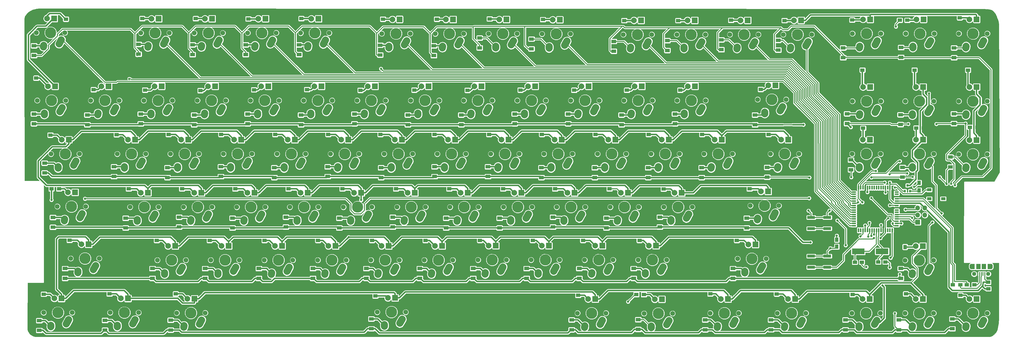
<source format=gbr>
G04 #@! TF.FileFunction,Copper,L2,Bot,Plane*
%FSLAX46Y46*%
G04 Gerber Fmt 4.6, Leading zero omitted, Abs format (unit mm)*
G04 Created by KiCad (PCBNEW 4.0.7) date Thu Sep  6 10:03:13 2018*
%MOMM*%
%LPD*%
G01*
G04 APERTURE LIST*
%ADD10C,0.150000*%
%ADD11R,4.500000X2.000000*%
%ADD12R,1.500000X1.900000*%
%ADD13C,1.450000*%
%ADD14R,0.400000X1.350000*%
%ADD15O,1.200000X1.900000*%
%ADD16R,1.200000X1.900000*%
%ADD17R,1.473200X0.508000*%
%ADD18R,0.508000X1.473200*%
%ADD19R,1.500000X1.250000*%
%ADD20R,1.250000X1.500000*%
%ADD21R,2.750000X1.000000*%
%ADD22R,0.800000X0.900000*%
%ADD23R,1.700000X1.700000*%
%ADD24O,1.700000X1.700000*%
%ADD25C,3.987810*%
%ADD26C,1.701810*%
%ADD27C,2.500000*%
%ADD28R,2.000000X2.000000*%
%ADD29C,2.000000*%
%ADD30R,1.699260X1.300480*%
%ADD31R,1.300000X1.500000*%
%ADD32R,1.500000X1.300000*%
%ADD33R,1.600000X1.000000*%
%ADD34C,0.800000*%
%ADD35C,0.500000*%
%ADD36C,0.300000*%
%ADD37C,0.100000*%
G04 APERTURE END LIST*
D10*
D11*
X326390000Y-111570000D03*
X334890000Y-111570000D03*
D12*
X371250000Y-116950000D03*
D13*
X367750000Y-119650000D03*
D14*
X369600000Y-119650000D03*
X368950000Y-119650000D03*
X371550000Y-119650000D03*
X370900000Y-119650000D03*
X370250000Y-119650000D03*
D13*
X372750000Y-119650000D03*
D12*
X369250000Y-116950000D03*
D15*
X366750000Y-116950000D03*
X373750000Y-116950000D03*
D16*
X373150000Y-116950000D03*
X367350000Y-116950000D03*
D17*
X340120000Y-90405600D03*
X340120000Y-91193000D03*
X340120000Y-92005800D03*
X340120000Y-92793200D03*
X340120000Y-93606000D03*
X340120000Y-94393400D03*
X340120000Y-95206200D03*
X340120000Y-95993600D03*
X340120000Y-96806400D03*
X340120000Y-97593800D03*
X340120000Y-98406600D03*
X340120000Y-99194000D03*
X340120000Y-100006800D03*
X340120000Y-100794200D03*
X340120000Y-101607000D03*
X340120000Y-102394400D03*
D18*
X338494400Y-104020000D03*
X337707000Y-104020000D03*
X336894200Y-104020000D03*
X336106800Y-104020000D03*
X335294000Y-104020000D03*
X334506600Y-104020000D03*
X333693800Y-104020000D03*
X332906400Y-104020000D03*
X332093600Y-104020000D03*
X331306200Y-104020000D03*
X330493400Y-104020000D03*
X329706000Y-104020000D03*
X328893200Y-104020000D03*
X328105800Y-104020000D03*
X327293000Y-104020000D03*
X326505600Y-104020000D03*
D17*
X324880000Y-102394400D03*
X324880000Y-101607000D03*
X324880000Y-100794200D03*
X324880000Y-100006800D03*
X324880000Y-99194000D03*
X324880000Y-98406600D03*
X324880000Y-97593800D03*
X324880000Y-96806400D03*
X324880000Y-95993600D03*
X324880000Y-95206200D03*
X324880000Y-94393400D03*
X324880000Y-93606000D03*
X324880000Y-92793200D03*
X324880000Y-92005800D03*
X324880000Y-91193000D03*
X324880000Y-90405600D03*
D18*
X326505600Y-88780000D03*
X327293000Y-88780000D03*
X328105800Y-88780000D03*
X328893200Y-88780000D03*
X329706000Y-88780000D03*
X330493400Y-88780000D03*
X331306200Y-88780000D03*
X332093600Y-88780000D03*
X332906400Y-88780000D03*
X333693800Y-88780000D03*
X334506600Y-88780000D03*
X335294000Y-88780000D03*
X336106800Y-88780000D03*
X336894200Y-88780000D03*
X337707000Y-88780000D03*
X338494400Y-88780000D03*
D19*
X325200000Y-115450000D03*
X327700000Y-115450000D03*
X333550000Y-115350000D03*
X336050000Y-115350000D03*
D20*
X318750000Y-107390000D03*
X318750000Y-109890000D03*
D21*
X315365000Y-113270000D03*
X309605000Y-113270000D03*
X309605000Y-117270000D03*
X315365000Y-117270000D03*
D22*
X344890000Y-90020000D03*
X342990000Y-90020000D03*
X343940000Y-88020000D03*
D23*
X347610000Y-101150000D03*
D24*
X350150000Y-101150000D03*
X347610000Y-98610000D03*
X350150000Y-98610000D03*
X347610000Y-96070000D03*
X350150000Y-96070000D03*
D25*
X94700000Y-33600000D03*
D26*
X99780000Y-33600000D03*
X89620000Y-33600000D03*
D27*
X98510453Y-36140046D02*
X97699547Y-37599954D01*
X92199724Y-38100672D02*
X92160276Y-38679328D01*
D28*
X95970000Y-28520000D03*
D29*
X93430000Y-28520000D03*
D25*
X113750000Y-33550000D03*
D26*
X118830000Y-33550000D03*
X108670000Y-33550000D03*
D27*
X117560453Y-36090046D02*
X116749547Y-37549954D01*
X111249724Y-38050672D02*
X111210276Y-38629328D01*
D28*
X115020000Y-28470000D03*
D29*
X112480000Y-28470000D03*
D25*
X132650000Y-33600000D03*
D26*
X137730000Y-33600000D03*
X127570000Y-33600000D03*
D27*
X136460453Y-36140046D02*
X135649547Y-37599954D01*
X130149724Y-38100672D02*
X130110276Y-38679328D01*
D28*
X133920000Y-28520000D03*
D29*
X131380000Y-28520000D03*
D25*
X161550000Y-33800000D03*
D26*
X166630000Y-33800000D03*
X156470000Y-33800000D03*
D27*
X165360453Y-36340046D02*
X164549547Y-37799954D01*
X159049724Y-38300672D02*
X159010276Y-38879328D01*
D28*
X162820000Y-28720000D03*
D29*
X160280000Y-28720000D03*
D25*
X180650000Y-33850000D03*
D26*
X185730000Y-33850000D03*
X175570000Y-33850000D03*
D27*
X184460453Y-36390046D02*
X183649547Y-37849954D01*
X178149724Y-38350672D02*
X178110276Y-38929328D01*
D28*
X181920000Y-28770000D03*
D29*
X179380000Y-28770000D03*
D25*
X199650000Y-33850000D03*
D26*
X204730000Y-33850000D03*
X194570000Y-33850000D03*
D27*
X203460453Y-36390046D02*
X202649547Y-37849954D01*
X197149724Y-38350672D02*
X197110276Y-38929328D01*
D28*
X200920000Y-28770000D03*
D29*
X198380000Y-28770000D03*
D25*
X218700000Y-33950000D03*
D26*
X223780000Y-33950000D03*
X213620000Y-33950000D03*
D27*
X222510453Y-36490046D02*
X221699547Y-37949954D01*
X216199724Y-38450672D02*
X216160276Y-39029328D01*
D28*
X219970000Y-28870000D03*
D29*
X217430000Y-28870000D03*
D25*
X247700000Y-34150000D03*
D26*
X252780000Y-34150000D03*
X242620000Y-34150000D03*
D27*
X251510453Y-36690046D02*
X250699547Y-38149954D01*
X245199724Y-38650672D02*
X245160276Y-39229328D01*
D28*
X248970000Y-29070000D03*
D29*
X246430000Y-29070000D03*
D25*
X266800000Y-34150000D03*
D26*
X271880000Y-34150000D03*
X261720000Y-34150000D03*
D27*
X270610453Y-36690046D02*
X269799547Y-38149954D01*
X264299724Y-38650672D02*
X264260276Y-39229328D01*
D28*
X268070000Y-29070000D03*
D29*
X265530000Y-29070000D03*
D25*
X285700000Y-34150000D03*
D26*
X290780000Y-34150000D03*
X280620000Y-34150000D03*
D27*
X289510453Y-36690046D02*
X288699547Y-38149954D01*
X283199724Y-38650672D02*
X283160276Y-39229328D01*
D28*
X286970000Y-29070000D03*
D29*
X284430000Y-29070000D03*
D25*
X304750000Y-34150000D03*
D26*
X309830000Y-34150000D03*
X299670000Y-34150000D03*
D27*
X308560453Y-36690046D02*
X307749547Y-38149954D01*
X302249724Y-38650672D02*
X302210276Y-39229328D01*
D28*
X306020000Y-29070000D03*
D29*
X303480000Y-29070000D03*
D25*
X329400000Y-33800000D03*
D26*
X334480000Y-33800000D03*
X324320000Y-33800000D03*
D27*
X333210453Y-36340046D02*
X332399547Y-37799954D01*
X326899724Y-38300672D02*
X326860276Y-38879328D01*
D28*
X330670000Y-28720000D03*
D29*
X328130000Y-28720000D03*
D25*
X348400000Y-33800000D03*
D26*
X353480000Y-33800000D03*
X343320000Y-33800000D03*
D27*
X352210453Y-36340046D02*
X351399547Y-37799954D01*
X345899724Y-38300672D02*
X345860276Y-38879328D01*
D28*
X349670000Y-28720000D03*
D29*
X347130000Y-28720000D03*
D25*
X367350000Y-33800000D03*
D26*
X372430000Y-33800000D03*
X362270000Y-33800000D03*
D27*
X371160453Y-36340046D02*
X370349547Y-37799954D01*
X364849724Y-38300672D02*
X364810276Y-38879328D01*
D28*
X368620000Y-28720000D03*
D29*
X366080000Y-28720000D03*
D25*
X38700000Y-57700000D03*
D26*
X43780000Y-57700000D03*
X33620000Y-57700000D03*
D27*
X42510453Y-60240046D02*
X41699547Y-61699954D01*
X36199724Y-62200672D02*
X36160276Y-62779328D01*
D28*
X39970000Y-52620000D03*
D29*
X37430000Y-52620000D03*
D25*
X57800000Y-57700000D03*
D26*
X62880000Y-57700000D03*
X52720000Y-57700000D03*
D27*
X61610453Y-60240046D02*
X60799547Y-61699954D01*
X55299724Y-62200672D02*
X55260276Y-62779328D01*
D28*
X59070000Y-52620000D03*
D29*
X56530000Y-52620000D03*
D25*
X76700000Y-57700000D03*
D26*
X81780000Y-57700000D03*
X71620000Y-57700000D03*
D27*
X80510453Y-60240046D02*
X79699547Y-61699954D01*
X74199724Y-62200672D02*
X74160276Y-62779328D01*
D28*
X77970000Y-52620000D03*
D29*
X75430000Y-52620000D03*
D25*
X95800000Y-57700000D03*
D26*
X100880000Y-57700000D03*
X90720000Y-57700000D03*
D27*
X99610453Y-60240046D02*
X98799547Y-61699954D01*
X93299724Y-62200672D02*
X93260276Y-62779328D01*
D28*
X97070000Y-52620000D03*
D29*
X94530000Y-52620000D03*
D25*
X114750000Y-57700000D03*
D26*
X119830000Y-57700000D03*
X109670000Y-57700000D03*
D27*
X118560453Y-60240046D02*
X117749547Y-61699954D01*
X112249724Y-62200672D02*
X112210276Y-62779328D01*
D28*
X116020000Y-52620000D03*
D29*
X113480000Y-52620000D03*
D25*
X133700000Y-57700000D03*
D26*
X138780000Y-57700000D03*
X128620000Y-57700000D03*
D27*
X137510453Y-60240046D02*
X136699547Y-61699954D01*
X131199724Y-62200672D02*
X131160276Y-62779328D01*
D28*
X134970000Y-52620000D03*
D29*
X132430000Y-52620000D03*
D25*
X152800000Y-57700000D03*
D26*
X157880000Y-57700000D03*
X147720000Y-57700000D03*
D27*
X156610453Y-60240046D02*
X155799547Y-61699954D01*
X150299724Y-62200672D02*
X150260276Y-62779328D01*
D28*
X154070000Y-52620000D03*
D29*
X151530000Y-52620000D03*
D25*
X171900000Y-57700000D03*
D26*
X176980000Y-57700000D03*
X166820000Y-57700000D03*
D27*
X175710453Y-60240046D02*
X174899547Y-61699954D01*
X169399724Y-62200672D02*
X169360276Y-62779328D01*
D28*
X173170000Y-52620000D03*
D29*
X170630000Y-52620000D03*
D25*
X190800000Y-57700000D03*
D26*
X195880000Y-57700000D03*
X185720000Y-57700000D03*
D27*
X194610453Y-60240046D02*
X193799547Y-61699954D01*
X188299724Y-62200672D02*
X188260276Y-62779328D01*
D28*
X192070000Y-52620000D03*
D29*
X189530000Y-52620000D03*
D25*
X209900000Y-57700000D03*
D26*
X214980000Y-57700000D03*
X204820000Y-57700000D03*
D27*
X213710453Y-60240046D02*
X212899547Y-61699954D01*
X207399724Y-62200672D02*
X207360276Y-62779328D01*
D28*
X211170000Y-52620000D03*
D29*
X208630000Y-52620000D03*
D25*
X229000000Y-57700000D03*
D26*
X234080000Y-57700000D03*
X223920000Y-57700000D03*
D27*
X232810453Y-60240046D02*
X231999547Y-61699954D01*
X226499724Y-62200672D02*
X226460276Y-62779328D01*
D28*
X230270000Y-52620000D03*
D29*
X227730000Y-52620000D03*
D25*
X247950000Y-57700000D03*
D26*
X253030000Y-57700000D03*
X242870000Y-57700000D03*
D27*
X251760453Y-60240046D02*
X250949547Y-61699954D01*
X245449724Y-62200672D02*
X245410276Y-62779328D01*
D28*
X249220000Y-52620000D03*
D29*
X246680000Y-52620000D03*
D25*
X266900000Y-57700000D03*
D26*
X271980000Y-57700000D03*
X261820000Y-57700000D03*
D27*
X270710453Y-60240046D02*
X269899547Y-61699954D01*
X264399724Y-62200672D02*
X264360276Y-62779328D01*
D28*
X268170000Y-52620000D03*
D29*
X265630000Y-52620000D03*
D25*
X295600000Y-57350000D03*
D26*
X300680000Y-57350000D03*
X290520000Y-57350000D03*
D27*
X299410453Y-59890046D02*
X298599547Y-61349954D01*
X293099724Y-61850672D02*
X293060276Y-62429328D01*
D28*
X296870000Y-52270000D03*
D29*
X294330000Y-52270000D03*
D25*
X329400000Y-57950000D03*
D26*
X334480000Y-57950000D03*
X324320000Y-57950000D03*
D27*
X333210453Y-60490046D02*
X332399547Y-61949954D01*
X326899724Y-62450672D02*
X326860276Y-63029328D01*
D28*
X330670000Y-52870000D03*
D29*
X328130000Y-52870000D03*
D25*
X348250000Y-57950000D03*
D26*
X353330000Y-57950000D03*
X343170000Y-57950000D03*
D27*
X352060453Y-60490046D02*
X351249547Y-61949954D01*
X345749724Y-62450672D02*
X345710276Y-63029328D01*
D28*
X349520000Y-52870000D03*
D29*
X346980000Y-52870000D03*
D25*
X367350000Y-57950000D03*
D26*
X372430000Y-57950000D03*
X362270000Y-57950000D03*
D27*
X371160453Y-60490046D02*
X370349547Y-61949954D01*
X364849724Y-62450672D02*
X364810276Y-63029328D01*
D28*
X368620000Y-52870000D03*
D29*
X366080000Y-52870000D03*
D25*
X43600000Y-76800000D03*
D26*
X48680000Y-76800000D03*
X38520000Y-76800000D03*
D27*
X47410453Y-79340046D02*
X46599547Y-80799954D01*
X41099724Y-81300672D02*
X41060276Y-81879328D01*
D28*
X44870000Y-71720000D03*
D29*
X42330000Y-71720000D03*
D25*
X67250000Y-76800000D03*
D26*
X72330000Y-76800000D03*
X62170000Y-76800000D03*
D27*
X71060453Y-79340046D02*
X70249547Y-80799954D01*
X64749724Y-81300672D02*
X64710276Y-81879328D01*
D28*
X68520000Y-71720000D03*
D29*
X65980000Y-71720000D03*
D25*
X86200000Y-76800000D03*
D26*
X91280000Y-76800000D03*
X81120000Y-76800000D03*
D27*
X90010453Y-79340046D02*
X89199547Y-80799954D01*
X83699724Y-81300672D02*
X83660276Y-81879328D01*
D28*
X87470000Y-71720000D03*
D29*
X84930000Y-71720000D03*
D25*
X105100000Y-76800000D03*
D26*
X110180000Y-76800000D03*
X100020000Y-76800000D03*
D27*
X108910453Y-79340046D02*
X108099547Y-80799954D01*
X102599724Y-81300672D02*
X102560276Y-81879328D01*
D28*
X106370000Y-71720000D03*
D29*
X103830000Y-71720000D03*
D25*
X124200000Y-76800000D03*
D26*
X129280000Y-76800000D03*
X119120000Y-76800000D03*
D27*
X128010453Y-79340046D02*
X127199547Y-80799954D01*
X121699724Y-81300672D02*
X121660276Y-81879328D01*
D28*
X125470000Y-71720000D03*
D29*
X122930000Y-71720000D03*
D25*
X143300000Y-76800000D03*
D26*
X148380000Y-76800000D03*
X138220000Y-76800000D03*
D27*
X147110453Y-79340046D02*
X146299547Y-80799954D01*
X140799724Y-81300672D02*
X140760276Y-81879328D01*
D28*
X144570000Y-71720000D03*
D29*
X142030000Y-71720000D03*
D25*
X162400000Y-76800000D03*
D26*
X167480000Y-76800000D03*
X157320000Y-76800000D03*
D27*
X166210453Y-79340046D02*
X165399547Y-80799954D01*
X159899724Y-81300672D02*
X159860276Y-81879328D01*
D28*
X163670000Y-71720000D03*
D29*
X161130000Y-71720000D03*
D25*
X181350000Y-76800000D03*
D26*
X186430000Y-76800000D03*
X176270000Y-76800000D03*
D27*
X185160453Y-79340046D02*
X184349547Y-80799954D01*
X178849724Y-81300672D02*
X178810276Y-81879328D01*
D28*
X182620000Y-71720000D03*
D29*
X180080000Y-71720000D03*
D25*
X200450000Y-76800000D03*
D26*
X205530000Y-76800000D03*
X195370000Y-76800000D03*
D27*
X204260453Y-79340046D02*
X203449547Y-80799954D01*
X197949724Y-81300672D02*
X197910276Y-81879328D01*
D28*
X201720000Y-71720000D03*
D29*
X199180000Y-71720000D03*
D25*
X219400000Y-76800000D03*
D26*
X224480000Y-76800000D03*
X214320000Y-76800000D03*
D27*
X223210453Y-79340046D02*
X222399547Y-80799954D01*
X216899724Y-81300672D02*
X216860276Y-81879328D01*
D28*
X220670000Y-71720000D03*
D29*
X218130000Y-71720000D03*
D25*
X238500000Y-76800000D03*
D26*
X243580000Y-76800000D03*
X233420000Y-76800000D03*
D27*
X242310453Y-79340046D02*
X241499547Y-80799954D01*
X235999724Y-81300672D02*
X235960276Y-81879328D01*
D28*
X239770000Y-71720000D03*
D29*
X237230000Y-71720000D03*
D25*
X257600000Y-76800000D03*
D26*
X262680000Y-76800000D03*
X252520000Y-76800000D03*
D27*
X261410453Y-79340046D02*
X260599547Y-80799954D01*
X255099724Y-81300672D02*
X255060276Y-81879328D01*
D28*
X258870000Y-71720000D03*
D29*
X256330000Y-71720000D03*
D25*
X276500000Y-76800000D03*
D26*
X281580000Y-76800000D03*
X271420000Y-76800000D03*
D27*
X280310453Y-79340046D02*
X279499547Y-80799954D01*
X273999724Y-81300672D02*
X273960276Y-81879328D01*
D28*
X277770000Y-71720000D03*
D29*
X275230000Y-71720000D03*
D25*
X300200000Y-76800000D03*
D26*
X305280000Y-76800000D03*
X295120000Y-76800000D03*
D27*
X304010453Y-79340046D02*
X303199547Y-80799954D01*
X297699724Y-81300672D02*
X297660276Y-81879328D01*
D28*
X301470000Y-71720000D03*
D29*
X298930000Y-71720000D03*
D25*
X329300000Y-76800000D03*
D26*
X334380000Y-76800000D03*
X324220000Y-76800000D03*
D27*
X333110453Y-79340046D02*
X332299547Y-80799954D01*
X326799724Y-81300672D02*
X326760276Y-81879328D01*
D28*
X330570000Y-71720000D03*
D29*
X328030000Y-71720000D03*
D25*
X348250000Y-76800000D03*
D26*
X353330000Y-76800000D03*
X343170000Y-76800000D03*
D27*
X352060453Y-79340046D02*
X351249547Y-80799954D01*
X345749724Y-81300672D02*
X345710276Y-81879328D01*
D28*
X349520000Y-71720000D03*
D29*
X346980000Y-71720000D03*
D25*
X367350000Y-76900000D03*
D26*
X372430000Y-76900000D03*
X362270000Y-76900000D03*
D27*
X371160453Y-79440046D02*
X370349547Y-80899954D01*
X364849724Y-81400672D02*
X364810276Y-81979328D01*
D28*
X368620000Y-71820000D03*
D29*
X366080000Y-71820000D03*
D25*
X45850000Y-95550000D03*
D26*
X50930000Y-95550000D03*
X40770000Y-95550000D03*
D27*
X49660453Y-98090046D02*
X48849547Y-99549954D01*
X43349724Y-100050672D02*
X43310276Y-100629328D01*
D28*
X47120000Y-90470000D03*
D29*
X44580000Y-90470000D03*
D25*
X71800000Y-95750000D03*
D26*
X76880000Y-95750000D03*
X66720000Y-95750000D03*
D27*
X75610453Y-98290046D02*
X74799547Y-99749954D01*
X69299724Y-100250672D02*
X69260276Y-100829328D01*
D28*
X73070000Y-90670000D03*
D29*
X70530000Y-90670000D03*
D25*
X90900000Y-95750000D03*
D26*
X95980000Y-95750000D03*
X85820000Y-95750000D03*
D27*
X94710453Y-98290046D02*
X93899547Y-99749954D01*
X88399724Y-100250672D02*
X88360276Y-100829328D01*
D28*
X92170000Y-90670000D03*
D29*
X89630000Y-90670000D03*
D25*
X109850000Y-95750000D03*
D26*
X114930000Y-95750000D03*
X104770000Y-95750000D03*
D27*
X113660453Y-98290046D02*
X112849547Y-99749954D01*
X107349724Y-100250672D02*
X107310276Y-100829328D01*
D28*
X111120000Y-90670000D03*
D29*
X108580000Y-90670000D03*
D25*
X128800000Y-95750000D03*
D26*
X133880000Y-95750000D03*
X123720000Y-95750000D03*
D27*
X132610453Y-98290046D02*
X131799547Y-99749954D01*
X126299724Y-100250672D02*
X126260276Y-100829328D01*
D28*
X130070000Y-90670000D03*
D29*
X127530000Y-90670000D03*
D25*
X147900000Y-95750000D03*
D26*
X152980000Y-95750000D03*
X142820000Y-95750000D03*
D27*
X151710453Y-98290046D02*
X150899547Y-99749954D01*
X145399724Y-100250672D02*
X145360276Y-100829328D01*
D28*
X149170000Y-90670000D03*
D29*
X146630000Y-90670000D03*
D25*
X167000000Y-95750000D03*
D26*
X172080000Y-95750000D03*
X161920000Y-95750000D03*
D27*
X170810453Y-98290046D02*
X169999547Y-99749954D01*
X164499724Y-100250672D02*
X164460276Y-100829328D01*
D28*
X168270000Y-90670000D03*
D29*
X165730000Y-90670000D03*
D25*
X185900000Y-95750000D03*
D26*
X190980000Y-95750000D03*
X180820000Y-95750000D03*
D27*
X189710453Y-98290046D02*
X188899547Y-99749954D01*
X183399724Y-100250672D02*
X183360276Y-100829328D01*
D28*
X187170000Y-90670000D03*
D29*
X184630000Y-90670000D03*
D25*
X205000000Y-95750000D03*
D26*
X210080000Y-95750000D03*
X199920000Y-95750000D03*
D27*
X208810453Y-98290046D02*
X207999547Y-99749954D01*
X202499724Y-100250672D02*
X202460276Y-100829328D01*
D28*
X206270000Y-90670000D03*
D29*
X203730000Y-90670000D03*
D25*
X223950000Y-95750000D03*
D26*
X229030000Y-95750000D03*
X218870000Y-95750000D03*
D27*
X227760453Y-98290046D02*
X226949547Y-99749954D01*
X221449724Y-100250672D02*
X221410276Y-100829328D01*
D28*
X225220000Y-90670000D03*
D29*
X222680000Y-90670000D03*
D25*
X243050000Y-95750000D03*
D26*
X248130000Y-95750000D03*
X237970000Y-95750000D03*
D27*
X246860453Y-98290046D02*
X246049547Y-99749954D01*
X240549724Y-100250672D02*
X240510276Y-100829328D01*
D28*
X244320000Y-90670000D03*
D29*
X241780000Y-90670000D03*
D25*
X262150000Y-95750000D03*
D26*
X267230000Y-95750000D03*
X257070000Y-95750000D03*
D27*
X265960453Y-98290046D02*
X265149547Y-99749954D01*
X259649724Y-100250672D02*
X259610276Y-100829328D01*
D28*
X263420000Y-90670000D03*
D29*
X260880000Y-90670000D03*
D25*
X293000000Y-95250000D03*
D26*
X298080000Y-95250000D03*
X287920000Y-95250000D03*
D27*
X296810453Y-97790046D02*
X295999547Y-99249954D01*
X290499724Y-99750672D02*
X290460276Y-100329328D01*
D28*
X294270000Y-90170000D03*
D29*
X291730000Y-90170000D03*
D25*
X50650000Y-114100000D03*
D26*
X55730000Y-114100000D03*
X45570000Y-114100000D03*
D27*
X54460453Y-116640046D02*
X53649547Y-118099954D01*
X48149724Y-118600672D02*
X48110276Y-119179328D01*
D28*
X51920000Y-109020000D03*
D29*
X49380000Y-109020000D03*
D25*
X81550000Y-114700000D03*
D26*
X86630000Y-114700000D03*
X76470000Y-114700000D03*
D27*
X85360453Y-117240046D02*
X84549547Y-118699954D01*
X79049724Y-119200672D02*
X79010276Y-119779328D01*
D28*
X82820000Y-109620000D03*
D29*
X80280000Y-109620000D03*
D25*
X100600000Y-114700000D03*
D26*
X105680000Y-114700000D03*
X95520000Y-114700000D03*
D27*
X104410453Y-117240046D02*
X103599547Y-118699954D01*
X98099724Y-119200672D02*
X98060276Y-119779328D01*
D28*
X101870000Y-109620000D03*
D29*
X99330000Y-109620000D03*
D25*
X119700000Y-114700000D03*
D26*
X124780000Y-114700000D03*
X114620000Y-114700000D03*
D27*
X123510453Y-117240046D02*
X122699547Y-118699954D01*
X117199724Y-119200672D02*
X117160276Y-119779328D01*
D28*
X120970000Y-109620000D03*
D29*
X118430000Y-109620000D03*
D25*
X138750000Y-114700000D03*
D26*
X143830000Y-114700000D03*
X133670000Y-114700000D03*
D27*
X142560453Y-117240046D02*
X141749547Y-118699954D01*
X136249724Y-119200672D02*
X136210276Y-119779328D01*
D28*
X140020000Y-109620000D03*
D29*
X137480000Y-109620000D03*
D25*
X157700000Y-114700000D03*
D26*
X162780000Y-114700000D03*
X152620000Y-114700000D03*
D27*
X161510453Y-117240046D02*
X160699547Y-118699954D01*
X155199724Y-119200672D02*
X155160276Y-119779328D01*
D28*
X158970000Y-109620000D03*
D29*
X156430000Y-109620000D03*
D25*
X176750000Y-114700000D03*
D26*
X181830000Y-114700000D03*
X171670000Y-114700000D03*
D27*
X180560453Y-117240046D02*
X179749547Y-118699954D01*
X174249724Y-119200672D02*
X174210276Y-119779328D01*
D28*
X178020000Y-109620000D03*
D29*
X175480000Y-109620000D03*
D25*
X195900000Y-114650000D03*
D26*
X200980000Y-114650000D03*
X190820000Y-114650000D03*
D27*
X199710453Y-117190046D02*
X198899547Y-118649954D01*
X193399724Y-119150672D02*
X193360276Y-119729328D01*
D28*
X197170000Y-109570000D03*
D29*
X194630000Y-109570000D03*
D25*
X214800000Y-114650000D03*
D26*
X219880000Y-114650000D03*
X209720000Y-114650000D03*
D27*
X218610453Y-117190046D02*
X217799547Y-118649954D01*
X212299724Y-119150672D02*
X212260276Y-119729328D01*
D28*
X216070000Y-109570000D03*
D29*
X213530000Y-109570000D03*
D25*
X233900000Y-114650000D03*
D26*
X238980000Y-114650000D03*
X228820000Y-114650000D03*
D27*
X237710453Y-117190046D02*
X236899547Y-118649954D01*
X231399724Y-119150672D02*
X231360276Y-119729328D01*
D28*
X235170000Y-109570000D03*
D29*
X232630000Y-109570000D03*
D25*
X253000000Y-114650000D03*
D26*
X258080000Y-114650000D03*
X247920000Y-114650000D03*
D27*
X256810453Y-117190046D02*
X255999547Y-118649954D01*
X250499724Y-119150672D02*
X250460276Y-119729328D01*
D28*
X254270000Y-109570000D03*
D29*
X251730000Y-109570000D03*
D25*
X288450000Y-114200000D03*
D26*
X293530000Y-114200000D03*
X283370000Y-114200000D03*
D27*
X292260453Y-116740046D02*
X291449547Y-118199954D01*
X285949724Y-118700672D02*
X285910276Y-119279328D01*
D28*
X289720000Y-109120000D03*
D29*
X287180000Y-109120000D03*
D25*
X348200000Y-114750000D03*
D26*
X353280000Y-114750000D03*
X343120000Y-114750000D03*
D27*
X352010453Y-117290046D02*
X351199547Y-118749954D01*
X345699724Y-119250672D02*
X345660276Y-119829328D01*
D28*
X349470000Y-109670000D03*
D29*
X346930000Y-109670000D03*
D25*
X41000000Y-133450000D03*
D26*
X46080000Y-133450000D03*
X35920000Y-133450000D03*
D27*
X44810453Y-135990046D02*
X43999547Y-137449954D01*
X38499724Y-137950672D02*
X38460276Y-138529328D01*
D28*
X42270000Y-128370000D03*
D29*
X39730000Y-128370000D03*
D25*
X64700000Y-133450000D03*
D26*
X69780000Y-133450000D03*
X59620000Y-133450000D03*
D27*
X68510453Y-135990046D02*
X67699547Y-137449954D01*
X62199724Y-137950672D02*
X62160276Y-138529328D01*
D28*
X65970000Y-128370000D03*
D29*
X63430000Y-128370000D03*
D25*
X88450000Y-133550000D03*
D26*
X93530000Y-133550000D03*
X83370000Y-133550000D03*
D27*
X92260453Y-136090046D02*
X91449547Y-137549954D01*
X85949724Y-138050672D02*
X85910276Y-138629328D01*
D28*
X89720000Y-128470000D03*
D29*
X87180000Y-128470000D03*
D25*
X159950000Y-133250000D03*
D26*
X165030000Y-133250000D03*
X154870000Y-133250000D03*
D27*
X163760453Y-135790046D02*
X162949547Y-137249954D01*
X157449724Y-137750672D02*
X157410276Y-138329328D01*
D28*
X161220000Y-128170000D03*
D29*
X158680000Y-128170000D03*
D25*
X231350000Y-133650000D03*
D26*
X236430000Y-133650000D03*
X226270000Y-133650000D03*
D27*
X235160453Y-136190046D02*
X234349547Y-137649954D01*
X228849724Y-138150672D02*
X228810276Y-138729328D01*
D28*
X232620000Y-128570000D03*
D29*
X230080000Y-128570000D03*
D25*
X255100000Y-133750000D03*
D26*
X260180000Y-133750000D03*
X250020000Y-133750000D03*
D27*
X258910453Y-136290046D02*
X258099547Y-137749954D01*
X252599724Y-138250672D02*
X252560276Y-138829328D01*
D28*
X256370000Y-128670000D03*
D29*
X253830000Y-128670000D03*
D25*
X278700000Y-133650000D03*
D26*
X283780000Y-133650000D03*
X273620000Y-133650000D03*
D27*
X282510453Y-136190046D02*
X281699547Y-137649954D01*
X276199724Y-138150672D02*
X276160276Y-138729328D01*
D28*
X279970000Y-128570000D03*
D29*
X277430000Y-128570000D03*
D25*
X302650000Y-133650000D03*
D26*
X307730000Y-133650000D03*
X297570000Y-133650000D03*
D27*
X306460453Y-136190046D02*
X305649547Y-137649954D01*
X300149724Y-138150672D02*
X300110276Y-138729328D01*
D28*
X303920000Y-128570000D03*
D29*
X301380000Y-128570000D03*
D25*
X329200000Y-133650000D03*
D26*
X334280000Y-133650000D03*
X324120000Y-133650000D03*
D27*
X333010453Y-136190046D02*
X332199547Y-137649954D01*
X326699724Y-138150672D02*
X326660276Y-138729328D01*
D28*
X330470000Y-128570000D03*
D29*
X327930000Y-128570000D03*
D25*
X348200000Y-133650000D03*
D26*
X353280000Y-133650000D03*
X343120000Y-133650000D03*
D27*
X352010453Y-136190046D02*
X351199547Y-137649954D01*
X345699724Y-138150672D02*
X345660276Y-138729328D01*
D28*
X349470000Y-128570000D03*
D29*
X346930000Y-128570000D03*
D25*
X367350000Y-133650000D03*
D26*
X372430000Y-133650000D03*
X362270000Y-133650000D03*
D27*
X371160453Y-136190046D02*
X370349547Y-137649954D01*
X364849724Y-138150672D02*
X364810276Y-138729328D01*
D28*
X368620000Y-128570000D03*
D29*
X366080000Y-128570000D03*
D25*
X38400000Y-33500000D03*
D26*
X43480000Y-33500000D03*
X33320000Y-33500000D03*
D27*
X42210453Y-36040046D02*
X41399547Y-37499954D01*
X35899724Y-38000672D02*
X35860276Y-38579328D01*
D28*
X39670000Y-28420000D03*
D29*
X37130000Y-28420000D03*
D25*
X75650000Y-33600000D03*
D26*
X80730000Y-33600000D03*
X70570000Y-33600000D03*
D27*
X79460453Y-36140046D02*
X78649547Y-37599954D01*
X73149724Y-38100672D02*
X73110276Y-38679328D01*
D28*
X76920000Y-28520000D03*
D29*
X74380000Y-28520000D03*
D30*
X359932500Y-139202452D03*
X359932500Y-135702332D03*
X340882500Y-139557668D03*
X340882500Y-136057548D03*
X321832500Y-139557668D03*
X321832500Y-136057548D03*
X295300000Y-139550120D03*
X295300000Y-136050000D03*
X271826250Y-139557668D03*
X271826250Y-136057548D03*
X247950000Y-139450120D03*
X247950000Y-135950000D03*
X224201250Y-139557668D03*
X224201250Y-136057548D03*
X152763750Y-139202452D03*
X152763750Y-135702332D03*
X81200000Y-139650120D03*
X81200000Y-136150000D03*
X57800000Y-139700060D03*
X57800000Y-136199940D03*
X34350000Y-139800120D03*
X34350000Y-136300000D03*
X341550000Y-121200120D03*
X341550000Y-117700000D03*
X281750000Y-121200120D03*
X281750000Y-117700000D03*
X246300000Y-121200120D03*
X246300000Y-117700000D03*
X226900000Y-121200120D03*
X226900000Y-117700000D03*
X208132500Y-121200120D03*
X208132500Y-117700000D03*
X189082500Y-121200120D03*
X189082500Y-117700000D03*
X170032500Y-121200120D03*
X170032500Y-117700000D03*
X150982500Y-121200120D03*
X150982500Y-117700000D03*
X131932500Y-121200120D03*
X131932500Y-117700000D03*
X112650000Y-121200120D03*
X112650000Y-117700000D03*
X93500000Y-121200120D03*
X93500000Y-117700000D03*
X74700000Y-121200120D03*
X74700000Y-117700000D03*
X43550000Y-121200120D03*
X43550000Y-117700000D03*
X286613750Y-103207668D03*
X286613750Y-99707548D03*
X255657500Y-102852452D03*
X255657500Y-99352332D03*
X236607500Y-103207668D03*
X236607500Y-99707548D03*
X217557500Y-102852452D03*
X217557500Y-99352332D03*
X198507500Y-103207668D03*
X198507500Y-99707548D03*
X179457500Y-103207668D03*
X179457500Y-99707548D03*
X160407500Y-102852452D03*
X160407500Y-99352332D03*
X141357500Y-103207668D03*
X141357500Y-99707548D03*
X122307500Y-102852452D03*
X122307500Y-99352332D03*
X103257500Y-103207668D03*
X103257500Y-99707548D03*
X84207500Y-102852452D03*
X84207500Y-99352332D03*
X65157500Y-103207668D03*
X65157500Y-99707548D03*
X39200000Y-102950000D03*
X39200000Y-99449880D03*
X359280000Y-81390120D03*
X359280000Y-77890000D03*
X342157500Y-85082668D03*
X342157500Y-81582548D03*
X323780000Y-82420000D03*
X323780000Y-78919880D03*
X293932500Y-85082668D03*
X293932500Y-81582548D03*
X270545000Y-85207668D03*
X270545000Y-81707548D03*
X251495000Y-85207668D03*
X251495000Y-81707548D03*
X232445000Y-85207668D03*
X232445000Y-81707548D03*
X213395000Y-85207668D03*
X213395000Y-81707548D03*
X194345000Y-84852452D03*
X194345000Y-81352332D03*
X175295000Y-84852452D03*
X175295000Y-81352332D03*
X156245000Y-85207668D03*
X156245000Y-81707548D03*
X137195000Y-84852452D03*
X137195000Y-81352332D03*
X118145000Y-85207668D03*
X118145000Y-81707548D03*
X99095000Y-84852452D03*
X99095000Y-81352332D03*
X80045000Y-85207668D03*
X80045000Y-81707548D03*
X60995000Y-84852452D03*
X60995000Y-81352332D03*
X36225000Y-83550000D03*
X36225000Y-80049880D03*
X360507500Y-65927452D03*
X360507500Y-62427332D03*
X341457500Y-66282668D03*
X341457500Y-62782548D03*
X322407500Y-65927452D03*
X322407500Y-62427332D03*
X289595000Y-66357668D03*
X289595000Y-62857548D03*
X261020000Y-66002452D03*
X261020000Y-62502332D03*
X241970000Y-66357668D03*
X241970000Y-62857548D03*
X222920000Y-66002452D03*
X222920000Y-62502332D03*
X203870000Y-66002452D03*
X203870000Y-62502332D03*
X184820000Y-66357668D03*
X184820000Y-62857548D03*
X165770000Y-66357668D03*
X165770000Y-62857548D03*
X146720000Y-66002452D03*
X146720000Y-62502332D03*
X127670000Y-66357668D03*
X127670000Y-62857548D03*
X108620000Y-66002452D03*
X108620000Y-62502332D03*
X89570000Y-66357668D03*
X89570000Y-62857548D03*
X70520000Y-66002452D03*
X70520000Y-62502332D03*
X51470000Y-66357668D03*
X51470000Y-62857548D03*
X32420000Y-66002452D03*
X32420000Y-62502332D03*
X341660000Y-42270000D03*
X341660000Y-38769880D03*
X321030000Y-42410000D03*
X321030000Y-38909880D03*
X297860000Y-39680000D03*
X297860000Y-36179880D03*
X277580000Y-39530000D03*
X277580000Y-36029880D03*
X258310000Y-39820000D03*
X258310000Y-36319880D03*
X239190000Y-40100000D03*
X239190000Y-36599880D03*
X209870000Y-39250000D03*
X209870000Y-35749880D03*
X191370000Y-38890000D03*
X191370000Y-35389880D03*
X175050000Y-41650000D03*
X175050000Y-38149880D03*
X155900000Y-41450000D03*
X155900000Y-37949880D03*
X127000000Y-41300000D03*
X127000000Y-37799880D03*
X107950000Y-41300000D03*
X107950000Y-37799880D03*
X89000000Y-41300000D03*
X89000000Y-37799880D03*
X69750000Y-41150000D03*
X69750000Y-37649880D03*
X32450000Y-41650000D03*
X32450000Y-38149880D03*
X360570000Y-42410000D03*
X360570000Y-38909880D03*
D31*
X348080000Y-89780000D03*
X348080000Y-87080000D03*
D32*
X300100000Y-29150000D03*
X297400000Y-29150000D03*
X281050000Y-29050000D03*
X278350000Y-29050000D03*
X262200000Y-29150000D03*
X259500000Y-29150000D03*
X242950000Y-29150000D03*
X240250000Y-29150000D03*
X213950000Y-28800000D03*
X211250000Y-28800000D03*
X194950000Y-28550000D03*
X192250000Y-28550000D03*
X176150000Y-28650000D03*
X173450000Y-28650000D03*
X156900000Y-28650000D03*
X154200000Y-28650000D03*
X127800000Y-28450000D03*
X125100000Y-28450000D03*
X108900000Y-28550000D03*
X106200000Y-28550000D03*
X90150000Y-28450000D03*
X87450000Y-28450000D03*
X71050000Y-28450000D03*
X68350000Y-28450000D03*
X43850000Y-28650000D03*
X46550000Y-28650000D03*
X360150000Y-123500000D03*
X362850000Y-123500000D03*
X365090000Y-123490000D03*
X367790000Y-123490000D03*
X366250000Y-67275000D03*
X368950000Y-67275000D03*
X365550000Y-46850000D03*
X368250000Y-46850000D03*
X362600000Y-28150000D03*
X359900000Y-28150000D03*
X362850000Y-127250000D03*
X360150000Y-127250000D03*
D31*
X343100000Y-110000000D03*
X343100000Y-107300000D03*
D32*
X347100000Y-67525000D03*
X349800000Y-67525000D03*
X346450000Y-46850000D03*
X349150000Y-46850000D03*
X343900000Y-29050000D03*
X341200000Y-29050000D03*
X343400000Y-126750000D03*
X340700000Y-126750000D03*
X328150000Y-67575000D03*
X330850000Y-67575000D03*
X327900000Y-46850000D03*
X330600000Y-46850000D03*
X324250000Y-28950000D03*
X321550000Y-28950000D03*
X324350000Y-127000000D03*
X321650000Y-127000000D03*
X297325000Y-126775000D03*
X294625000Y-126775000D03*
X294400000Y-69800000D03*
X291700000Y-69800000D03*
X291590000Y-53730000D03*
X288890000Y-53730000D03*
X287650000Y-89250000D03*
X284950000Y-89250000D03*
X283100000Y-107650000D03*
X280400000Y-107650000D03*
X273650000Y-126750000D03*
X270950000Y-126750000D03*
X270700000Y-69800000D03*
X268000000Y-69800000D03*
X262910000Y-54020000D03*
X260210000Y-54020000D03*
X257000000Y-89325000D03*
X254300000Y-89325000D03*
X251650000Y-69800000D03*
X248950000Y-69800000D03*
X249950000Y-127000000D03*
X247250000Y-127000000D03*
X248400000Y-107650000D03*
X245700000Y-107650000D03*
X243910000Y-54020000D03*
X241210000Y-54020000D03*
X237700000Y-89250000D03*
X235000000Y-89250000D03*
X232700000Y-69800000D03*
X230000000Y-69800000D03*
X228250000Y-107650000D03*
X225550000Y-107650000D03*
X226500000Y-127250000D03*
X223800000Y-127250000D03*
X225090000Y-54020000D03*
X222390000Y-54020000D03*
X218300000Y-89250000D03*
X215600000Y-89250000D03*
X213600000Y-69800000D03*
X210900000Y-69800000D03*
X210300000Y-107650000D03*
X207600000Y-107650000D03*
X205940000Y-53970000D03*
X203240000Y-53970000D03*
X199750000Y-89250000D03*
X197050000Y-89250000D03*
X194750000Y-69800000D03*
X192050000Y-69800000D03*
X191500000Y-107650000D03*
X188800000Y-107650000D03*
X187060000Y-54060000D03*
X184360000Y-54060000D03*
X180550000Y-89250000D03*
X177850000Y-89250000D03*
X175300000Y-69800000D03*
X172600000Y-69800000D03*
X172050000Y-107650000D03*
X169350000Y-107650000D03*
X168090000Y-53970000D03*
X165390000Y-53970000D03*
X161550000Y-89250000D03*
X158850000Y-89250000D03*
X156000000Y-69800000D03*
X153300000Y-69800000D03*
X154200000Y-127500000D03*
X151500000Y-127500000D03*
X153000000Y-107650000D03*
X150300000Y-107650000D03*
X148880000Y-54060000D03*
X146180000Y-54060000D03*
X142450000Y-89250000D03*
X139750000Y-89250000D03*
X133750000Y-107650000D03*
X131050000Y-107650000D03*
X129840000Y-53780000D03*
X127140000Y-53780000D03*
X123200000Y-89250000D03*
X120500000Y-89250000D03*
X118450000Y-69800000D03*
X115750000Y-69800000D03*
X114650000Y-107650000D03*
X111950000Y-107650000D03*
X110910000Y-53870000D03*
X108210000Y-53870000D03*
X104250000Y-89250000D03*
X101550000Y-89250000D03*
X99200000Y-69800000D03*
X96500000Y-69800000D03*
X95100000Y-107650000D03*
X92400000Y-107650000D03*
X91800000Y-54160000D03*
X89100000Y-54160000D03*
X85250000Y-89250000D03*
X82550000Y-89250000D03*
X83000000Y-126750000D03*
X80300000Y-126750000D03*
X80450000Y-69800000D03*
X77750000Y-69800000D03*
X76250000Y-107650000D03*
X73550000Y-107650000D03*
X72070000Y-53970000D03*
X69370000Y-53970000D03*
X66250000Y-89250000D03*
X63550000Y-89250000D03*
X61900000Y-69900000D03*
X59200000Y-69900000D03*
X59400000Y-126750000D03*
X56700000Y-126750000D03*
X53730000Y-53830000D03*
X51030000Y-53830000D03*
X45150000Y-107600000D03*
X42450000Y-107600000D03*
X41400000Y-89250000D03*
X38700000Y-89250000D03*
X38300000Y-70050000D03*
X35600000Y-70050000D03*
X35950000Y-126850000D03*
X33250000Y-126850000D03*
X33250000Y-49704999D03*
X30550000Y-49704999D03*
X137400000Y-69800000D03*
X134700000Y-69800000D03*
D19*
X372750000Y-122600000D03*
X375250000Y-122600000D03*
X372800000Y-124900000D03*
X375300000Y-124900000D03*
D33*
X356710000Y-89590000D03*
X356710000Y-92790000D03*
X351710000Y-89590000D03*
X351710000Y-92790000D03*
D21*
X309605000Y-103460000D03*
X315365000Y-103460000D03*
X315365000Y-99460000D03*
X309605000Y-99460000D03*
D34*
X333570000Y-101130000D03*
X333640000Y-98480000D03*
X335090000Y-98470000D03*
X336780000Y-96780000D03*
X351710000Y-92790000D03*
X316150000Y-97010000D03*
X308660000Y-97040000D03*
X337680000Y-86970000D03*
X334530000Y-102170000D03*
X329670000Y-90410000D03*
X337600000Y-117320000D03*
X329320000Y-117130000D03*
X316470000Y-110460000D03*
X346280000Y-88540000D03*
X341780000Y-101610000D03*
X331040000Y-92550000D03*
X308890000Y-92570000D03*
X50660000Y-92780000D03*
X38720000Y-93220000D03*
X244300000Y-129550000D03*
X337950000Y-113850000D03*
X339830000Y-31320000D03*
X338680737Y-101590000D03*
X360900000Y-87950000D03*
X329991294Y-106289535D03*
X359500000Y-87450000D03*
X331075221Y-106102163D03*
X364650000Y-65900000D03*
X306850000Y-66340000D03*
X323750000Y-67240000D03*
X344250000Y-66080000D03*
X354270000Y-66080000D03*
X357900000Y-87480000D03*
X332043389Y-105580000D03*
X308970000Y-85200000D03*
X323920000Y-85090000D03*
X331080000Y-85150000D03*
X345780000Y-85020000D03*
X355500000Y-85080000D03*
X309380000Y-108310000D03*
X330360000Y-101380000D03*
X341220000Y-119700000D03*
X328870000Y-102330000D03*
X339470000Y-133700000D03*
X327191355Y-106207680D03*
X327860000Y-94070000D03*
X321920000Y-109390000D03*
X318940000Y-100520000D03*
X332705000Y-82900000D03*
X335060000Y-123760000D03*
X356112313Y-98057687D03*
X352850000Y-101200000D03*
X341240000Y-79370000D03*
X351610000Y-55210000D03*
X343890000Y-83700000D03*
X337620000Y-84040000D03*
X335810000Y-86970000D03*
X66450000Y-49969999D03*
X156200000Y-46390000D03*
X149150000Y-93200000D03*
X144690001Y-106449999D03*
X343250000Y-96650000D03*
X337050000Y-99750000D03*
X332010000Y-106800000D03*
X334343400Y-106820000D03*
X345600000Y-99600000D03*
X318750000Y-105970000D03*
X337700000Y-95140000D03*
X315360000Y-103460000D03*
X326370000Y-94080000D03*
X336120000Y-90600000D03*
X339460000Y-88790000D03*
D35*
X32450000Y-38149880D02*
X35739880Y-38149880D01*
X35739880Y-38149880D02*
X35880000Y-38290000D01*
X69750000Y-37649880D02*
X72389880Y-37649880D01*
X72389880Y-37649880D02*
X73130000Y-38390000D01*
X89000000Y-37799880D02*
X91589880Y-37799880D01*
X91589880Y-37799880D02*
X92180000Y-38390000D01*
X107950000Y-37799880D02*
X110689880Y-37799880D01*
X110689880Y-37799880D02*
X111230000Y-38340000D01*
X127000000Y-37799880D02*
X129539880Y-37799880D01*
X129539880Y-37799880D02*
X130130000Y-38390000D01*
X155900000Y-37949880D02*
X158389880Y-37949880D01*
X158389880Y-37949880D02*
X159030000Y-38590000D01*
X175050000Y-38149880D02*
X177639880Y-38149880D01*
X177639880Y-38149880D02*
X178130000Y-38640000D01*
D36*
X197130000Y-38640000D02*
X193879880Y-35389880D01*
X193879880Y-35389880D02*
X191370000Y-35389880D01*
D35*
X196439880Y-37949880D02*
X197130000Y-38640000D01*
D36*
X209870000Y-35749880D02*
X213189880Y-35749880D01*
X213189880Y-35749880D02*
X216180000Y-38740000D01*
D35*
X215589880Y-38149880D02*
X216180000Y-38740000D01*
D36*
X239190000Y-36599880D02*
X242839880Y-36599880D01*
X242839880Y-36599880D02*
X245180000Y-38940000D01*
D35*
X244739880Y-38499880D02*
X245180000Y-38940000D01*
D36*
X258310000Y-36319880D02*
X261659880Y-36319880D01*
X261659880Y-36319880D02*
X264280000Y-38940000D01*
D35*
X263639880Y-38299880D02*
X264280000Y-38940000D01*
D36*
X277580000Y-36029880D02*
X280269880Y-36029880D01*
X280269880Y-36029880D02*
X283180000Y-38940000D01*
D35*
X282889880Y-38649880D02*
X283180000Y-38940000D01*
D36*
X297860000Y-36179880D02*
X299469880Y-36179880D01*
X299469880Y-36179880D02*
X302230000Y-38940000D01*
D35*
X301740000Y-38450000D02*
X302230000Y-38940000D01*
D36*
X321030000Y-38909880D02*
X326560120Y-38909880D01*
X326560120Y-38909880D02*
X326880000Y-38590000D01*
D35*
X326539880Y-38249880D02*
X326880000Y-38590000D01*
D36*
X341660000Y-38769880D02*
X345700120Y-38769880D01*
X345700120Y-38769880D02*
X345880000Y-38590000D01*
D35*
X345540000Y-38250000D02*
X345880000Y-38590000D01*
D36*
X360570000Y-38909880D02*
X364510120Y-38909880D01*
X364510120Y-38909880D02*
X364830000Y-38590000D01*
D35*
X364589880Y-38349880D02*
X364830000Y-38590000D01*
X32420000Y-62502332D02*
X36167668Y-62502332D01*
X36167668Y-62502332D02*
X36180000Y-62490000D01*
X51470000Y-62857548D02*
X54912452Y-62857548D01*
X54912452Y-62857548D02*
X55280000Y-62490000D01*
X70520000Y-62502332D02*
X74167668Y-62502332D01*
X74167668Y-62502332D02*
X74180000Y-62490000D01*
X89570000Y-62857548D02*
X92912452Y-62857548D01*
X92912452Y-62857548D02*
X93280000Y-62490000D01*
X108620000Y-62502332D02*
X112217668Y-62502332D01*
X112217668Y-62502332D02*
X112230000Y-62490000D01*
X127670000Y-62857548D02*
X130812452Y-62857548D01*
X130812452Y-62857548D02*
X131180000Y-62490000D01*
X146720000Y-62502332D02*
X150267668Y-62502332D01*
X150267668Y-62502332D02*
X150280000Y-62490000D01*
X165770000Y-62857548D02*
X169012452Y-62857548D01*
X169012452Y-62857548D02*
X169380000Y-62490000D01*
X184820000Y-62857548D02*
X187912452Y-62857548D01*
X187912452Y-62857548D02*
X188280000Y-62490000D01*
X203870000Y-62502332D02*
X207367668Y-62502332D01*
X207367668Y-62502332D02*
X207380000Y-62490000D01*
X222920000Y-62502332D02*
X226467668Y-62502332D01*
X226467668Y-62502332D02*
X226480000Y-62490000D01*
X241970000Y-62857548D02*
X245062452Y-62857548D01*
X245062452Y-62857548D02*
X245430000Y-62490000D01*
X261020000Y-62502332D02*
X264367668Y-62502332D01*
X264367668Y-62502332D02*
X264380000Y-62490000D01*
X289595000Y-62857548D02*
X292362452Y-62857548D01*
X292362452Y-62857548D02*
X293080000Y-62140000D01*
X322407500Y-62427332D02*
X326567332Y-62427332D01*
X326567332Y-62427332D02*
X326880000Y-62740000D01*
X341457500Y-62782548D02*
X345687452Y-62782548D01*
X345687452Y-62782548D02*
X345730000Y-62740000D01*
X360507500Y-62427332D02*
X364517332Y-62427332D01*
X364517332Y-62427332D02*
X364830000Y-62740000D01*
X36225000Y-80049880D02*
X39539880Y-80049880D01*
X39539880Y-80049880D02*
X41080000Y-81590000D01*
X60995000Y-81352332D02*
X64492332Y-81352332D01*
X64492332Y-81352332D02*
X64730000Y-81590000D01*
X80045000Y-81707548D02*
X83562452Y-81707548D01*
X83562452Y-81707548D02*
X83680000Y-81590000D01*
X99095000Y-81352332D02*
X102342332Y-81352332D01*
X102342332Y-81352332D02*
X102580000Y-81590000D01*
X118145000Y-81707548D02*
X121562452Y-81707548D01*
X121562452Y-81707548D02*
X121680000Y-81590000D01*
X137195000Y-81352332D02*
X140542332Y-81352332D01*
X140542332Y-81352332D02*
X140780000Y-81590000D01*
X156245000Y-81707548D02*
X159762452Y-81707548D01*
X159762452Y-81707548D02*
X159880000Y-81590000D01*
X175295000Y-81352332D02*
X178592332Y-81352332D01*
X178592332Y-81352332D02*
X178830000Y-81590000D01*
X194345000Y-81352332D02*
X197692332Y-81352332D01*
X197692332Y-81352332D02*
X197930000Y-81590000D01*
X213395000Y-81707548D02*
X216762452Y-81707548D01*
X216762452Y-81707548D02*
X216880000Y-81590000D01*
X232445000Y-81707548D02*
X235862452Y-81707548D01*
X235862452Y-81707548D02*
X235980000Y-81590000D01*
X251495000Y-81707548D02*
X254962452Y-81707548D01*
X254962452Y-81707548D02*
X255080000Y-81590000D01*
X270545000Y-81707548D02*
X273862452Y-81707548D01*
X273862452Y-81707548D02*
X273980000Y-81590000D01*
X293932500Y-81582548D02*
X297672548Y-81582548D01*
X297672548Y-81582548D02*
X297680000Y-81590000D01*
X323780000Y-78919880D02*
X324109880Y-78919880D01*
X324109880Y-78919880D02*
X326780000Y-81590000D01*
X326772548Y-81582548D02*
X326780000Y-81590000D01*
X342157500Y-81582548D02*
X345722548Y-81582548D01*
X345722548Y-81582548D02*
X345730000Y-81590000D01*
D36*
X359280000Y-77890000D02*
X361030000Y-77890000D01*
X361030000Y-77890000D02*
X364830000Y-81690000D01*
D35*
X364722548Y-81582548D02*
X364830000Y-81690000D01*
X39200000Y-99449880D02*
X42439880Y-99449880D01*
X42439880Y-99449880D02*
X43330000Y-100340000D01*
X65157500Y-99707548D02*
X68447548Y-99707548D01*
X68447548Y-99707548D02*
X69280000Y-100540000D01*
X84207500Y-99352332D02*
X87192332Y-99352332D01*
X87192332Y-99352332D02*
X88380000Y-100540000D01*
X103257500Y-99707548D02*
X106497548Y-99707548D01*
X106497548Y-99707548D02*
X107330000Y-100540000D01*
X122307500Y-99352332D02*
X125092332Y-99352332D01*
X125092332Y-99352332D02*
X126280000Y-100540000D01*
X141357500Y-99707548D02*
X144547548Y-99707548D01*
X144547548Y-99707548D02*
X145380000Y-100540000D01*
X160407500Y-99352332D02*
X163292332Y-99352332D01*
X163292332Y-99352332D02*
X164480000Y-100540000D01*
X179457500Y-99707548D02*
X182547548Y-99707548D01*
X182547548Y-99707548D02*
X183380000Y-100540000D01*
X198507500Y-99707548D02*
X201647548Y-99707548D01*
X201647548Y-99707548D02*
X202480000Y-100540000D01*
X217557500Y-99352332D02*
X220242332Y-99352332D01*
X220242332Y-99352332D02*
X221430000Y-100540000D01*
X236607500Y-99707548D02*
X239697548Y-99707548D01*
X239697548Y-99707548D02*
X240530000Y-100540000D01*
X255657500Y-99352332D02*
X258442332Y-99352332D01*
X258442332Y-99352332D02*
X259630000Y-100540000D01*
X286613750Y-99707548D02*
X290147548Y-99707548D01*
X290147548Y-99707548D02*
X290480000Y-100040000D01*
X43550000Y-117700000D02*
X46940000Y-117700000D01*
X46940000Y-117700000D02*
X48130000Y-118890000D01*
X74700000Y-117700000D02*
X77240000Y-117700000D01*
X77240000Y-117700000D02*
X79030000Y-119490000D01*
X93500000Y-117700000D02*
X96290000Y-117700000D01*
X96290000Y-117700000D02*
X98080000Y-119490000D01*
X112650000Y-117700000D02*
X115390000Y-117700000D01*
X115390000Y-117700000D02*
X117180000Y-119490000D01*
X131932500Y-117700000D02*
X134440000Y-117700000D01*
X134440000Y-117700000D02*
X136230000Y-119490000D01*
X150982500Y-117700000D02*
X153390000Y-117700000D01*
X153390000Y-117700000D02*
X155180000Y-119490000D01*
X170032500Y-117700000D02*
X172440000Y-117700000D01*
X172440000Y-117700000D02*
X174230000Y-119490000D01*
X189082500Y-117700000D02*
X191640000Y-117700000D01*
X191640000Y-117700000D02*
X193380000Y-119440000D01*
X208132500Y-117700000D02*
X210540000Y-117700000D01*
X210540000Y-117700000D02*
X212280000Y-119440000D01*
X226900000Y-117700000D02*
X229640000Y-117700000D01*
X229640000Y-117700000D02*
X231380000Y-119440000D01*
X246300000Y-117700000D02*
X248740000Y-117700000D01*
X248740000Y-117700000D02*
X250480000Y-119440000D01*
X281750000Y-117700000D02*
X284640000Y-117700000D01*
X284640000Y-117700000D02*
X285930000Y-118990000D01*
X341550000Y-117700000D02*
X343840000Y-117700000D01*
X343840000Y-117700000D02*
X345680000Y-119540000D01*
X34350000Y-136300000D02*
X36540000Y-136300000D01*
X36540000Y-136300000D02*
X38480000Y-138240000D01*
X57800000Y-136199940D02*
X60139940Y-136199940D01*
X60139940Y-136199940D02*
X62180000Y-138240000D01*
X81200000Y-136150000D02*
X83740000Y-136150000D01*
X83740000Y-136150000D02*
X85930000Y-138340000D01*
X152763750Y-135702332D02*
X155092332Y-135702332D01*
X155092332Y-135702332D02*
X157430000Y-138040000D01*
X224201250Y-136057548D02*
X226447548Y-136057548D01*
X226447548Y-136057548D02*
X228830000Y-138440000D01*
D36*
X247950000Y-135950000D02*
X249990000Y-135950000D01*
X249990000Y-135950000D02*
X252580000Y-138540000D01*
D35*
X271826250Y-136057548D02*
X273797548Y-136057548D01*
X273797548Y-136057548D02*
X276180000Y-138440000D01*
X295300000Y-136050000D02*
X297740000Y-136050000D01*
X297740000Y-136050000D02*
X300130000Y-138440000D01*
X321832500Y-136057548D02*
X324297548Y-136057548D01*
X324297548Y-136057548D02*
X326680000Y-138440000D01*
X340882500Y-136057548D02*
X343297548Y-136057548D01*
X343297548Y-136057548D02*
X345680000Y-138440000D01*
X359932500Y-135702332D02*
X362092332Y-135702332D01*
X362092332Y-135702332D02*
X364830000Y-138440000D01*
X33250000Y-49704999D02*
X34514999Y-49704999D01*
X34514999Y-49704999D02*
X37430000Y-52620000D01*
X35950000Y-126850000D02*
X38210000Y-126850000D01*
X38210000Y-126850000D02*
X39730000Y-128370000D01*
X38300000Y-70050000D02*
X40660000Y-70050000D01*
X40660000Y-70050000D02*
X42330000Y-71720000D01*
X41400000Y-89250000D02*
X43360000Y-89250000D01*
X43360000Y-89250000D02*
X44580000Y-90470000D01*
X45150000Y-107600000D02*
X47960000Y-107600000D01*
X47960000Y-107600000D02*
X49380000Y-109020000D01*
X53730000Y-53830000D02*
X55320000Y-53830000D01*
X55320000Y-53830000D02*
X56530000Y-52620000D01*
X59400000Y-126750000D02*
X61810000Y-126750000D01*
X61810000Y-126750000D02*
X63430000Y-128370000D01*
X61900000Y-69900000D02*
X64160000Y-69900000D01*
X64160000Y-69900000D02*
X65980000Y-71720000D01*
X66250000Y-89250000D02*
X69110000Y-89250000D01*
X69110000Y-89250000D02*
X70530000Y-90670000D01*
X72070000Y-53970000D02*
X74080000Y-53970000D01*
X74080000Y-53970000D02*
X75430000Y-52620000D01*
X76250000Y-107650000D02*
X78310000Y-107650000D01*
X78310000Y-107650000D02*
X80280000Y-109620000D01*
X80450000Y-69800000D02*
X83010000Y-69800000D01*
X83010000Y-69800000D02*
X84930000Y-71720000D01*
X83000000Y-126750000D02*
X85460000Y-126750000D01*
X85460000Y-126750000D02*
X87180000Y-128470000D01*
X85250000Y-89250000D02*
X88210000Y-89250000D01*
X88210000Y-89250000D02*
X89630000Y-90670000D01*
X91800000Y-54160000D02*
X92990000Y-54160000D01*
X92990000Y-54160000D02*
X94530000Y-52620000D01*
X95100000Y-107650000D02*
X97360000Y-107650000D01*
X97360000Y-107650000D02*
X99330000Y-109620000D01*
X99200000Y-69800000D02*
X101910000Y-69800000D01*
X101910000Y-69800000D02*
X103830000Y-71720000D01*
X104250000Y-89250000D02*
X107160000Y-89250000D01*
X107160000Y-89250000D02*
X108580000Y-90670000D01*
X110910000Y-53870000D02*
X112230000Y-53870000D01*
X112230000Y-53870000D02*
X113480000Y-52620000D01*
X114650000Y-107650000D02*
X116460000Y-107650000D01*
X116460000Y-107650000D02*
X118430000Y-109620000D01*
X118450000Y-69800000D02*
X121010000Y-69800000D01*
X121010000Y-69800000D02*
X122930000Y-71720000D01*
X123200000Y-89250000D02*
X126110000Y-89250000D01*
X126110000Y-89250000D02*
X127530000Y-90670000D01*
X129840000Y-53780000D02*
X131270000Y-53780000D01*
X131270000Y-53780000D02*
X132430000Y-52620000D01*
X133750000Y-107650000D02*
X135510000Y-107650000D01*
X135510000Y-107650000D02*
X137480000Y-109620000D01*
X137400000Y-69800000D02*
X140110000Y-69800000D01*
X140110000Y-69800000D02*
X142030000Y-71720000D01*
X142450000Y-89250000D02*
X145210000Y-89250000D01*
X145210000Y-89250000D02*
X146630000Y-90670000D01*
X148880000Y-54060000D02*
X150090000Y-54060000D01*
X150090000Y-54060000D02*
X151530000Y-52620000D01*
X153000000Y-107650000D02*
X154460000Y-107650000D01*
X154460000Y-107650000D02*
X156430000Y-109620000D01*
X154200000Y-127500000D02*
X158010000Y-127500000D01*
X158010000Y-127500000D02*
X158680000Y-128170000D01*
X156000000Y-69800000D02*
X159210000Y-69800000D01*
X159210000Y-69800000D02*
X161130000Y-71720000D01*
X161550000Y-89250000D02*
X164310000Y-89250000D01*
X164310000Y-89250000D02*
X165730000Y-90670000D01*
X168090000Y-53970000D02*
X169280000Y-53970000D01*
X169280000Y-53970000D02*
X170630000Y-52620000D01*
X172050000Y-107650000D02*
X173510000Y-107650000D01*
X173510000Y-107650000D02*
X175480000Y-109620000D01*
X175300000Y-69800000D02*
X178160000Y-69800000D01*
X178160000Y-69800000D02*
X180080000Y-71720000D01*
X180550000Y-89250000D02*
X183210000Y-89250000D01*
X183210000Y-89250000D02*
X184630000Y-90670000D01*
X187060000Y-54060000D02*
X188090000Y-54060000D01*
X188090000Y-54060000D02*
X189530000Y-52620000D01*
X191500000Y-107650000D02*
X192710000Y-107650000D01*
X192710000Y-107650000D02*
X194630000Y-109570000D01*
X194750000Y-69800000D02*
X197260000Y-69800000D01*
X197260000Y-69800000D02*
X199180000Y-71720000D01*
X199750000Y-89250000D02*
X202310000Y-89250000D01*
X202310000Y-89250000D02*
X203730000Y-90670000D01*
X205940000Y-53970000D02*
X207280000Y-53970000D01*
X207280000Y-53970000D02*
X208630000Y-52620000D01*
X210300000Y-107650000D02*
X211610000Y-107650000D01*
X211610000Y-107650000D02*
X213530000Y-109570000D01*
X213600000Y-69800000D02*
X216210000Y-69800000D01*
X216210000Y-69800000D02*
X218130000Y-71720000D01*
X218300000Y-89250000D02*
X221260000Y-89250000D01*
X221260000Y-89250000D02*
X222680000Y-90670000D01*
X225090000Y-54020000D02*
X226330000Y-54020000D01*
X226330000Y-54020000D02*
X227730000Y-52620000D01*
X226865001Y-52620000D02*
X227730000Y-52620000D01*
X226500000Y-127250000D02*
X228760000Y-127250000D01*
X228760000Y-127250000D02*
X230080000Y-128570000D01*
X228250000Y-107650000D02*
X230710000Y-107650000D01*
X230710000Y-107650000D02*
X232630000Y-109570000D01*
X232700000Y-69800000D02*
X235310000Y-69800000D01*
X235310000Y-69800000D02*
X237230000Y-71720000D01*
D36*
X237700000Y-89250000D02*
X240360000Y-89250000D01*
X240360000Y-89250000D02*
X241780000Y-90670000D01*
D35*
X243910000Y-54020000D02*
X245280000Y-54020000D01*
X245280000Y-54020000D02*
X246680000Y-52620000D01*
X248400000Y-107650000D02*
X249810000Y-107650000D01*
X249810000Y-107650000D02*
X251730000Y-109570000D01*
X249950000Y-127000000D02*
X252160000Y-127000000D01*
X252160000Y-127000000D02*
X253830000Y-128670000D01*
X251650000Y-69800000D02*
X254410000Y-69800000D01*
X254410000Y-69800000D02*
X256330000Y-71720000D01*
X257000000Y-89325000D02*
X259535000Y-89325000D01*
X259535000Y-89325000D02*
X260880000Y-90670000D01*
X262910000Y-54020000D02*
X264230000Y-54020000D01*
X264230000Y-54020000D02*
X265630000Y-52620000D01*
X270700000Y-69800000D02*
X273310000Y-69800000D01*
X273310000Y-69800000D02*
X275230000Y-71720000D01*
X273650000Y-126750000D02*
X275610000Y-126750000D01*
X275610000Y-126750000D02*
X277430000Y-128570000D01*
X283100000Y-107650000D02*
X285710000Y-107650000D01*
X285710000Y-107650000D02*
X287180000Y-109120000D01*
X287650000Y-89250000D02*
X290810000Y-89250000D01*
X290810000Y-89250000D02*
X291730000Y-90170000D01*
X291590000Y-53730000D02*
X292870000Y-53730000D01*
X292870000Y-53730000D02*
X294330000Y-52270000D01*
X294400000Y-69800000D02*
X297010000Y-69800000D01*
X297010000Y-69800000D02*
X298930000Y-71720000D01*
X297325000Y-126775000D02*
X299585000Y-126775000D01*
X299585000Y-126775000D02*
X301380000Y-128570000D01*
X324350000Y-127000000D02*
X326360000Y-127000000D01*
X326360000Y-127000000D02*
X327930000Y-128570000D01*
X324250000Y-28950000D02*
X327900000Y-28950000D01*
X327900000Y-28950000D02*
X328130000Y-28720000D01*
X327900000Y-46850000D02*
X327900000Y-52640000D01*
X327900000Y-52640000D02*
X328130000Y-52870000D01*
X328150000Y-67575000D02*
X328150000Y-71600000D01*
X328150000Y-71600000D02*
X328030000Y-71720000D01*
X343400000Y-126750000D02*
X345110000Y-126750000D01*
X345110000Y-126750000D02*
X346930000Y-128570000D01*
X343900000Y-29050000D02*
X346800000Y-29050000D01*
X346800000Y-29050000D02*
X347130000Y-28720000D01*
X346450000Y-46850000D02*
X346450000Y-52340000D01*
X346450000Y-52340000D02*
X346980000Y-52870000D01*
X347100000Y-67525000D02*
X347100000Y-71600000D01*
X347100000Y-71600000D02*
X346980000Y-71720000D01*
X343100000Y-110000000D02*
X346600000Y-110000000D01*
X346600000Y-110000000D02*
X346930000Y-109670000D01*
X346930000Y-109670000D02*
X346930000Y-110120002D01*
X362850000Y-127250000D02*
X364760000Y-127250000D01*
X364760000Y-127250000D02*
X366080000Y-128570000D01*
X362600000Y-28150000D02*
X365510000Y-28150000D01*
X365510000Y-28150000D02*
X366080000Y-28720000D01*
X365550000Y-46850000D02*
X365550000Y-52340000D01*
X365550000Y-52340000D02*
X366080000Y-52870000D01*
X366250000Y-67275000D02*
X366250000Y-71650000D01*
X366250000Y-71650000D02*
X366080000Y-71820000D01*
X369170000Y-68810000D02*
X369170000Y-67495000D01*
X369170000Y-67495000D02*
X368950000Y-67275000D01*
X349800000Y-67525000D02*
X349800000Y-68780000D01*
X349800000Y-68780000D02*
X350180000Y-69160000D01*
D36*
X333570000Y-101130000D02*
X333940000Y-101500000D01*
X334121999Y-101319999D02*
X334938001Y-101319999D01*
X333940000Y-101500000D02*
X333941998Y-101500000D01*
X333941998Y-101500000D02*
X334121999Y-101319999D01*
X334938001Y-101319999D02*
X335380001Y-101761999D01*
X335294000Y-102983400D02*
X335294000Y-104020000D01*
X335380001Y-101761999D02*
X335380001Y-102897399D01*
X335380001Y-102897399D02*
X335294000Y-102983400D01*
X335090000Y-98470000D02*
X333650000Y-98470000D01*
X333650000Y-98470000D02*
X333640000Y-98480000D01*
X340120000Y-95993600D02*
X337566400Y-95993600D01*
X337566400Y-95993600D02*
X336780000Y-96780000D01*
X309605000Y-113270000D02*
X315365000Y-113270000D01*
X315365000Y-113270000D02*
X315365000Y-111565000D01*
X315365000Y-111565000D02*
X316470000Y-110460000D01*
X315360000Y-99460000D02*
X315360000Y-97800000D01*
X315360000Y-97800000D02*
X316150000Y-97010000D01*
X309610000Y-99460000D02*
X309610000Y-97990000D01*
X309610000Y-97990000D02*
X308660000Y-97040000D01*
X309610000Y-99460000D02*
X311285000Y-99460000D01*
X311285000Y-99460000D02*
X315360000Y-99460000D01*
X371550000Y-119650000D02*
X371550000Y-121525000D01*
X371550000Y-121525000D02*
X372625000Y-122600000D01*
X372625000Y-122600000D02*
X372750000Y-122600000D01*
D35*
X372800000Y-124900000D02*
X371550000Y-124900000D01*
X371550000Y-124900000D02*
X370900000Y-124250000D01*
X370900000Y-124250000D02*
X370900000Y-123750000D01*
X370950010Y-122600000D02*
X370900000Y-123750000D01*
X372750000Y-122600000D02*
X370950010Y-122600000D01*
X370900000Y-123750000D02*
X369150000Y-125500000D01*
X369150000Y-125500000D02*
X359939998Y-125500000D01*
D36*
X350999999Y-96919999D02*
X350150000Y-96070000D01*
D35*
X359939998Y-125500000D02*
X358749990Y-124309992D01*
X358749990Y-124309992D02*
X358749990Y-104669990D01*
X358749990Y-104669990D02*
X350999999Y-96919999D01*
X350150000Y-96070000D02*
X348473400Y-94393400D01*
X348473400Y-94393400D02*
X340120000Y-94393400D01*
D36*
X340120000Y-94393400D02*
X339106798Y-94393400D01*
X339106798Y-94393400D02*
X337707000Y-92993602D01*
X337707000Y-92993602D02*
X337707000Y-88780000D01*
X337707000Y-88780000D02*
X337707000Y-87743400D01*
X337707000Y-87743400D02*
X337857001Y-87593399D01*
X342290000Y-90020000D02*
X342990000Y-90020000D01*
X337857001Y-87593399D02*
X339863399Y-87593399D01*
X339863399Y-87593399D02*
X342290000Y-90020000D01*
X337707000Y-88780000D02*
X337707000Y-86997000D01*
X337707000Y-86997000D02*
X337680000Y-86970000D01*
X334506600Y-104020000D02*
X334506600Y-102193400D01*
X334506600Y-102193400D02*
X334530000Y-102170000D01*
X329706000Y-88780000D02*
X329706000Y-90374000D01*
X329706000Y-90374000D02*
X329670000Y-90410000D01*
X337600000Y-115850000D02*
X337600000Y-117320000D01*
X336050000Y-115350000D02*
X337100000Y-115350000D01*
X337100000Y-115350000D02*
X337600000Y-115850000D01*
X328455000Y-117130000D02*
X329320000Y-117130000D01*
X327700000Y-115450000D02*
X327700000Y-116375000D01*
X327700000Y-116375000D02*
X328455000Y-117130000D01*
X317690000Y-110460000D02*
X316470000Y-110460000D01*
X318750000Y-110450000D02*
X317700000Y-110450000D01*
X317700000Y-110450000D02*
X317690000Y-110460000D01*
X346280000Y-88540000D02*
X346620000Y-88540000D01*
X346620000Y-88540000D02*
X348080000Y-87080000D01*
X341780000Y-101610000D02*
X340123000Y-101610000D01*
X340123000Y-101610000D02*
X340120000Y-101607000D01*
X338440000Y-98370000D02*
X338440000Y-100150800D01*
X338440000Y-100150800D02*
X339083400Y-100794200D01*
X339083400Y-100794200D02*
X340120000Y-100794200D01*
X336860000Y-98370000D02*
X338440000Y-98370000D01*
X331040000Y-92550000D02*
X336860000Y-98370000D01*
X50660000Y-92780000D02*
X143659170Y-92780000D01*
X152350830Y-92570000D02*
X308890000Y-92570000D01*
X143659170Y-92780000D02*
X145456094Y-94576924D01*
X145456094Y-94576924D02*
X145456094Y-96923076D01*
X145456094Y-96923076D02*
X146726924Y-98193906D01*
X146726924Y-98193906D02*
X149073076Y-98193906D01*
X149073076Y-98193906D02*
X150343906Y-96923076D01*
X150343906Y-96923076D02*
X150343906Y-94576924D01*
X150343906Y-94576924D02*
X152350830Y-92570000D01*
D35*
X38700000Y-89250000D02*
X38700000Y-93200000D01*
X38700000Y-93200000D02*
X38720000Y-93220000D01*
D36*
X244300000Y-129550000D02*
X246850000Y-127000000D01*
X246850000Y-127000000D02*
X247250000Y-127000000D01*
X338494400Y-104020000D02*
X338494400Y-113305600D01*
X338494400Y-113305600D02*
X337950000Y-113850000D01*
D35*
X247250000Y-127000000D02*
X247000000Y-127000000D01*
X247250000Y-127000000D02*
X247350000Y-127000000D01*
D36*
X338411001Y-104103399D02*
X338494400Y-104020000D01*
X339830000Y-31320000D02*
X339830000Y-30420000D01*
X339830000Y-30420000D02*
X341200000Y-29050000D01*
X340120000Y-102394400D02*
X339083400Y-102394400D01*
X339083400Y-102394400D02*
X338680737Y-101991737D01*
X338680737Y-101991737D02*
X338680737Y-101590000D01*
X360900000Y-87950000D02*
X360900000Y-87384315D01*
X360900000Y-87384315D02*
X363434315Y-84850000D01*
X363434315Y-84850000D02*
X370800000Y-84850000D01*
X370800000Y-84850000D02*
X373730906Y-81919094D01*
X373730906Y-81919094D02*
X373730906Y-46651198D01*
X373730906Y-46651198D02*
X369489708Y-42410000D01*
X369489708Y-42410000D02*
X360570000Y-42410000D01*
X242652470Y-31220000D02*
X207500000Y-31220000D01*
X207500000Y-31220000D02*
X189256094Y-31220000D01*
X209870000Y-39250000D02*
X208720370Y-39250000D01*
X208720370Y-39250000D02*
X207500000Y-38029630D01*
X207500000Y-38029630D02*
X207500000Y-31220000D01*
X239190000Y-40100000D02*
X238040370Y-40100000D01*
X238040370Y-40100000D02*
X237890369Y-39949999D01*
X237890369Y-39949999D02*
X237890369Y-35589639D01*
X237890369Y-35589639D02*
X242260008Y-31220000D01*
X242260008Y-31220000D02*
X242652470Y-31220000D01*
X259120000Y-31706094D02*
X278030000Y-31706094D01*
X278030000Y-31706094D02*
X298840752Y-31706094D01*
X277580000Y-39530000D02*
X276430370Y-39530000D01*
X276430370Y-39530000D02*
X276280369Y-39379999D01*
X276280369Y-39379999D02*
X276280369Y-33455725D01*
X276280369Y-33455725D02*
X278030000Y-31706094D01*
X243138564Y-31706094D02*
X259120000Y-31706094D01*
X258310000Y-39820000D02*
X258110610Y-39820000D01*
X257010369Y-33815725D02*
X259120000Y-31706094D01*
X258110610Y-39820000D02*
X257010369Y-38719759D01*
X257010369Y-38719759D02*
X257010369Y-33815725D01*
X297860000Y-39680000D02*
X296710370Y-39680000D01*
X296710370Y-39680000D02*
X296560369Y-39529999D01*
X296560369Y-39529999D02*
X296560369Y-33986477D01*
X296560369Y-33986477D02*
X298840752Y-31706094D01*
X243138564Y-31706094D02*
X242652470Y-31220000D01*
X189256094Y-31220000D02*
X189070000Y-31406094D01*
X301310000Y-32380000D02*
X302560000Y-31130000D01*
X298840752Y-31706094D02*
X299514658Y-32380000D01*
X299514658Y-32380000D02*
X301310000Y-32380000D01*
X321030000Y-41459760D02*
X321030000Y-42410000D01*
X302560000Y-31130000D02*
X310700240Y-31130000D01*
X310700240Y-31130000D02*
X321030000Y-41459760D01*
X176088564Y-31406094D02*
X189070000Y-31406094D01*
X189070000Y-35639760D02*
X189070000Y-31406094D01*
X191370000Y-38890000D02*
X191370000Y-37939760D01*
X191370000Y-37939760D02*
X189070000Y-35639760D01*
X32450000Y-41650000D02*
X35193458Y-41650000D01*
X66855174Y-32199094D02*
X68450369Y-33794289D01*
X35193458Y-41650000D02*
X37596840Y-39246618D01*
X37596840Y-39246618D02*
X37596840Y-37920142D01*
X37596840Y-37920142D02*
X40843906Y-34673076D01*
X40843906Y-34673076D02*
X40843906Y-34006094D01*
X40843906Y-34006094D02*
X42650906Y-32199094D01*
X42650906Y-32199094D02*
X66855174Y-32199094D01*
X69750000Y-41150000D02*
X69750000Y-40199760D01*
X69750000Y-40199760D02*
X68450369Y-38900129D01*
X68450369Y-38900129D02*
X68450369Y-33794289D01*
X68450369Y-33794289D02*
X71088564Y-31156094D01*
X71088564Y-31156094D02*
X85262174Y-31156094D01*
X85262174Y-31156094D02*
X87700369Y-33594289D01*
X89000000Y-41300000D02*
X89000000Y-40349760D01*
X89000000Y-40349760D02*
X87700369Y-39050129D01*
X87700369Y-39050129D02*
X87700369Y-33594289D01*
X90138564Y-31156094D02*
X104162174Y-31156094D01*
X87700369Y-33594289D02*
X90138564Y-31156094D01*
X104162174Y-31156094D02*
X106650369Y-33644289D01*
X107950000Y-41300000D02*
X107950000Y-40349760D01*
X107950000Y-40349760D02*
X106650369Y-39050129D01*
X106650369Y-39050129D02*
X106650369Y-33644289D01*
X106650369Y-33644289D02*
X109188564Y-31106094D01*
X109188564Y-31106094D02*
X123262174Y-31106094D01*
X123262174Y-31106094D02*
X125700369Y-33544289D01*
X154600369Y-33744289D02*
X154690000Y-33654658D01*
X154690000Y-33654658D02*
X156988564Y-31356094D01*
X127000000Y-41300000D02*
X126800610Y-41300000D01*
X126800610Y-41300000D02*
X125700369Y-40199759D01*
X128088564Y-31156094D02*
X152191436Y-31156094D01*
X125700369Y-40199759D02*
X125700369Y-33544289D01*
X125700369Y-33544289D02*
X128088564Y-31156094D01*
X152191436Y-31156094D02*
X154690000Y-33654658D01*
X155900000Y-41450000D02*
X154750370Y-41450000D01*
X154750370Y-41450000D02*
X154600369Y-41299999D01*
X154600369Y-41299999D02*
X154600369Y-33744289D01*
X156988564Y-31356094D02*
X171362174Y-31356094D01*
X171362174Y-31356094D02*
X173750369Y-33744289D01*
X175050000Y-41650000D02*
X174850610Y-41650000D01*
X174850610Y-41650000D02*
X173750369Y-40549759D01*
X173750369Y-40549759D02*
X173750369Y-33744289D01*
X173750369Y-33744289D02*
X176088564Y-31406094D01*
X341660000Y-42270000D02*
X321170000Y-42270000D01*
X321170000Y-42270000D02*
X321030000Y-42410000D01*
X341460610Y-42270000D02*
X341660000Y-42270000D01*
X360570000Y-42410000D02*
X341800000Y-42410000D01*
X341800000Y-42410000D02*
X341660000Y-42270000D01*
D35*
X174850000Y-41450000D02*
X175050000Y-41650000D01*
X155750000Y-41300000D02*
X155900000Y-41450000D01*
X69250000Y-41650000D02*
X69750000Y-41150000D01*
X88850000Y-41150000D02*
X89000000Y-41300000D01*
D36*
X330493400Y-104020000D02*
X330493400Y-105056600D01*
X330493400Y-105056600D02*
X329991294Y-105558706D01*
X329991294Y-105558706D02*
X329991294Y-106289535D01*
X364650000Y-70210128D02*
X357910128Y-76950000D01*
X359500000Y-87450000D02*
X359500000Y-86884315D01*
X359500000Y-86884315D02*
X360579631Y-85804684D01*
X360579631Y-85804684D02*
X360579631Y-80379879D01*
X360579631Y-80379879D02*
X359189993Y-78990241D01*
X359189993Y-78990241D02*
X358070369Y-78990241D01*
X358070369Y-78990241D02*
X357910128Y-78830000D01*
X357910128Y-78830000D02*
X357910128Y-76950000D01*
X299607668Y-66357668D02*
X303042332Y-66357668D01*
X303042332Y-66357668D02*
X303060000Y-66340000D01*
X341457500Y-66282668D02*
X338200000Y-66282668D01*
X322407500Y-65927452D02*
X337844784Y-65927452D01*
X337844784Y-65927452D02*
X338200000Y-66282668D01*
X364650000Y-65900000D02*
X364650000Y-70210128D01*
X331306200Y-104020000D02*
X331306200Y-105059187D01*
X331306200Y-105059187D02*
X331075221Y-105290166D01*
X331075221Y-105290166D02*
X331075221Y-106102163D01*
X360507500Y-65927452D02*
X364622548Y-65927452D01*
X364622548Y-65927452D02*
X364650000Y-65900000D01*
D35*
X306850000Y-66340000D02*
X303060000Y-66340000D01*
X323750000Y-67240000D02*
X323720048Y-67240000D01*
X323720048Y-67240000D02*
X322407500Y-65927452D01*
X289595000Y-66357668D02*
X299607668Y-66357668D01*
X261020000Y-66002452D02*
X289239784Y-66002452D01*
X289239784Y-66002452D02*
X289595000Y-66357668D01*
X241970000Y-66357668D02*
X260664784Y-66357668D01*
X260664784Y-66357668D02*
X261020000Y-66002452D01*
X222920000Y-66002452D02*
X241614784Y-66002452D01*
X241614784Y-66002452D02*
X241970000Y-66357668D01*
X203870000Y-66002452D02*
X222920000Y-66002452D01*
X184820000Y-66357668D02*
X203514784Y-66357668D01*
X203514784Y-66357668D02*
X203870000Y-66002452D01*
X165770000Y-66357668D02*
X184820000Y-66357668D01*
X146720000Y-66002452D02*
X165414784Y-66002452D01*
X165414784Y-66002452D02*
X165770000Y-66357668D01*
X127670000Y-66357668D02*
X146364784Y-66357668D01*
X146364784Y-66357668D02*
X146720000Y-66002452D01*
X108620000Y-66002452D02*
X127314784Y-66002452D01*
X127314784Y-66002452D02*
X127670000Y-66357668D01*
X89570000Y-66357668D02*
X108264784Y-66357668D01*
X108264784Y-66357668D02*
X108620000Y-66002452D01*
X70520000Y-66002452D02*
X89214784Y-66002452D01*
X89214784Y-66002452D02*
X89570000Y-66357668D01*
X51470000Y-66357668D02*
X70164784Y-66357668D01*
X70164784Y-66357668D02*
X70520000Y-66002452D01*
X32420000Y-66002452D02*
X51114784Y-66002452D01*
X51114784Y-66002452D02*
X51470000Y-66357668D01*
D36*
X344250000Y-66080000D02*
X341660168Y-66080000D01*
X341660168Y-66080000D02*
X341457500Y-66282668D01*
X360507500Y-65927452D02*
X354422548Y-65927452D01*
X354422548Y-65927452D02*
X354270000Y-66080000D01*
X357900000Y-87480000D02*
X357900000Y-82570730D01*
X357900000Y-82570730D02*
X359080610Y-81390120D01*
X359080610Y-81390120D02*
X359280000Y-81390120D01*
X355500000Y-85080000D02*
X357900000Y-87480000D01*
X332093600Y-104020000D02*
X332093600Y-105529789D01*
X332093600Y-105529789D02*
X332043389Y-105580000D01*
X359189880Y-81390120D02*
X359280000Y-81390120D01*
X293932500Y-85082668D02*
X308852668Y-85082668D01*
X308852668Y-85082668D02*
X308970000Y-85200000D01*
X323920000Y-85090000D02*
X323920000Y-82560000D01*
X323920000Y-82560000D02*
X323780000Y-82420000D01*
X342157500Y-85082668D02*
X331147332Y-85082668D01*
X331147332Y-85082668D02*
X331080000Y-85150000D01*
D35*
X270545000Y-85207668D02*
X293807500Y-85207668D01*
X293807500Y-85207668D02*
X293932500Y-85082668D01*
X251495000Y-85207668D02*
X270545000Y-85207668D01*
X232445000Y-85207668D02*
X251495000Y-85207668D01*
X213395000Y-85207668D02*
X232445000Y-85207668D01*
X194345000Y-84852452D02*
X213039784Y-84852452D01*
X213039784Y-84852452D02*
X213395000Y-85207668D01*
X175295000Y-84852452D02*
X194345000Y-84852452D01*
X156245000Y-85207668D02*
X174939784Y-85207668D01*
X174939784Y-85207668D02*
X175295000Y-84852452D01*
X137195000Y-84852452D02*
X155889784Y-84852452D01*
X155889784Y-84852452D02*
X156245000Y-85207668D01*
X118145000Y-85207668D02*
X136839784Y-85207668D01*
X136839784Y-85207668D02*
X137195000Y-84852452D01*
X99095000Y-84852452D02*
X117789784Y-84852452D01*
X117789784Y-84852452D02*
X118145000Y-85207668D01*
X80045000Y-85207668D02*
X98739784Y-85207668D01*
X98739784Y-85207668D02*
X99095000Y-84852452D01*
X60995000Y-84852452D02*
X79689784Y-84852452D01*
X79689784Y-84852452D02*
X80045000Y-85207668D01*
X36225000Y-83550000D02*
X37574630Y-83550000D01*
X37574630Y-83550000D02*
X38877082Y-84852452D01*
X38877082Y-84852452D02*
X60995000Y-84852452D01*
D36*
X345780000Y-85020000D02*
X342220168Y-85020000D01*
X342220168Y-85020000D02*
X342157500Y-85082668D01*
D35*
X301597668Y-103207668D02*
X306700000Y-108310000D01*
X306700000Y-108310000D02*
X309380000Y-108310000D01*
D36*
X329706000Y-104020000D02*
X329706000Y-102983400D01*
X329706000Y-102983400D02*
X330360000Y-102329400D01*
X330360000Y-102329400D02*
X330360000Y-101380000D01*
D35*
X286613750Y-103207668D02*
X301597668Y-103207668D01*
X255657500Y-102852452D02*
X286258534Y-102852452D01*
X286258534Y-102852452D02*
X286613750Y-103207668D01*
X236607500Y-103207668D02*
X255302284Y-103207668D01*
X255302284Y-103207668D02*
X255657500Y-102852452D01*
X217557500Y-102852452D02*
X236252284Y-102852452D01*
X236252284Y-102852452D02*
X236607500Y-103207668D01*
X198507500Y-103207668D02*
X217202284Y-103207668D01*
X217202284Y-103207668D02*
X217557500Y-102852452D01*
X179457500Y-103207668D02*
X198507500Y-103207668D01*
X160407500Y-102852452D02*
X179102284Y-102852452D01*
X179102284Y-102852452D02*
X179457500Y-103207668D01*
X141357500Y-103207668D02*
X160052284Y-103207668D01*
X160052284Y-103207668D02*
X160407500Y-102852452D01*
X122307500Y-102852452D02*
X141002284Y-102852452D01*
X141002284Y-102852452D02*
X141357500Y-103207668D01*
X103257500Y-103207668D02*
X121952284Y-103207668D01*
X121952284Y-103207668D02*
X122307500Y-102852452D01*
X84207500Y-102852452D02*
X102902284Y-102852452D01*
X102902284Y-102852452D02*
X103257500Y-103207668D01*
X65157500Y-103207668D02*
X83852284Y-103207668D01*
X83852284Y-103207668D02*
X84207500Y-102852452D01*
X39200000Y-102950000D02*
X64899832Y-102950000D01*
X64899832Y-102950000D02*
X65157500Y-103207668D01*
X281750000Y-121200120D02*
X281769880Y-121220000D01*
X281769880Y-121220000D02*
X322990000Y-121220000D01*
X322990000Y-121220000D02*
X323009880Y-121200120D01*
X323009880Y-121200120D02*
X341550000Y-121200120D01*
D36*
X341220000Y-119700000D02*
X341220000Y-120870120D01*
X341220000Y-120870120D02*
X341550000Y-121200120D01*
X328893200Y-104020000D02*
X328893200Y-102353200D01*
X328893200Y-102353200D02*
X328870000Y-102330000D01*
D35*
X43550000Y-121200120D02*
X74700000Y-121200120D01*
X93500000Y-121200120D02*
X92150370Y-121200120D01*
X92150370Y-121200120D02*
X91000130Y-122350360D01*
X91000130Y-122350360D02*
X76049630Y-122350360D01*
X76049630Y-122350360D02*
X74899390Y-121200120D01*
X74899390Y-121200120D02*
X74700000Y-121200120D01*
X112650000Y-121200120D02*
X111300370Y-121200120D01*
X111300370Y-121200120D02*
X110150130Y-122350360D01*
X110150130Y-122350360D02*
X94849630Y-122350360D01*
X94849630Y-122350360D02*
X93699390Y-121200120D01*
X93699390Y-121200120D02*
X93500000Y-121200120D01*
X131932500Y-121200120D02*
X118284760Y-121200120D01*
X118284760Y-121200120D02*
X117134520Y-122350360D01*
X117134520Y-122350360D02*
X113999630Y-122350360D01*
X113999630Y-122350360D02*
X112849390Y-121200120D01*
X112849390Y-121200120D02*
X112650000Y-121200120D01*
X150982500Y-121200120D02*
X149632870Y-121200120D01*
X149632870Y-121200120D02*
X148482630Y-122350360D01*
X148482630Y-122350360D02*
X133282130Y-122350360D01*
X133282130Y-122350360D02*
X132131890Y-121200120D01*
X132131890Y-121200120D02*
X131932500Y-121200120D01*
X170032500Y-121200120D02*
X168682870Y-121200120D01*
X168682870Y-121200120D02*
X167532630Y-122350360D01*
X167532630Y-122350360D02*
X152332130Y-122350360D01*
X152332130Y-122350360D02*
X151181890Y-121200120D01*
X151181890Y-121200120D02*
X150982500Y-121200120D01*
X189082500Y-121200120D02*
X187732870Y-121200120D01*
X187732870Y-121200120D02*
X186582630Y-122350360D01*
X186582630Y-122350360D02*
X171382130Y-122350360D01*
X171382130Y-122350360D02*
X170231890Y-121200120D01*
X170231890Y-121200120D02*
X170032500Y-121200120D01*
X208132500Y-121200120D02*
X206782870Y-121200120D01*
X189281890Y-121200120D02*
X189082500Y-121200120D01*
X206782870Y-121200120D02*
X205632630Y-122350360D01*
X205632630Y-122350360D02*
X190432130Y-122350360D01*
X190432130Y-122350360D02*
X189281890Y-121200120D01*
X226900000Y-121200120D02*
X225550370Y-121200120D01*
X225550370Y-121200120D02*
X224400130Y-122350360D01*
X224400130Y-122350360D02*
X209482130Y-122350360D01*
X209482130Y-122350360D02*
X208331890Y-121200120D01*
X208331890Y-121200120D02*
X208132500Y-121200120D01*
X246300000Y-121200120D02*
X244950370Y-121200120D01*
X244950370Y-121200120D02*
X243800130Y-122350360D01*
X243800130Y-122350360D02*
X228249630Y-122350360D01*
X228249630Y-122350360D02*
X227099390Y-121200120D01*
X227099390Y-121200120D02*
X226900000Y-121200120D01*
X281750000Y-121200120D02*
X280400370Y-121200120D01*
X280400370Y-121200120D02*
X279250130Y-122350360D01*
X279250130Y-122350360D02*
X247649630Y-122350360D01*
X247649630Y-122350360D02*
X246499390Y-121200120D01*
X246499390Y-121200120D02*
X246300000Y-121200120D01*
D36*
X339470000Y-133700000D02*
X339470000Y-138344558D01*
X339470000Y-138344558D02*
X340683110Y-139557668D01*
X340683110Y-139557668D02*
X340882500Y-139557668D01*
X328105800Y-104020000D02*
X328105800Y-105293235D01*
X328105800Y-105293235D02*
X327191355Y-106207680D01*
D35*
X340882500Y-139557668D02*
X343943340Y-139557668D01*
X343943340Y-139557668D02*
X344912116Y-140526444D01*
X344912116Y-140526444D02*
X357258878Y-140526444D01*
X357258878Y-140526444D02*
X358582870Y-139202452D01*
X358582870Y-139202452D02*
X359932500Y-139202452D01*
X321832500Y-139557668D02*
X324943340Y-139557668D01*
X324943340Y-139557668D02*
X325912116Y-140526444D01*
X325912116Y-140526444D02*
X338564094Y-140526444D01*
X338564094Y-140526444D02*
X339532870Y-139557668D01*
X339532870Y-139557668D02*
X340882500Y-139557668D01*
X295300000Y-139550120D02*
X298385792Y-139550120D01*
X320482870Y-139557668D02*
X321832500Y-139557668D01*
X298385792Y-139550120D02*
X299362116Y-140526444D01*
X299362116Y-140526444D02*
X319514094Y-140526444D01*
X319514094Y-140526444D02*
X320482870Y-139557668D01*
X271826250Y-139557668D02*
X274443340Y-139557668D01*
X292974046Y-140526444D02*
X293950370Y-139550120D01*
X274443340Y-139557668D02*
X275412116Y-140526444D01*
X275412116Y-140526444D02*
X292974046Y-140526444D01*
X293950370Y-139550120D02*
X295300000Y-139550120D01*
X247950000Y-139450120D02*
X249299630Y-139450120D01*
X249299630Y-139450120D02*
X250475954Y-140626444D01*
X270476620Y-139557668D02*
X271826250Y-139557668D01*
X250475954Y-140626444D02*
X269407844Y-140626444D01*
X269407844Y-140626444D02*
X270476620Y-139557668D01*
X224201250Y-139557668D02*
X225550880Y-139557668D01*
X225550880Y-139557668D02*
X226519656Y-140526444D01*
X226519656Y-140526444D02*
X245524046Y-140526444D01*
X245524046Y-140526444D02*
X246600370Y-139450120D01*
X246600370Y-139450120D02*
X247950000Y-139450120D01*
X152763750Y-139202452D02*
X154113380Y-139202452D01*
X222851620Y-140707908D02*
X224001860Y-139557668D01*
X154113380Y-139202452D02*
X155618836Y-140707908D01*
X155618836Y-140707908D02*
X222851620Y-140707908D01*
X224001860Y-139557668D02*
X224201250Y-139557668D01*
X81200000Y-139650120D02*
X84385792Y-139650120D01*
X84385792Y-139650120D02*
X85162116Y-140426444D01*
X85162116Y-140426444D02*
X150190128Y-140426444D01*
X150190128Y-140426444D02*
X151414120Y-139202452D01*
X151414120Y-139202452D02*
X152763750Y-139202452D01*
X81200000Y-139650120D02*
X79850370Y-139650120D01*
X79850370Y-139650120D02*
X78650190Y-140850300D01*
X78650190Y-140850300D02*
X59149630Y-140850300D01*
X59149630Y-140850300D02*
X57999390Y-139700060D01*
X57999390Y-139700060D02*
X57800000Y-139700060D01*
X34350000Y-139800120D02*
X35699630Y-139800120D01*
X35699630Y-139800120D02*
X36749810Y-140850300D01*
X36749810Y-140850300D02*
X56450370Y-140850300D01*
X56450370Y-140850300D02*
X57600610Y-139700060D01*
X57600610Y-139700060D02*
X57800000Y-139700060D01*
D36*
X324880000Y-102394400D02*
X323394724Y-102394400D01*
X323394724Y-102394400D02*
X311119980Y-90119656D01*
X311119980Y-90119656D02*
X311119980Y-66017064D01*
X62279999Y-50819999D02*
X61929999Y-51169999D01*
X311119980Y-66017064D02*
X303610000Y-58507084D01*
X303610000Y-58507084D02*
X303610000Y-54910000D01*
X303610000Y-54910000D02*
X299519999Y-50819999D01*
X299519999Y-50819999D02*
X62279999Y-50819999D01*
X61929999Y-51169999D02*
X57734884Y-51169999D01*
X43334885Y-36770000D02*
X41805000Y-36770000D01*
X57734884Y-51169999D02*
X43334885Y-36770000D01*
X79055000Y-36870000D02*
X91804980Y-49619980D01*
X91804980Y-49619980D02*
X300017065Y-49619981D01*
X300017065Y-49619981D02*
X304810019Y-54412935D01*
X304810019Y-54412935D02*
X304810019Y-57972521D01*
X304810019Y-57972521D02*
X310570000Y-63732502D01*
X310570000Y-63732502D02*
X310570000Y-63770000D01*
X310570000Y-63770000D02*
X312320000Y-65520000D01*
X312389991Y-89114159D02*
X316950010Y-93674178D01*
X312320000Y-65520000D02*
X312320000Y-72940000D01*
X312320000Y-72940000D02*
X312389990Y-73009990D01*
X323408209Y-100710801D02*
X324796601Y-100710801D01*
X312389990Y-73009990D02*
X312389991Y-89114159D01*
X316950010Y-93674178D02*
X316950010Y-94252602D01*
X316950010Y-94252602D02*
X323408209Y-100710801D01*
X324796601Y-100710801D02*
X324880000Y-100794200D01*
X98105000Y-36870000D02*
X110254971Y-49019971D01*
X305410029Y-57723989D02*
X305410031Y-57723993D01*
X318310000Y-94764050D02*
X323552750Y-100006800D01*
X110254971Y-49019971D02*
X300265598Y-49019972D01*
X300265598Y-49019972D02*
X305410029Y-54164403D01*
X305410029Y-54164403D02*
X305410029Y-57723989D01*
X305410031Y-57723993D02*
X312990000Y-65303962D01*
X312990000Y-65303962D02*
X312990000Y-88865626D01*
X323552750Y-100006800D02*
X324880000Y-100006800D01*
X312990000Y-88865626D02*
X318310000Y-94185626D01*
X318310000Y-94185626D02*
X318310000Y-94764050D01*
X117155000Y-36820000D02*
X128754962Y-48419962D01*
X323588492Y-99194000D02*
X324880000Y-99194000D01*
X128754962Y-48419962D02*
X300514131Y-48419963D01*
X313599953Y-88627037D02*
X319099990Y-94127074D01*
X300514131Y-48419963D02*
X306010039Y-53915871D01*
X306010039Y-53915871D02*
X306010040Y-57475460D01*
X306010040Y-57475460D02*
X313599952Y-65065372D01*
X313599952Y-65065372D02*
X313599953Y-88627037D01*
X319099990Y-94127074D02*
X319099991Y-94705499D01*
X319099991Y-94705499D02*
X323588492Y-99194000D01*
X324880000Y-98406600D02*
X323649634Y-98406600D01*
X323649634Y-98406600D02*
X319700000Y-94456966D01*
X319700000Y-94456966D02*
X319700000Y-93878542D01*
X319700000Y-93878542D02*
X314199962Y-88378504D01*
X314199962Y-88378504D02*
X314199962Y-64816840D01*
X314199962Y-64816840D02*
X306610049Y-57226927D01*
X306610049Y-57226927D02*
X306610049Y-53667339D01*
X306610049Y-53667339D02*
X300762664Y-47819954D01*
X300762664Y-47819954D02*
X147004953Y-47819953D01*
X147004953Y-47819953D02*
X136055000Y-36870000D01*
X324880000Y-96806400D02*
X323746518Y-96806400D01*
X323746518Y-96806400D02*
X321000000Y-94059882D01*
X307810069Y-53170275D02*
X301259730Y-46619936D01*
X321000000Y-94059882D02*
X321000000Y-93440852D01*
X307810069Y-56729863D02*
X307810069Y-53170275D01*
X301259730Y-46619936D02*
X174504935Y-46619935D01*
X321000000Y-93440852D02*
X315399982Y-87840832D01*
X315399982Y-87840832D02*
X315399982Y-64319776D01*
X315399982Y-64319776D02*
X307810069Y-56729863D01*
X174504935Y-46619935D02*
X164955000Y-37070000D01*
X184055000Y-37120000D02*
X192954926Y-46019926D01*
X322966223Y-95177565D02*
X323782258Y-95993600D01*
X192954926Y-46019926D02*
X301508263Y-46019927D01*
X308410079Y-52921743D02*
X308410080Y-56481332D01*
X323782258Y-95993600D02*
X324880000Y-95993600D01*
X301508263Y-46019927D02*
X308410079Y-52921743D01*
X308410080Y-56481332D02*
X315999990Y-64071242D01*
X315999990Y-64071242D02*
X315999991Y-87592301D01*
X315999991Y-87592301D02*
X322966222Y-94558532D01*
X322966222Y-94558532D02*
X322966223Y-95177565D01*
X203055000Y-37120000D02*
X211354917Y-45419917D01*
X323566232Y-94310000D02*
X323566232Y-94929032D01*
X211354917Y-45419917D02*
X301756796Y-45419918D01*
X301756796Y-45419918D02*
X309010089Y-52673211D01*
X309010089Y-52673211D02*
X309010089Y-56232799D01*
X309010089Y-56232799D02*
X316600000Y-63822710D01*
X316600000Y-63822710D02*
X316600000Y-87343768D01*
X316600000Y-87343768D02*
X323566232Y-94310000D01*
X323566232Y-94929032D02*
X323843400Y-95206200D01*
X323843400Y-95206200D02*
X324880000Y-95206200D01*
X222105000Y-37220000D02*
X229704908Y-44819908D01*
X229704908Y-44819908D02*
X302005329Y-44819909D01*
X309610100Y-55984268D02*
X317209990Y-63584158D01*
X317209990Y-63584158D02*
X317209991Y-87105217D01*
X302005329Y-44819909D02*
X309610099Y-52424679D01*
X323710774Y-93606000D02*
X324880000Y-93606000D01*
X309610099Y-52424679D02*
X309610100Y-55984268D01*
X317209991Y-87105217D02*
X323710774Y-93606000D01*
X251105000Y-37420000D02*
X257904899Y-44219899D01*
X257904899Y-44219899D02*
X302253862Y-44219900D01*
X317810000Y-63335626D02*
X317810000Y-86856684D01*
X302253862Y-44219900D02*
X310210109Y-52176147D01*
X317810000Y-86856684D02*
X323746516Y-92793200D01*
X310210109Y-52176147D02*
X310210109Y-55735735D01*
X310210109Y-55735735D02*
X317810000Y-63335626D01*
X323746516Y-92793200D02*
X324880000Y-92793200D01*
X270205000Y-37420000D02*
X276404890Y-43619890D01*
X276404890Y-43619890D02*
X302502395Y-43619891D01*
X302502395Y-43619891D02*
X310810119Y-51927615D01*
X310810119Y-51927615D02*
X310810120Y-55487204D01*
X310810120Y-55487204D02*
X318489980Y-63167064D01*
X323807658Y-92005800D02*
X324880000Y-92005800D01*
X318489980Y-63167064D02*
X318489981Y-86688123D01*
X318489981Y-86688123D02*
X323807658Y-92005800D01*
X324880000Y-91193000D02*
X323843400Y-91193000D01*
X311410129Y-51679083D02*
X302750928Y-43019882D01*
X323843400Y-91193000D02*
X319089990Y-86439590D01*
X319089990Y-86439590D02*
X319089990Y-62918532D01*
X319089990Y-62918532D02*
X311410129Y-55238671D01*
X311410129Y-55238671D02*
X311410129Y-51679083D01*
X302750928Y-43019882D02*
X294704881Y-43019881D01*
X294704881Y-43019881D02*
X289105000Y-37420000D01*
X324880000Y-90405600D02*
X324880000Y-90470000D01*
X324880000Y-90470000D02*
X324861001Y-90488999D01*
X319690000Y-86191058D02*
X319690000Y-62670000D01*
X312010139Y-54990139D02*
X312010139Y-51430551D01*
X324861001Y-90488999D02*
X323987941Y-90488999D01*
X323987941Y-90488999D02*
X319690000Y-86191058D01*
X319690000Y-62670000D02*
X312010139Y-54990139D01*
X312010139Y-51430551D02*
X308155000Y-47575412D01*
X308155000Y-47575412D02*
X308155000Y-37420000D01*
X327860000Y-94070000D02*
X326505600Y-92715600D01*
X326505600Y-92715600D02*
X326505600Y-88780000D01*
X318940000Y-100520000D02*
X321920000Y-103500000D01*
X321920000Y-103500000D02*
X321920000Y-109390000D01*
X326505600Y-88780000D02*
X326505600Y-87646516D01*
X326505600Y-87646516D02*
X331252116Y-82900000D01*
X331252116Y-82900000D02*
X332705000Y-82900000D01*
X326480000Y-88754400D02*
X326505600Y-88780000D01*
D35*
X335680906Y-124380906D02*
X335680906Y-135373979D01*
X334134885Y-136920000D02*
X332605000Y-136920000D01*
X335680906Y-135373979D02*
X334134885Y-136920000D01*
X335060000Y-123760000D02*
X335680906Y-124380906D01*
D36*
X354200000Y-87930000D02*
X354200000Y-96145374D01*
X354200000Y-96145374D02*
X356112313Y-98057687D01*
X352850000Y-86580000D02*
X354200000Y-87930000D01*
X352850000Y-81265000D02*
X352850000Y-86580000D01*
X352850000Y-81265000D02*
X351655000Y-80070000D01*
X351605000Y-118020000D02*
X351605000Y-102445000D01*
X351605000Y-102445000D02*
X352850000Y-101200000D01*
X331250658Y-83750000D02*
X327293000Y-87707658D01*
X327293000Y-87707658D02*
X327293000Y-88780000D01*
X336294315Y-83750000D02*
X331250658Y-83750000D01*
X341240000Y-79370000D02*
X340674315Y-79370000D01*
X340674315Y-79370000D02*
X336294315Y-83750000D01*
D35*
X351655000Y-61220000D02*
X351655000Y-55255000D01*
X351655000Y-55255000D02*
X351610000Y-55210000D01*
X351655000Y-37220000D02*
X351805000Y-37070000D01*
D36*
X337620000Y-84040000D02*
X338019999Y-83640001D01*
X338019999Y-83640001D02*
X343830001Y-83640001D01*
X343830001Y-83640001D02*
X343890000Y-83700000D01*
X328105800Y-88780000D02*
X328105800Y-87743400D01*
X328105800Y-87743400D02*
X328879200Y-86970000D01*
X328879200Y-86970000D02*
X335810000Y-86970000D01*
X66450000Y-49969999D02*
X67015685Y-49969999D01*
X67015685Y-49969999D02*
X67265675Y-50219989D01*
X67265675Y-50219989D02*
X299768532Y-50219990D01*
X299768532Y-50219990D02*
X304210009Y-54661467D01*
X304210009Y-54661467D02*
X304210010Y-58221054D01*
X311719990Y-65768532D02*
X311719990Y-89871124D01*
X304210010Y-58221054D02*
X309969990Y-63981034D01*
X309969990Y-63981034D02*
X309969991Y-64018533D01*
X309969991Y-64018533D02*
X311719990Y-65768532D01*
X311719990Y-89871124D02*
X323455866Y-101607000D01*
X323455866Y-101607000D02*
X324880000Y-101607000D01*
X156200000Y-46390000D02*
X157029944Y-47219944D01*
X301011197Y-47219945D02*
X307210059Y-53418807D01*
X157029944Y-47219944D02*
X301011197Y-47219945D01*
X320399991Y-94308415D02*
X323685376Y-97593800D01*
X307210059Y-53418807D02*
X307210060Y-56978396D01*
X314799972Y-64568308D02*
X314799972Y-88129972D01*
X314799972Y-88129972D02*
X320399990Y-93729990D01*
X307210060Y-56978396D02*
X314799972Y-64568308D01*
X323685376Y-97593800D02*
X324880000Y-97593800D01*
X320399990Y-93729990D02*
X320399991Y-94308415D01*
D35*
X37130000Y-28420000D02*
X37130000Y-27609998D01*
X37130000Y-27609998D02*
X38069999Y-26669999D01*
X38069999Y-26669999D02*
X41769999Y-26669999D01*
X41769999Y-26669999D02*
X43750000Y-28650000D01*
X43750000Y-28650000D02*
X43850000Y-28650000D01*
X71050000Y-28450000D02*
X74310000Y-28450000D01*
X74310000Y-28450000D02*
X74380000Y-28520000D01*
X90150000Y-28450000D02*
X93360000Y-28450000D01*
X93360000Y-28450000D02*
X93430000Y-28520000D01*
X108900000Y-28550000D02*
X112400000Y-28550000D01*
X112400000Y-28550000D02*
X112480000Y-28470000D01*
X127800000Y-28450000D02*
X131310000Y-28450000D01*
X131310000Y-28450000D02*
X131380000Y-28520000D01*
X156900000Y-28650000D02*
X160210000Y-28650000D01*
X160210000Y-28650000D02*
X160280000Y-28720000D01*
X176150000Y-28650000D02*
X179260000Y-28650000D01*
X179260000Y-28650000D02*
X179380000Y-28770000D01*
X194950000Y-28550000D02*
X198160000Y-28550000D01*
X198160000Y-28550000D02*
X198380000Y-28770000D01*
X213950000Y-28800000D02*
X217360000Y-28800000D01*
X217360000Y-28800000D02*
X217430000Y-28870000D01*
X242950000Y-29150000D02*
X246350000Y-29150000D01*
X246350000Y-29150000D02*
X246430000Y-29070000D01*
X262200000Y-29150000D02*
X265450000Y-29150000D01*
X265450000Y-29150000D02*
X265530000Y-29070000D01*
X281050000Y-29050000D02*
X284410000Y-29050000D01*
X284410000Y-29050000D02*
X284430000Y-29070000D01*
X300100000Y-29150000D02*
X303400000Y-29150000D01*
X303400000Y-29150000D02*
X303480000Y-29070000D01*
D36*
X344890000Y-90020000D02*
X347840000Y-90020000D01*
X347840000Y-90020000D02*
X348080000Y-89780000D01*
X345209999Y-122809999D02*
X347396840Y-120623158D01*
X347396840Y-120623158D02*
X347396840Y-117563822D01*
X347396840Y-117563822D02*
X345756094Y-115923076D01*
X345756094Y-115923076D02*
X345756094Y-113383906D01*
X345756094Y-113383906D02*
X349470000Y-109670000D01*
D35*
X330470000Y-128570000D02*
X330470000Y-127070000D01*
X305420000Y-128570000D02*
X303920000Y-128570000D01*
X330470000Y-127070000D02*
X329199999Y-125799999D01*
X329199999Y-125799999D02*
X308190001Y-125799999D01*
X308190001Y-125799999D02*
X305420000Y-128570000D01*
X347000000Y-83134880D02*
X347000000Y-85860000D01*
X347000000Y-85860000D02*
X344840000Y-88020000D01*
X344840000Y-88020000D02*
X343940000Y-88020000D01*
D36*
X343940000Y-87970000D02*
X343940000Y-88020000D01*
D35*
X30470000Y-34276658D02*
X30470000Y-43120000D01*
X30470000Y-43120000D02*
X39970000Y-52620000D01*
X36694002Y-31150000D02*
X33596658Y-31150000D01*
X33596658Y-31150000D02*
X30470000Y-34276658D01*
X39670000Y-28420000D02*
X39424002Y-28420000D01*
X39424002Y-28420000D02*
X36694002Y-31150000D01*
X330670000Y-28720000D02*
X330670000Y-27220000D01*
X330670000Y-27220000D02*
X330940001Y-26949999D01*
X368349999Y-26949999D02*
X368620000Y-27220000D01*
X330940001Y-26949999D02*
X368349999Y-26949999D01*
X368620000Y-27220000D02*
X368620000Y-28720000D01*
X330470000Y-128570000D02*
X330470000Y-126943998D01*
X330470000Y-126943998D02*
X334603999Y-122809999D01*
X334603999Y-122809999D02*
X345209999Y-122809999D01*
X345209999Y-122809999D02*
X349470000Y-127070000D01*
X349470000Y-127070000D02*
X349470000Y-128570000D01*
X279970000Y-128570000D02*
X281470000Y-128570000D01*
X303920000Y-127070000D02*
X303920000Y-128570000D01*
X281470000Y-128570000D02*
X284465001Y-125574999D01*
X284465001Y-125574999D02*
X302424999Y-125574999D01*
X302424999Y-125574999D02*
X303920000Y-127070000D01*
X232620000Y-128570000D02*
X234120000Y-128570000D01*
X234120000Y-128570000D02*
X237140001Y-125549999D01*
X237140001Y-125549999D02*
X278449999Y-125549999D01*
X279970000Y-127070000D02*
X279970000Y-128570000D01*
X278449999Y-125549999D02*
X279970000Y-127070000D01*
X254270000Y-109570000D02*
X255770000Y-109570000D01*
X255770000Y-109570000D02*
X258890001Y-106449999D01*
X258890001Y-106449999D02*
X288549999Y-106449999D01*
X288549999Y-106449999D02*
X289720000Y-107620000D01*
X289720000Y-107620000D02*
X289720000Y-109120000D01*
X263420000Y-90670000D02*
X267572540Y-90670000D01*
X270192541Y-88049999D02*
X293649999Y-88049999D01*
X267572540Y-90670000D02*
X270192541Y-88049999D01*
X293649999Y-88049999D02*
X294270000Y-88670000D01*
X294270000Y-88670000D02*
X294270000Y-90170000D01*
X277770000Y-71720000D02*
X277770000Y-70220000D01*
X277770000Y-70220000D02*
X279390001Y-68599999D01*
X279390001Y-68599999D02*
X299849999Y-68599999D01*
X299849999Y-68599999D02*
X301470000Y-70220000D01*
X301470000Y-70220000D02*
X301470000Y-71720000D01*
X258870000Y-71720000D02*
X260370000Y-71720000D01*
X260370000Y-71720000D02*
X263490001Y-68599999D01*
X263490001Y-68599999D02*
X276149999Y-68599999D01*
X276149999Y-68599999D02*
X277770000Y-70220000D01*
X239770000Y-71720000D02*
X241270000Y-71720000D01*
X241270000Y-71720000D02*
X244390001Y-68599999D01*
X244390001Y-68599999D02*
X257249999Y-68599999D01*
X257249999Y-68599999D02*
X258870000Y-70220000D01*
X258870000Y-70220000D02*
X258870000Y-71720000D01*
X220670000Y-71720000D02*
X222170000Y-71720000D01*
X225290001Y-68599999D02*
X238149999Y-68599999D01*
X238149999Y-68599999D02*
X239770000Y-70220000D01*
X222170000Y-71720000D02*
X225290001Y-68599999D01*
X239770000Y-70220000D02*
X239770000Y-71720000D01*
X149170000Y-90670000D02*
X149170000Y-93180000D01*
X149170000Y-93180000D02*
X149150000Y-93200000D01*
X235170000Y-109570000D02*
X235170000Y-108070000D01*
X235170000Y-108070000D02*
X236790001Y-106449999D01*
X236790001Y-106449999D02*
X252649999Y-106449999D01*
X252649999Y-106449999D02*
X254270000Y-108070000D01*
X254270000Y-108070000D02*
X254270000Y-109570000D01*
X216070000Y-109570000D02*
X216070000Y-108070000D01*
X216070000Y-108070000D02*
X217690001Y-106449999D01*
X217690001Y-106449999D02*
X233549999Y-106449999D01*
X233549999Y-106449999D02*
X235170000Y-108070000D01*
X197170000Y-109570000D02*
X197170000Y-108070000D01*
X197170000Y-108070000D02*
X198790001Y-106449999D01*
X198790001Y-106449999D02*
X214449999Y-106449999D01*
X214449999Y-106449999D02*
X216070000Y-108070000D01*
X178020000Y-109620000D02*
X178020000Y-108120000D01*
X178020000Y-108120000D02*
X179690001Y-106449999D01*
X179690001Y-106449999D02*
X195549999Y-106449999D01*
X195549999Y-106449999D02*
X197170000Y-108070000D01*
X158970000Y-109620000D02*
X160470000Y-109620000D01*
X160470000Y-109620000D02*
X163640001Y-106449999D01*
X163640001Y-106449999D02*
X176349999Y-106449999D01*
X176349999Y-106449999D02*
X178020000Y-108120000D01*
X120970000Y-109620000D02*
X120970000Y-108120000D01*
X120970000Y-108120000D02*
X122640001Y-106449999D01*
X122640001Y-106449999D02*
X138349999Y-106449999D01*
X138349999Y-106449999D02*
X140020000Y-108120000D01*
X140020000Y-108120000D02*
X140020000Y-109620000D01*
X244320000Y-90670000D02*
X245820000Y-90670000D01*
X245820000Y-90670000D02*
X248365001Y-88124999D01*
X248365001Y-88124999D02*
X262374999Y-88124999D01*
X262374999Y-88124999D02*
X263420000Y-89170000D01*
X263420000Y-89170000D02*
X263420000Y-90670000D01*
X225220000Y-90670000D02*
X226720000Y-90670000D01*
X243199999Y-88049999D02*
X244320000Y-89170000D01*
X244320000Y-89170000D02*
X244320000Y-90670000D01*
X226720000Y-90670000D02*
X229340001Y-88049999D01*
X229340001Y-88049999D02*
X243199999Y-88049999D01*
X206270000Y-90670000D02*
X207770000Y-90670000D01*
X207770000Y-90670000D02*
X210390001Y-88049999D01*
X210390001Y-88049999D02*
X224099999Y-88049999D01*
X224099999Y-88049999D02*
X225220000Y-89170000D01*
X225220000Y-89170000D02*
X225220000Y-90670000D01*
X187170000Y-90670000D02*
X188670000Y-90670000D01*
X188670000Y-90670000D02*
X191290001Y-88049999D01*
X191290001Y-88049999D02*
X205149999Y-88049999D01*
X206270000Y-89170000D02*
X206270000Y-90670000D01*
X205149999Y-88049999D02*
X206270000Y-89170000D01*
X168270000Y-90670000D02*
X168270000Y-89170000D01*
X168270000Y-89170000D02*
X169390001Y-88049999D01*
X169390001Y-88049999D02*
X186049999Y-88049999D01*
X186049999Y-88049999D02*
X187170000Y-89170000D01*
X187170000Y-89170000D02*
X187170000Y-90670000D01*
X149170000Y-90670000D02*
X150670000Y-90670000D01*
X167149999Y-88049999D02*
X168270000Y-89170000D01*
X150670000Y-90670000D02*
X153290001Y-88049999D01*
X153290001Y-88049999D02*
X167149999Y-88049999D01*
X130070000Y-90670000D02*
X131570000Y-90670000D01*
X131570000Y-90670000D02*
X134190001Y-88049999D01*
X134190001Y-88049999D02*
X148049999Y-88049999D01*
X148049999Y-88049999D02*
X149170000Y-89170000D01*
X149170000Y-89170000D02*
X149170000Y-90670000D01*
X92170000Y-90670000D02*
X93670000Y-90670000D01*
X111120000Y-89170000D02*
X111120000Y-90670000D01*
X93670000Y-90670000D02*
X96290001Y-88049999D01*
X109999999Y-88049999D02*
X111120000Y-89170000D01*
X96290001Y-88049999D02*
X109999999Y-88049999D01*
X111120000Y-90670000D02*
X112620000Y-90670000D01*
X112620000Y-90670000D02*
X115240001Y-88049999D01*
X115240001Y-88049999D02*
X128949999Y-88049999D01*
X128949999Y-88049999D02*
X130070000Y-89170000D01*
X130070000Y-89170000D02*
X130070000Y-90670000D01*
X158970000Y-109620000D02*
X158970000Y-108120000D01*
X157299999Y-106449999D02*
X144690001Y-106449999D01*
X158970000Y-108120000D02*
X157299999Y-106449999D01*
X144690001Y-106449999D02*
X141520000Y-109620000D01*
X141520000Y-109620000D02*
X140020000Y-109620000D01*
X161220000Y-128170000D02*
X162720000Y-128170000D01*
X162720000Y-128170000D02*
X164840001Y-126049999D01*
X164840001Y-126049999D02*
X231599999Y-126049999D01*
X231599999Y-126049999D02*
X232620000Y-127070000D01*
X232620000Y-127070000D02*
X232620000Y-128570000D01*
X89720000Y-128470000D02*
X91220000Y-128470000D01*
X91220000Y-128470000D02*
X93390001Y-126299999D01*
X93390001Y-126299999D02*
X160849999Y-126299999D01*
X160849999Y-126299999D02*
X161220000Y-126670000D01*
X161220000Y-126670000D02*
X161220000Y-128170000D01*
X101870000Y-109620000D02*
X101870000Y-108120000D01*
X101870000Y-108120000D02*
X103540001Y-106449999D01*
X103540001Y-106449999D02*
X119299999Y-106449999D01*
X119299999Y-106449999D02*
X120970000Y-108120000D01*
X82820000Y-109620000D02*
X84320000Y-109620000D01*
X84320000Y-109620000D02*
X87490001Y-106449999D01*
X87490001Y-106449999D02*
X100199999Y-106449999D01*
X100199999Y-106449999D02*
X101870000Y-108120000D01*
X51920000Y-109020000D02*
X53420000Y-109020000D01*
X53420000Y-109020000D02*
X55990001Y-106449999D01*
X55990001Y-106449999D02*
X81149999Y-106449999D01*
X81149999Y-106449999D02*
X82820000Y-108120000D01*
X82820000Y-108120000D02*
X82820000Y-109620000D01*
X65970000Y-128370000D02*
X83770002Y-128370000D01*
X83770002Y-128370000D02*
X85420003Y-130020001D01*
X85420003Y-130020001D02*
X89669999Y-130020001D01*
X89669999Y-130020001D02*
X89720000Y-129970000D01*
X89720000Y-129970000D02*
X89720000Y-128470000D01*
X42270000Y-128370000D02*
X43770000Y-128370000D01*
X43770000Y-128370000D02*
X46590001Y-125549999D01*
X46590001Y-125549999D02*
X64649999Y-125549999D01*
X64649999Y-125549999D02*
X65970000Y-126870000D01*
X65970000Y-126870000D02*
X65970000Y-128370000D01*
X51920000Y-109020000D02*
X51920000Y-107520000D01*
X51920000Y-107520000D02*
X50799999Y-106399999D01*
X50799999Y-106399999D02*
X41259999Y-106399999D01*
X41259999Y-106399999D02*
X40474001Y-107185997D01*
X40474001Y-107185997D02*
X40474001Y-125074001D01*
X40474001Y-125074001D02*
X42270000Y-126870000D01*
X42270000Y-126870000D02*
X42270000Y-128370000D01*
X33950000Y-79296658D02*
X33950000Y-85040000D01*
X33950000Y-85040000D02*
X36959999Y-88049999D01*
X36959999Y-88049999D02*
X71949999Y-88049999D01*
X71949999Y-88049999D02*
X73070000Y-89170000D01*
X73070000Y-89170000D02*
X73070000Y-90670000D01*
X44870000Y-71720000D02*
X44870000Y-73220000D01*
X44870000Y-73220000D02*
X43833906Y-74256094D01*
X43833906Y-74256094D02*
X38990564Y-74256094D01*
X38990564Y-74256094D02*
X33950000Y-79296658D01*
X39730000Y-52620000D02*
X39970000Y-52620000D01*
X73070000Y-89170000D02*
X74190001Y-88049999D01*
X74190001Y-88049999D02*
X91049999Y-88049999D01*
X91049999Y-88049999D02*
X92170000Y-89170000D01*
X92170000Y-89170000D02*
X92170000Y-90670000D01*
X201720000Y-71720000D02*
X203220000Y-71720000D01*
X203220000Y-71720000D02*
X206340001Y-68599999D01*
X206340001Y-68599999D02*
X219049999Y-68599999D01*
X219049999Y-68599999D02*
X220670000Y-70220000D01*
X220670000Y-70220000D02*
X220670000Y-71720000D01*
X182620000Y-71720000D02*
X184120000Y-71720000D01*
X184120000Y-71720000D02*
X187240001Y-68599999D01*
X187240001Y-68599999D02*
X200099999Y-68599999D01*
X200099999Y-68599999D02*
X201720000Y-70220000D01*
X201720000Y-70220000D02*
X201720000Y-71720000D01*
X163670000Y-71720000D02*
X165170000Y-71720000D01*
X165170000Y-71720000D02*
X168290001Y-68599999D01*
X168290001Y-68599999D02*
X180999999Y-68599999D01*
X180999999Y-68599999D02*
X182620000Y-70220000D01*
X182620000Y-70220000D02*
X182620000Y-71720000D01*
X144570000Y-71720000D02*
X146070000Y-71720000D01*
X163670000Y-70220000D02*
X163670000Y-71720000D01*
X146070000Y-71720000D02*
X149190001Y-68599999D01*
X149190001Y-68599999D02*
X162049999Y-68599999D01*
X162049999Y-68599999D02*
X163670000Y-70220000D01*
X125470000Y-71720000D02*
X126970000Y-71720000D01*
X126970000Y-71720000D02*
X130090001Y-68599999D01*
X130090001Y-68599999D02*
X142949999Y-68599999D01*
X142949999Y-68599999D02*
X144570000Y-70220000D01*
X144570000Y-70220000D02*
X144570000Y-71720000D01*
X106370000Y-71720000D02*
X107870000Y-71720000D01*
X107870000Y-71720000D02*
X110990001Y-68599999D01*
X110990001Y-68599999D02*
X123849999Y-68599999D01*
X123849999Y-68599999D02*
X125470000Y-70220000D01*
X125470000Y-70220000D02*
X125470000Y-71720000D01*
X87470000Y-71720000D02*
X88970000Y-71720000D01*
X88970000Y-71720000D02*
X92090001Y-68599999D01*
X106370000Y-70220000D02*
X106370000Y-71720000D01*
X92090001Y-68599999D02*
X104749999Y-68599999D01*
X104749999Y-68599999D02*
X106370000Y-70220000D01*
X68520000Y-71720000D02*
X70020000Y-71720000D01*
X70020000Y-71720000D02*
X73140001Y-68599999D01*
X85849999Y-68599999D02*
X87470000Y-70220000D01*
X73140001Y-68599999D02*
X85849999Y-68599999D01*
X87470000Y-70220000D02*
X87470000Y-71720000D01*
X44870000Y-71720000D02*
X46370000Y-71720000D01*
X68520000Y-70220000D02*
X68520000Y-71720000D01*
X46370000Y-71720000D02*
X49390001Y-68699999D01*
X66999999Y-68699999D02*
X68520000Y-70220000D01*
X49390001Y-68699999D02*
X66999999Y-68699999D01*
X347000000Y-83134880D02*
X347546840Y-82588040D01*
X347546840Y-82588040D02*
X347546840Y-79861822D01*
X345706094Y-78021076D02*
X345706094Y-75533906D01*
X347546840Y-79861822D02*
X345706094Y-78021076D01*
X345706094Y-75533906D02*
X349520000Y-71720000D01*
X330670000Y-27220000D02*
X330619999Y-27169999D01*
X330619999Y-27169999D02*
X309420001Y-27169999D01*
X309420001Y-27169999D02*
X307520000Y-29070000D01*
X307520000Y-29070000D02*
X306020000Y-29070000D01*
X368620000Y-52870000D02*
X368620000Y-55455018D01*
X368620000Y-55455018D02*
X369893906Y-56728924D01*
X369893906Y-56728924D02*
X369893906Y-59215405D01*
X369893906Y-59215405D02*
X367649999Y-61459312D01*
X367649999Y-61459312D02*
X367649999Y-69349999D01*
X367649999Y-69349999D02*
X368620000Y-70320000D01*
X368620000Y-70320000D02*
X368620000Y-71820000D01*
X349520000Y-52870000D02*
X349520000Y-55455018D01*
X348499999Y-61464983D02*
X348499999Y-69199999D01*
X349520000Y-55455018D02*
X350793906Y-56728924D01*
X350793906Y-56728924D02*
X350793906Y-59171076D01*
X350793906Y-59171076D02*
X348499999Y-61464983D01*
X348499999Y-69199999D02*
X349520000Y-70220000D01*
X349520000Y-70220000D02*
X349520000Y-71720000D01*
D36*
X309605000Y-117270000D02*
X315365000Y-117270000D01*
X332010000Y-106800000D02*
X331610001Y-107199999D01*
X331610001Y-107199999D02*
X326699999Y-107199999D01*
X326699999Y-107199999D02*
X321160000Y-112739998D01*
X321160000Y-112739998D02*
X321160000Y-114860000D01*
X321160000Y-114860000D02*
X318750000Y-117270000D01*
X318750000Y-117270000D02*
X315365000Y-117270000D01*
X343250000Y-96650000D02*
X347030000Y-96650000D01*
X347030000Y-96650000D02*
X347610000Y-96070000D01*
X336106800Y-104020000D02*
X336106800Y-100693200D01*
X336106800Y-100693200D02*
X337050000Y-99750000D01*
X336090000Y-104003200D02*
X336106800Y-104020000D01*
X336106800Y-105056600D02*
X336106800Y-104020000D01*
X334343400Y-106820000D02*
X336106800Y-105056600D01*
X340120000Y-100006800D02*
X344749999Y-100006800D01*
X344749999Y-100006800D02*
X345893199Y-101150000D01*
X345893199Y-101150000D02*
X347610000Y-101150000D01*
X340120000Y-98406600D02*
X347406600Y-98406600D01*
X347406600Y-98406600D02*
X347610000Y-98610000D01*
X340120000Y-99194000D02*
X345194000Y-99194000D01*
X345194000Y-99194000D02*
X345600000Y-99600000D01*
X332893389Y-109013389D02*
X330336778Y-111570000D01*
X330336778Y-111570000D02*
X326390000Y-111570000D01*
X332906400Y-104020000D02*
X332906400Y-105056600D01*
X332906400Y-105056600D02*
X332893389Y-105069611D01*
X332893389Y-105069611D02*
X332893389Y-109013389D01*
X325200000Y-115450000D02*
X325200000Y-112760000D01*
X325200000Y-112760000D02*
X326390000Y-111570000D01*
X333693800Y-104020000D02*
X333693800Y-106211598D01*
X333693800Y-106211598D02*
X333493399Y-106411999D01*
X333493399Y-106411999D02*
X333493399Y-108873399D01*
X333493399Y-108873399D02*
X334890000Y-110270000D01*
X334890000Y-110270000D02*
X334890000Y-111570000D01*
X333550000Y-115350000D02*
X333550000Y-114210000D01*
X333550000Y-114210000D02*
X334890000Y-112870000D01*
X334890000Y-112870000D02*
X334890000Y-111570000D01*
X318750000Y-107390000D02*
X318750000Y-105970000D01*
X337700000Y-95140000D02*
X340053800Y-95140000D01*
X340053800Y-95140000D02*
X340120000Y-95206200D01*
X370250000Y-119650000D02*
X370250000Y-120625000D01*
X370250000Y-120625000D02*
X370200000Y-120675000D01*
X363199990Y-124799990D02*
X362850000Y-124450000D01*
X370200000Y-120675000D02*
X370200000Y-123450000D01*
X370200000Y-123450000D02*
X368850010Y-124799990D01*
X368850010Y-124799990D02*
X363199990Y-124799990D01*
X362850000Y-124450000D02*
X362850000Y-123500000D01*
X367790000Y-123490000D02*
X368840000Y-123490000D01*
X369600000Y-122730000D02*
X369600000Y-120625000D01*
X368840000Y-123490000D02*
X369600000Y-122730000D01*
X369600000Y-120625000D02*
X369600000Y-119650000D01*
X360150000Y-123500000D02*
X360150000Y-116600000D01*
X360150000Y-116600000D02*
X359350000Y-115800000D01*
X359350000Y-115800000D02*
X359350000Y-103345998D01*
X359350000Y-103345998D02*
X349610002Y-93606000D01*
X340120000Y-93606000D02*
X349610002Y-93606000D01*
X340086000Y-93640000D02*
X340120000Y-93606000D01*
X364980000Y-122360000D02*
X365090000Y-122470000D01*
X365090000Y-122470000D02*
X365090000Y-123490000D01*
X363860000Y-122360000D02*
X364980000Y-122360000D01*
X360750010Y-122350010D02*
X363850010Y-122350010D01*
X363850010Y-122350010D02*
X363860000Y-122360000D01*
X349645744Y-92793200D02*
X340120000Y-92793200D01*
X360750009Y-116351467D02*
X359950010Y-115551468D01*
X360750010Y-122350010D02*
X360750009Y-116351467D01*
X359950010Y-115551468D02*
X359950009Y-103097465D01*
X359950009Y-103097465D02*
X349645744Y-92793200D01*
X315360000Y-103460000D02*
X313685000Y-103460000D01*
X313685000Y-103460000D02*
X309610000Y-103460000D01*
X324880000Y-94393400D02*
X326056600Y-94393400D01*
X326056600Y-94393400D02*
X326370000Y-94080000D01*
X339460000Y-88790000D02*
X340211458Y-88790000D01*
X340211458Y-88790000D02*
X342401459Y-90980001D01*
X342401459Y-90980001D02*
X349099999Y-90980001D01*
X349099999Y-90980001D02*
X350420000Y-89660000D01*
X350420000Y-89660000D02*
X351640000Y-89660000D01*
X351640000Y-89660000D02*
X351710000Y-89590000D01*
X336120000Y-90600000D02*
X336120000Y-88793200D01*
X336120000Y-88793200D02*
X336106800Y-88780000D01*
D37*
G36*
X371046291Y-25074997D02*
X372579612Y-25124459D01*
X373539130Y-25268387D01*
X374086212Y-25496338D01*
X374692271Y-25962537D01*
X375116789Y-26481392D01*
X375349636Y-26853948D01*
X375741259Y-27784050D01*
X375989997Y-28430770D01*
X375992299Y-28434414D01*
X375993192Y-28438632D01*
X376287576Y-29125527D01*
X376479145Y-29796020D01*
X376575057Y-30515358D01*
X376774771Y-83389677D01*
X374920628Y-86575000D01*
X364350000Y-86575000D01*
X364263896Y-86592127D01*
X364190901Y-86640901D01*
X364142127Y-86713896D01*
X364125000Y-86800000D01*
X364125000Y-94500000D01*
X364125772Y-94503881D01*
X364125014Y-94507480D01*
X364025014Y-103437481D01*
X364026215Y-103443892D01*
X364025000Y-103450000D01*
X364025000Y-115500000D01*
X364042127Y-115586104D01*
X364090901Y-115659099D01*
X364163896Y-115707873D01*
X364250000Y-115725000D01*
X366344314Y-115725000D01*
X366078249Y-115902780D01*
X365872314Y-116210982D01*
X365800000Y-116574531D01*
X365800000Y-117325469D01*
X365872314Y-117689018D01*
X366078249Y-117997220D01*
X366386451Y-118203155D01*
X366750000Y-118275469D01*
X366843574Y-118256856D01*
X367950000Y-118256856D01*
X368079702Y-118232451D01*
X368198825Y-118155797D01*
X368224505Y-118118213D01*
X368244203Y-118148825D01*
X368361163Y-118228741D01*
X368500000Y-118256856D01*
X370000000Y-118256856D01*
X370129702Y-118232451D01*
X370248825Y-118155797D01*
X370250602Y-118153197D01*
X370361163Y-118228741D01*
X370500000Y-118256856D01*
X372000000Y-118256856D01*
X372129702Y-118232451D01*
X372248825Y-118155797D01*
X372274505Y-118118213D01*
X372294203Y-118148825D01*
X372411163Y-118228741D01*
X372550000Y-118256856D01*
X373656426Y-118256856D01*
X373750000Y-118275469D01*
X374113549Y-118203155D01*
X374421751Y-117997220D01*
X374627686Y-117689018D01*
X374700000Y-117325469D01*
X374700000Y-116574531D01*
X374627686Y-116210982D01*
X374421751Y-115902780D01*
X374155686Y-115725000D01*
X376574437Y-115725000D01*
X376525016Y-135493460D01*
X376425918Y-137277228D01*
X376228609Y-138609061D01*
X376034667Y-139481800D01*
X375798621Y-140048310D01*
X375514850Y-140521262D01*
X375136242Y-140994523D01*
X374710275Y-141373161D01*
X374229420Y-141709759D01*
X373913203Y-141890454D01*
X373419868Y-142025000D01*
X32929485Y-142025000D01*
X32231094Y-141838762D01*
X31802400Y-141619652D01*
X31782277Y-141613950D01*
X31336534Y-141368336D01*
X30971582Y-141003384D01*
X30584650Y-140471352D01*
X30310215Y-140059698D01*
X30175104Y-139465210D01*
X30176036Y-139149880D01*
X33143514Y-139149880D01*
X33143514Y-140450360D01*
X33167919Y-140580062D01*
X33244573Y-140699185D01*
X33361533Y-140779101D01*
X33500370Y-140807216D01*
X35199630Y-140807216D01*
X35329332Y-140782811D01*
X35448455Y-140706157D01*
X35528371Y-140589197D01*
X35547200Y-140496218D01*
X36325546Y-141274564D01*
X36520200Y-141404628D01*
X36749810Y-141450300D01*
X56450370Y-141450300D01*
X56679980Y-141404628D01*
X56874634Y-141274564D01*
X57442042Y-140707156D01*
X58157958Y-140707156D01*
X58725366Y-141274564D01*
X58920020Y-141404628D01*
X59149630Y-141450300D01*
X78650190Y-141450300D01*
X78879800Y-141404628D01*
X79074454Y-141274564D01*
X80002247Y-140346771D01*
X80017919Y-140430062D01*
X80094573Y-140549185D01*
X80211533Y-140629101D01*
X80350370Y-140657216D01*
X82049630Y-140657216D01*
X82179332Y-140632811D01*
X82298455Y-140556157D01*
X82378371Y-140439197D01*
X82406486Y-140300360D01*
X82406486Y-140250120D01*
X84137264Y-140250120D01*
X84737852Y-140850708D01*
X84932506Y-140980772D01*
X85162116Y-141026444D01*
X150190128Y-141026444D01*
X150419738Y-140980772D01*
X150614392Y-140850708D01*
X151565997Y-139899103D01*
X151581669Y-139982394D01*
X151658323Y-140101517D01*
X151775283Y-140181433D01*
X151914120Y-140209548D01*
X153613380Y-140209548D01*
X153743082Y-140185143D01*
X153862205Y-140108489D01*
X153942121Y-139991529D01*
X153960950Y-139898550D01*
X155194572Y-141132172D01*
X155389225Y-141262236D01*
X155618836Y-141307908D01*
X222851620Y-141307908D01*
X223081230Y-141262236D01*
X223275884Y-141132172D01*
X223843292Y-140564764D01*
X225050880Y-140564764D01*
X225180582Y-140540359D01*
X225299705Y-140463705D01*
X225379621Y-140346745D01*
X225398450Y-140253766D01*
X226095392Y-140950708D01*
X226290046Y-141080772D01*
X226519656Y-141126444D01*
X245524046Y-141126444D01*
X245753656Y-141080772D01*
X245948310Y-140950708D01*
X246752247Y-140146771D01*
X246767919Y-140230062D01*
X246844573Y-140349185D01*
X246961533Y-140429101D01*
X247100370Y-140457216D01*
X248799630Y-140457216D01*
X248929332Y-140432811D01*
X249048455Y-140356157D01*
X249128371Y-140239197D01*
X249147200Y-140146218D01*
X250051690Y-141050708D01*
X250246343Y-141180772D01*
X250475954Y-141226444D01*
X269407844Y-141226444D01*
X269637454Y-141180772D01*
X269832108Y-141050708D01*
X270628497Y-140254319D01*
X270644169Y-140337610D01*
X270720823Y-140456733D01*
X270837783Y-140536649D01*
X270976620Y-140564764D01*
X272675880Y-140564764D01*
X272805582Y-140540359D01*
X272924705Y-140463705D01*
X273004621Y-140346745D01*
X273032736Y-140207908D01*
X273032736Y-140157668D01*
X274194812Y-140157668D01*
X274987852Y-140950708D01*
X275182506Y-141080772D01*
X275412116Y-141126444D01*
X292974046Y-141126444D01*
X293203656Y-141080772D01*
X293398310Y-140950708D01*
X294102247Y-140246771D01*
X294117919Y-140330062D01*
X294194573Y-140449185D01*
X294311533Y-140529101D01*
X294450370Y-140557216D01*
X296149630Y-140557216D01*
X296279332Y-140532811D01*
X296398455Y-140456157D01*
X296478371Y-140339197D01*
X296506486Y-140200360D01*
X296506486Y-140150120D01*
X298137264Y-140150120D01*
X298937852Y-140950708D01*
X299132506Y-141080772D01*
X299362116Y-141126444D01*
X319514094Y-141126444D01*
X319743704Y-141080772D01*
X319938358Y-140950708D01*
X320634747Y-140254319D01*
X320650419Y-140337610D01*
X320727073Y-140456733D01*
X320844033Y-140536649D01*
X320982870Y-140564764D01*
X322682130Y-140564764D01*
X322811832Y-140540359D01*
X322930955Y-140463705D01*
X323010871Y-140346745D01*
X323038986Y-140207908D01*
X323038986Y-140157668D01*
X324694812Y-140157668D01*
X325487852Y-140950708D01*
X325682506Y-141080772D01*
X325912116Y-141126444D01*
X338564094Y-141126444D01*
X338793704Y-141080772D01*
X338988358Y-140950708D01*
X339684747Y-140254319D01*
X339700419Y-140337610D01*
X339777073Y-140456733D01*
X339894033Y-140536649D01*
X340032870Y-140564764D01*
X341732130Y-140564764D01*
X341861832Y-140540359D01*
X341980955Y-140463705D01*
X342060871Y-140346745D01*
X342088986Y-140207908D01*
X342088986Y-140157668D01*
X343694812Y-140157668D01*
X344487852Y-140950708D01*
X344682506Y-141080772D01*
X344912116Y-141126444D01*
X357258878Y-141126444D01*
X357488488Y-141080772D01*
X357683142Y-140950708D01*
X358734747Y-139899103D01*
X358750419Y-139982394D01*
X358827073Y-140101517D01*
X358944033Y-140181433D01*
X359082870Y-140209548D01*
X360782130Y-140209548D01*
X360911832Y-140185143D01*
X361030955Y-140108489D01*
X361110871Y-139991529D01*
X361138986Y-139852692D01*
X361138986Y-138552212D01*
X361114581Y-138422510D01*
X361037927Y-138303387D01*
X360920967Y-138223471D01*
X360782130Y-138195356D01*
X359082870Y-138195356D01*
X358953168Y-138219761D01*
X358834045Y-138296415D01*
X358754129Y-138413375D01*
X358726014Y-138552212D01*
X358726014Y-138602452D01*
X358582870Y-138602452D01*
X358353259Y-138648124D01*
X358158606Y-138778188D01*
X357010350Y-139926444D01*
X346744682Y-139926444D01*
X347090895Y-139477686D01*
X347254052Y-138875095D01*
X347298538Y-138222555D01*
X347218672Y-137603396D01*
X347164585Y-137509145D01*
X349586827Y-137509145D01*
X349637980Y-138131335D01*
X349923342Y-138686588D01*
X350399467Y-139090371D01*
X350993871Y-139281213D01*
X351616061Y-139230060D01*
X352171314Y-138944698D01*
X352575097Y-138468573D01*
X353432331Y-136925259D01*
X353623173Y-136330855D01*
X353572020Y-135708665D01*
X353286658Y-135153412D01*
X353167186Y-135052092D01*
X358726014Y-135052092D01*
X358726014Y-136352572D01*
X358750419Y-136482274D01*
X358827073Y-136601397D01*
X358944033Y-136681313D01*
X359082870Y-136709428D01*
X360782130Y-136709428D01*
X360911832Y-136685023D01*
X361030955Y-136608369D01*
X361110871Y-136491409D01*
X361138986Y-136352572D01*
X361138986Y-136302332D01*
X361843804Y-136302332D01*
X363317829Y-137776357D01*
X363255948Y-138004904D01*
X363211462Y-138657445D01*
X363291328Y-139276604D01*
X363602055Y-139818070D01*
X364096341Y-140199408D01*
X364698932Y-140362565D01*
X365318091Y-140282699D01*
X365859557Y-139971972D01*
X366240895Y-139477686D01*
X366404052Y-138875095D01*
X366448538Y-138222555D01*
X366368672Y-137603396D01*
X366314585Y-137509145D01*
X368736827Y-137509145D01*
X368787980Y-138131335D01*
X369073342Y-138686588D01*
X369549467Y-139090371D01*
X370143871Y-139281213D01*
X370766061Y-139230060D01*
X371321314Y-138944698D01*
X371725097Y-138468573D01*
X372582331Y-136925259D01*
X372773173Y-136330855D01*
X372722020Y-135708665D01*
X372436658Y-135153412D01*
X371960533Y-134749629D01*
X371366129Y-134558787D01*
X370743939Y-134609940D01*
X370188687Y-134895302D01*
X369784903Y-135371427D01*
X368927669Y-136914741D01*
X368736827Y-137509145D01*
X366314585Y-137509145D01*
X366057945Y-137061930D01*
X365563659Y-136680591D01*
X364961068Y-136517435D01*
X364341909Y-136597300D01*
X364020356Y-136781828D01*
X362516596Y-135278068D01*
X362321942Y-135148004D01*
X362092332Y-135102332D01*
X361138986Y-135102332D01*
X361138986Y-135052092D01*
X361114581Y-134922390D01*
X361037927Y-134803267D01*
X360920967Y-134723351D01*
X360782130Y-134695236D01*
X359082870Y-134695236D01*
X358953168Y-134719641D01*
X358834045Y-134796295D01*
X358754129Y-134913255D01*
X358726014Y-135052092D01*
X353167186Y-135052092D01*
X352810533Y-134749629D01*
X352216129Y-134558787D01*
X351593939Y-134609940D01*
X351038687Y-134895302D01*
X350634903Y-135371427D01*
X349777669Y-136914741D01*
X349586827Y-137509145D01*
X347164585Y-137509145D01*
X346907945Y-137061930D01*
X346413659Y-136680591D01*
X345811068Y-136517435D01*
X345191909Y-136597300D01*
X344870356Y-136781828D01*
X343721812Y-135633284D01*
X343527158Y-135503220D01*
X343297548Y-135457548D01*
X342088986Y-135457548D01*
X342088986Y-135407308D01*
X342064581Y-135277606D01*
X341987927Y-135158483D01*
X341870967Y-135078567D01*
X341732130Y-135050452D01*
X340032870Y-135050452D01*
X339970000Y-135062282D01*
X339970000Y-134260607D01*
X340105448Y-134125395D01*
X340216232Y-133858596D01*
X342066513Y-133858596D01*
X342226531Y-134245870D01*
X342522572Y-134542427D01*
X342909566Y-134703121D01*
X343328596Y-134703487D01*
X343715870Y-134543469D01*
X344012427Y-134247428D01*
X344079891Y-134084955D01*
X346003315Y-134084955D01*
X346336978Y-134892481D01*
X346954269Y-135510851D01*
X347761211Y-135845923D01*
X348634955Y-135846685D01*
X349442481Y-135513022D01*
X350060851Y-134895731D01*
X350395923Y-134088789D01*
X350396123Y-133858596D01*
X352226513Y-133858596D01*
X352386531Y-134245870D01*
X352682572Y-134542427D01*
X353069566Y-134703121D01*
X353488596Y-134703487D01*
X353875870Y-134543469D01*
X354172427Y-134247428D01*
X354333121Y-133860434D01*
X354333122Y-133858596D01*
X361216513Y-133858596D01*
X361376531Y-134245870D01*
X361672572Y-134542427D01*
X362059566Y-134703121D01*
X362478596Y-134703487D01*
X362865870Y-134543469D01*
X363162427Y-134247428D01*
X363229891Y-134084955D01*
X365153315Y-134084955D01*
X365486978Y-134892481D01*
X366104269Y-135510851D01*
X366911211Y-135845923D01*
X367784955Y-135846685D01*
X368592481Y-135513022D01*
X369210851Y-134895731D01*
X369545923Y-134088789D01*
X369546123Y-133858596D01*
X371376513Y-133858596D01*
X371536531Y-134245870D01*
X371832572Y-134542427D01*
X372219566Y-134703121D01*
X372638596Y-134703487D01*
X373025870Y-134543469D01*
X373322427Y-134247428D01*
X373483121Y-133860434D01*
X373483487Y-133441404D01*
X373323469Y-133054130D01*
X373027428Y-132757573D01*
X372640434Y-132596879D01*
X372221404Y-132596513D01*
X371834130Y-132756531D01*
X371537573Y-133052572D01*
X371376879Y-133439566D01*
X371376513Y-133858596D01*
X369546123Y-133858596D01*
X369546685Y-133215045D01*
X369213022Y-132407519D01*
X368595731Y-131789149D01*
X367788789Y-131454077D01*
X366915045Y-131453315D01*
X366107519Y-131786978D01*
X365489149Y-132404269D01*
X365154077Y-133211211D01*
X365153315Y-134084955D01*
X363229891Y-134084955D01*
X363323121Y-133860434D01*
X363323487Y-133441404D01*
X363163469Y-133054130D01*
X362867428Y-132757573D01*
X362480434Y-132596879D01*
X362061404Y-132596513D01*
X361674130Y-132756531D01*
X361377573Y-133052572D01*
X361216879Y-133439566D01*
X361216513Y-133858596D01*
X354333122Y-133858596D01*
X354333487Y-133441404D01*
X354173469Y-133054130D01*
X353877428Y-132757573D01*
X353490434Y-132596879D01*
X353071404Y-132596513D01*
X352684130Y-132756531D01*
X352387573Y-133052572D01*
X352226879Y-133439566D01*
X352226513Y-133858596D01*
X350396123Y-133858596D01*
X350396685Y-133215045D01*
X350063022Y-132407519D01*
X349445731Y-131789149D01*
X348638789Y-131454077D01*
X347765045Y-131453315D01*
X346957519Y-131786978D01*
X346339149Y-132404269D01*
X346004077Y-133211211D01*
X346003315Y-134084955D01*
X344079891Y-134084955D01*
X344173121Y-133860434D01*
X344173487Y-133441404D01*
X344013469Y-133054130D01*
X343717428Y-132757573D01*
X343330434Y-132596879D01*
X342911404Y-132596513D01*
X342524130Y-132756531D01*
X342227573Y-133052572D01*
X342066879Y-133439566D01*
X342066513Y-133858596D01*
X340216232Y-133858596D01*
X340219869Y-133849839D01*
X340220130Y-133551470D01*
X340106189Y-133275714D01*
X339895395Y-133064552D01*
X339619839Y-132950131D01*
X339321470Y-132949870D01*
X339045714Y-133063811D01*
X338834552Y-133274605D01*
X338720131Y-133550161D01*
X338719870Y-133848530D01*
X338833811Y-134124286D01*
X338970000Y-134260713D01*
X338970000Y-138344558D01*
X339005067Y-138520853D01*
X339008060Y-138535900D01*
X339116447Y-138698111D01*
X339402029Y-138983694D01*
X339303260Y-139003340D01*
X339108606Y-139133404D01*
X338315566Y-139926444D01*
X327744682Y-139926444D01*
X328090895Y-139477686D01*
X328254052Y-138875095D01*
X328298538Y-138222555D01*
X328218672Y-137603396D01*
X327907945Y-137061930D01*
X327413659Y-136680591D01*
X326811068Y-136517435D01*
X326191909Y-136597300D01*
X325870356Y-136781828D01*
X324721812Y-135633284D01*
X324527158Y-135503220D01*
X324297548Y-135457548D01*
X323038986Y-135457548D01*
X323038986Y-135407308D01*
X323014581Y-135277606D01*
X322937927Y-135158483D01*
X322820967Y-135078567D01*
X322682130Y-135050452D01*
X320982870Y-135050452D01*
X320853168Y-135074857D01*
X320734045Y-135151511D01*
X320654129Y-135268471D01*
X320626014Y-135407308D01*
X320626014Y-136707788D01*
X320650419Y-136837490D01*
X320727073Y-136956613D01*
X320844033Y-137036529D01*
X320982870Y-137064644D01*
X322682130Y-137064644D01*
X322811832Y-137040239D01*
X322930955Y-136963585D01*
X323010871Y-136846625D01*
X323038986Y-136707788D01*
X323038986Y-136657548D01*
X324049020Y-136657548D01*
X325167829Y-137776357D01*
X325105948Y-138004904D01*
X325061462Y-138657445D01*
X325104318Y-138989688D01*
X324943340Y-138957668D01*
X323038986Y-138957668D01*
X323038986Y-138907428D01*
X323014581Y-138777726D01*
X322937927Y-138658603D01*
X322820967Y-138578687D01*
X322682130Y-138550572D01*
X320982870Y-138550572D01*
X320853168Y-138574977D01*
X320734045Y-138651631D01*
X320654129Y-138768591D01*
X320626014Y-138907428D01*
X320626014Y-138957668D01*
X320482870Y-138957668D01*
X320253260Y-139003340D01*
X320058606Y-139133404D01*
X319265566Y-139926444D01*
X301194682Y-139926444D01*
X301540895Y-139477686D01*
X301704052Y-138875095D01*
X301748538Y-138222555D01*
X301668672Y-137603396D01*
X301614585Y-137509145D01*
X304036827Y-137509145D01*
X304087980Y-138131335D01*
X304373342Y-138686588D01*
X304849467Y-139090371D01*
X305443871Y-139281213D01*
X306066061Y-139230060D01*
X306621314Y-138944698D01*
X307025097Y-138468573D01*
X307882331Y-136925259D01*
X308073173Y-136330855D01*
X308022020Y-135708665D01*
X307736658Y-135153412D01*
X307260533Y-134749629D01*
X306666129Y-134558787D01*
X306043939Y-134609940D01*
X305488687Y-134895302D01*
X305084903Y-135371427D01*
X304227669Y-136914741D01*
X304036827Y-137509145D01*
X301614585Y-137509145D01*
X301357945Y-137061930D01*
X300863659Y-136680591D01*
X300261068Y-136517435D01*
X299641909Y-136597300D01*
X299320356Y-136781828D01*
X298164264Y-135625736D01*
X297969610Y-135495672D01*
X297740000Y-135450000D01*
X296506486Y-135450000D01*
X296506486Y-135399760D01*
X296482081Y-135270058D01*
X296405427Y-135150935D01*
X296288467Y-135071019D01*
X296149630Y-135042904D01*
X294450370Y-135042904D01*
X294320668Y-135067309D01*
X294201545Y-135143963D01*
X294121629Y-135260923D01*
X294093514Y-135399760D01*
X294093514Y-136700240D01*
X294117919Y-136829942D01*
X294194573Y-136949065D01*
X294311533Y-137028981D01*
X294450370Y-137057096D01*
X296149630Y-137057096D01*
X296279332Y-137032691D01*
X296398455Y-136956037D01*
X296478371Y-136839077D01*
X296506486Y-136700240D01*
X296506486Y-136650000D01*
X297491472Y-136650000D01*
X298617829Y-137776357D01*
X298555948Y-138004904D01*
X298511462Y-138657445D01*
X298553518Y-138983483D01*
X298385792Y-138950120D01*
X296506486Y-138950120D01*
X296506486Y-138899880D01*
X296482081Y-138770178D01*
X296405427Y-138651055D01*
X296288467Y-138571139D01*
X296149630Y-138543024D01*
X294450370Y-138543024D01*
X294320668Y-138567429D01*
X294201545Y-138644083D01*
X294121629Y-138761043D01*
X294093514Y-138899880D01*
X294093514Y-138950120D01*
X293950370Y-138950120D01*
X293720760Y-138995792D01*
X293526106Y-139125856D01*
X292725518Y-139926444D01*
X277244682Y-139926444D01*
X277590895Y-139477686D01*
X277754052Y-138875095D01*
X277798538Y-138222555D01*
X277718672Y-137603396D01*
X277664585Y-137509145D01*
X280086827Y-137509145D01*
X280137980Y-138131335D01*
X280423342Y-138686588D01*
X280899467Y-139090371D01*
X281493871Y-139281213D01*
X282116061Y-139230060D01*
X282671314Y-138944698D01*
X283075097Y-138468573D01*
X283932331Y-136925259D01*
X284123173Y-136330855D01*
X284072020Y-135708665D01*
X283786658Y-135153412D01*
X283310533Y-134749629D01*
X282716129Y-134558787D01*
X282093939Y-134609940D01*
X281538687Y-134895302D01*
X281134903Y-135371427D01*
X280277669Y-136914741D01*
X280086827Y-137509145D01*
X277664585Y-137509145D01*
X277407945Y-137061930D01*
X276913659Y-136680591D01*
X276311068Y-136517435D01*
X275691909Y-136597300D01*
X275370356Y-136781828D01*
X274221812Y-135633284D01*
X274027158Y-135503220D01*
X273797548Y-135457548D01*
X273032736Y-135457548D01*
X273032736Y-135407308D01*
X273008331Y-135277606D01*
X272931677Y-135158483D01*
X272814717Y-135078567D01*
X272675880Y-135050452D01*
X270976620Y-135050452D01*
X270846918Y-135074857D01*
X270727795Y-135151511D01*
X270647879Y-135268471D01*
X270619764Y-135407308D01*
X270619764Y-136707788D01*
X270644169Y-136837490D01*
X270720823Y-136956613D01*
X270837783Y-137036529D01*
X270976620Y-137064644D01*
X272675880Y-137064644D01*
X272805582Y-137040239D01*
X272924705Y-136963585D01*
X273004621Y-136846625D01*
X273032736Y-136707788D01*
X273032736Y-136657548D01*
X273549020Y-136657548D01*
X274667829Y-137776357D01*
X274605948Y-138004904D01*
X274561462Y-138657445D01*
X274604318Y-138989688D01*
X274443340Y-138957668D01*
X273032736Y-138957668D01*
X273032736Y-138907428D01*
X273008331Y-138777726D01*
X272931677Y-138658603D01*
X272814717Y-138578687D01*
X272675880Y-138550572D01*
X270976620Y-138550572D01*
X270846918Y-138574977D01*
X270727795Y-138651631D01*
X270647879Y-138768591D01*
X270619764Y-138907428D01*
X270619764Y-138957668D01*
X270476620Y-138957668D01*
X270247010Y-139003340D01*
X270052356Y-139133404D01*
X269159316Y-140026444D01*
X253644682Y-140026444D01*
X253990895Y-139577686D01*
X254154052Y-138975095D01*
X254198538Y-138322555D01*
X254118672Y-137703396D01*
X254064585Y-137609145D01*
X256486827Y-137609145D01*
X256537980Y-138231335D01*
X256823342Y-138786588D01*
X257299467Y-139190371D01*
X257893871Y-139381213D01*
X258516061Y-139330060D01*
X259071314Y-139044698D01*
X259475097Y-138568573D01*
X260332331Y-137025259D01*
X260523173Y-136430855D01*
X260472020Y-135808665D01*
X260186658Y-135253412D01*
X259710533Y-134849629D01*
X259116129Y-134658787D01*
X258493939Y-134709940D01*
X257938687Y-134995302D01*
X257534903Y-135471427D01*
X256677669Y-137014741D01*
X256486827Y-137609145D01*
X254064585Y-137609145D01*
X253807945Y-137161930D01*
X253313659Y-136780591D01*
X252711068Y-136617435D01*
X252091909Y-136697300D01*
X251680499Y-136933393D01*
X250343553Y-135596447D01*
X250181342Y-135488060D01*
X250178622Y-135487519D01*
X249990000Y-135450000D01*
X249156486Y-135450000D01*
X249156486Y-135299760D01*
X249132081Y-135170058D01*
X249055427Y-135050935D01*
X248938467Y-134971019D01*
X248799630Y-134942904D01*
X247100370Y-134942904D01*
X246970668Y-134967309D01*
X246851545Y-135043963D01*
X246771629Y-135160923D01*
X246743514Y-135299760D01*
X246743514Y-136600240D01*
X246767919Y-136729942D01*
X246844573Y-136849065D01*
X246961533Y-136928981D01*
X247100370Y-136957096D01*
X248799630Y-136957096D01*
X248929332Y-136932691D01*
X249048455Y-136856037D01*
X249128371Y-136739077D01*
X249156486Y-136600240D01*
X249156486Y-136450000D01*
X249782894Y-136450000D01*
X251097962Y-137765068D01*
X251005948Y-138104904D01*
X250961462Y-138757445D01*
X251041328Y-139376604D01*
X251352055Y-139918070D01*
X251492528Y-140026444D01*
X250724482Y-140026444D01*
X249723894Y-139025856D01*
X249529240Y-138895792D01*
X249299630Y-138850120D01*
X249156486Y-138850120D01*
X249156486Y-138799880D01*
X249132081Y-138670178D01*
X249055427Y-138551055D01*
X248938467Y-138471139D01*
X248799630Y-138443024D01*
X247100370Y-138443024D01*
X246970668Y-138467429D01*
X246851545Y-138544083D01*
X246771629Y-138661043D01*
X246743514Y-138799880D01*
X246743514Y-138850120D01*
X246600370Y-138850120D01*
X246370760Y-138895792D01*
X246176106Y-139025856D01*
X245275518Y-139926444D01*
X229894682Y-139926444D01*
X230240895Y-139477686D01*
X230404052Y-138875095D01*
X230448538Y-138222555D01*
X230368672Y-137603396D01*
X230314585Y-137509145D01*
X232736827Y-137509145D01*
X232787980Y-138131335D01*
X233073342Y-138686588D01*
X233549467Y-139090371D01*
X234143871Y-139281213D01*
X234766061Y-139230060D01*
X235321314Y-138944698D01*
X235725097Y-138468573D01*
X236582331Y-136925259D01*
X236773173Y-136330855D01*
X236722020Y-135708665D01*
X236436658Y-135153412D01*
X235960533Y-134749629D01*
X235366129Y-134558787D01*
X234743939Y-134609940D01*
X234188687Y-134895302D01*
X233784903Y-135371427D01*
X232927669Y-136914741D01*
X232736827Y-137509145D01*
X230314585Y-137509145D01*
X230057945Y-137061930D01*
X229563659Y-136680591D01*
X228961068Y-136517435D01*
X228341909Y-136597300D01*
X228020356Y-136781828D01*
X226871812Y-135633284D01*
X226677158Y-135503220D01*
X226447548Y-135457548D01*
X225407736Y-135457548D01*
X225407736Y-135407308D01*
X225383331Y-135277606D01*
X225306677Y-135158483D01*
X225189717Y-135078567D01*
X225050880Y-135050452D01*
X223351620Y-135050452D01*
X223221918Y-135074857D01*
X223102795Y-135151511D01*
X223022879Y-135268471D01*
X222994764Y-135407308D01*
X222994764Y-136707788D01*
X223019169Y-136837490D01*
X223095823Y-136956613D01*
X223212783Y-137036529D01*
X223351620Y-137064644D01*
X225050880Y-137064644D01*
X225180582Y-137040239D01*
X225299705Y-136963585D01*
X225379621Y-136846625D01*
X225407736Y-136707788D01*
X225407736Y-136657548D01*
X226199020Y-136657548D01*
X227317829Y-137776357D01*
X227255948Y-138004904D01*
X227211462Y-138657445D01*
X227291328Y-139276604D01*
X227602055Y-139818070D01*
X227742528Y-139926444D01*
X226768184Y-139926444D01*
X225975144Y-139133404D01*
X225780490Y-139003340D01*
X225550880Y-138957668D01*
X225407736Y-138957668D01*
X225407736Y-138907428D01*
X225383331Y-138777726D01*
X225306677Y-138658603D01*
X225189717Y-138578687D01*
X225050880Y-138550572D01*
X223351620Y-138550572D01*
X223221918Y-138574977D01*
X223102795Y-138651631D01*
X223022879Y-138768591D01*
X222994764Y-138907428D01*
X222994764Y-139716236D01*
X222603092Y-140107908D01*
X155867364Y-140107908D01*
X154537644Y-138778188D01*
X154342990Y-138648124D01*
X154113380Y-138602452D01*
X153970236Y-138602452D01*
X153970236Y-138552212D01*
X153945831Y-138422510D01*
X153869177Y-138303387D01*
X153752217Y-138223471D01*
X153613380Y-138195356D01*
X151914120Y-138195356D01*
X151784418Y-138219761D01*
X151665295Y-138296415D01*
X151585379Y-138413375D01*
X151557264Y-138552212D01*
X151557264Y-138602452D01*
X151414120Y-138602452D01*
X151184510Y-138648124D01*
X150989856Y-138778188D01*
X149941600Y-139826444D01*
X86994682Y-139826444D01*
X87340895Y-139377686D01*
X87504052Y-138775095D01*
X87548538Y-138122555D01*
X87468672Y-137503396D01*
X87414585Y-137409145D01*
X89836827Y-137409145D01*
X89887980Y-138031335D01*
X90173342Y-138586588D01*
X90649467Y-138990371D01*
X91243871Y-139181213D01*
X91866061Y-139130060D01*
X92421314Y-138844698D01*
X92825097Y-138368573D01*
X93682331Y-136825259D01*
X93873173Y-136230855D01*
X93822020Y-135608665D01*
X93536658Y-135053412D01*
X93535102Y-135052092D01*
X151557264Y-135052092D01*
X151557264Y-136352572D01*
X151581669Y-136482274D01*
X151658323Y-136601397D01*
X151775283Y-136681313D01*
X151914120Y-136709428D01*
X153613380Y-136709428D01*
X153743082Y-136685023D01*
X153862205Y-136608369D01*
X153942121Y-136491409D01*
X153970236Y-136352572D01*
X153970236Y-136302332D01*
X154843804Y-136302332D01*
X155917829Y-137376357D01*
X155855948Y-137604904D01*
X155811462Y-138257445D01*
X155891328Y-138876604D01*
X156202055Y-139418070D01*
X156696341Y-139799408D01*
X157298932Y-139962565D01*
X157918091Y-139882699D01*
X158459557Y-139571972D01*
X158840895Y-139077686D01*
X159004052Y-138475095D01*
X159048538Y-137822555D01*
X158968672Y-137203396D01*
X158914585Y-137109145D01*
X161336827Y-137109145D01*
X161387980Y-137731335D01*
X161673342Y-138286588D01*
X162149467Y-138690371D01*
X162743871Y-138881213D01*
X163366061Y-138830060D01*
X163921314Y-138544698D01*
X164325097Y-138068573D01*
X165182331Y-136525259D01*
X165373173Y-135930855D01*
X165322020Y-135308665D01*
X165036658Y-134753412D01*
X164560533Y-134349629D01*
X163966129Y-134158787D01*
X163343939Y-134209940D01*
X162788687Y-134495302D01*
X162384903Y-134971427D01*
X161527669Y-136514741D01*
X161336827Y-137109145D01*
X158914585Y-137109145D01*
X158657945Y-136661930D01*
X158163659Y-136280591D01*
X157561068Y-136117435D01*
X156941909Y-136197300D01*
X156620356Y-136381828D01*
X155516596Y-135278068D01*
X155321942Y-135148004D01*
X155092332Y-135102332D01*
X153970236Y-135102332D01*
X153970236Y-135052092D01*
X153945831Y-134922390D01*
X153869177Y-134803267D01*
X153752217Y-134723351D01*
X153613380Y-134695236D01*
X151914120Y-134695236D01*
X151784418Y-134719641D01*
X151665295Y-134796295D01*
X151585379Y-134913255D01*
X151557264Y-135052092D01*
X93535102Y-135052092D01*
X93060533Y-134649629D01*
X92466129Y-134458787D01*
X91843939Y-134509940D01*
X91288687Y-134795302D01*
X90884903Y-135271427D01*
X90027669Y-136814741D01*
X89836827Y-137409145D01*
X87414585Y-137409145D01*
X87157945Y-136961930D01*
X86663659Y-136580591D01*
X86061068Y-136417435D01*
X85441909Y-136497300D01*
X85120356Y-136681828D01*
X84164264Y-135725736D01*
X83969610Y-135595672D01*
X83740000Y-135550000D01*
X82406486Y-135550000D01*
X82406486Y-135499760D01*
X82382081Y-135370058D01*
X82305427Y-135250935D01*
X82188467Y-135171019D01*
X82049630Y-135142904D01*
X80350370Y-135142904D01*
X80220668Y-135167309D01*
X80101545Y-135243963D01*
X80021629Y-135360923D01*
X79993514Y-135499760D01*
X79993514Y-136800240D01*
X80017919Y-136929942D01*
X80094573Y-137049065D01*
X80211533Y-137128981D01*
X80350370Y-137157096D01*
X82049630Y-137157096D01*
X82179332Y-137132691D01*
X82298455Y-137056037D01*
X82378371Y-136939077D01*
X82406486Y-136800240D01*
X82406486Y-136750000D01*
X83491472Y-136750000D01*
X84417829Y-137676357D01*
X84355948Y-137904904D01*
X84311462Y-138557445D01*
X84375013Y-139050120D01*
X82406486Y-139050120D01*
X82406486Y-138999880D01*
X82382081Y-138870178D01*
X82305427Y-138751055D01*
X82188467Y-138671139D01*
X82049630Y-138643024D01*
X80350370Y-138643024D01*
X80220668Y-138667429D01*
X80101545Y-138744083D01*
X80021629Y-138861043D01*
X79993514Y-138999880D01*
X79993514Y-139050120D01*
X79850370Y-139050120D01*
X79620760Y-139095792D01*
X79426106Y-139225856D01*
X78401662Y-140250300D01*
X59398158Y-140250300D01*
X59006486Y-139858628D01*
X59006486Y-139049820D01*
X58982081Y-138920118D01*
X58905427Y-138800995D01*
X58788467Y-138721079D01*
X58649630Y-138692964D01*
X56950370Y-138692964D01*
X56820668Y-138717369D01*
X56701545Y-138794023D01*
X56621629Y-138910983D01*
X56593514Y-139049820D01*
X56593514Y-139858628D01*
X56201842Y-140250300D01*
X36998338Y-140250300D01*
X36123894Y-139375856D01*
X35929240Y-139245792D01*
X35699630Y-139200120D01*
X35556486Y-139200120D01*
X35556486Y-139149880D01*
X35532081Y-139020178D01*
X35455427Y-138901055D01*
X35338467Y-138821139D01*
X35199630Y-138793024D01*
X33500370Y-138793024D01*
X33370668Y-138817429D01*
X33251545Y-138894083D01*
X33171629Y-139011043D01*
X33143514Y-139149880D01*
X30176036Y-139149880D01*
X30186391Y-135649760D01*
X33143514Y-135649760D01*
X33143514Y-136950240D01*
X33167919Y-137079942D01*
X33244573Y-137199065D01*
X33361533Y-137278981D01*
X33500370Y-137307096D01*
X35199630Y-137307096D01*
X35329332Y-137282691D01*
X35448455Y-137206037D01*
X35528371Y-137089077D01*
X35556486Y-136950240D01*
X35556486Y-136900000D01*
X36291472Y-136900000D01*
X36967829Y-137576357D01*
X36905948Y-137804904D01*
X36861462Y-138457445D01*
X36941328Y-139076604D01*
X37252055Y-139618070D01*
X37746341Y-139999408D01*
X38348932Y-140162565D01*
X38968091Y-140082699D01*
X39509557Y-139771972D01*
X39890895Y-139277686D01*
X40054052Y-138675095D01*
X40098538Y-138022555D01*
X40018672Y-137403396D01*
X39964585Y-137309145D01*
X42386827Y-137309145D01*
X42437980Y-137931335D01*
X42723342Y-138486588D01*
X43199467Y-138890371D01*
X43793871Y-139081213D01*
X44416061Y-139030060D01*
X44971314Y-138744698D01*
X45375097Y-138268573D01*
X46232331Y-136725259D01*
X46423173Y-136130855D01*
X46375394Y-135549700D01*
X56593514Y-135549700D01*
X56593514Y-136850180D01*
X56617919Y-136979882D01*
X56694573Y-137099005D01*
X56811533Y-137178921D01*
X56950370Y-137207036D01*
X58649630Y-137207036D01*
X58779332Y-137182631D01*
X58898455Y-137105977D01*
X58978371Y-136989017D01*
X59006486Y-136850180D01*
X59006486Y-136799940D01*
X59891412Y-136799940D01*
X60667829Y-137576357D01*
X60605948Y-137804904D01*
X60561462Y-138457445D01*
X60641328Y-139076604D01*
X60952055Y-139618070D01*
X61446341Y-139999408D01*
X62048932Y-140162565D01*
X62668091Y-140082699D01*
X63209557Y-139771972D01*
X63590895Y-139277686D01*
X63754052Y-138675095D01*
X63798538Y-138022555D01*
X63718672Y-137403396D01*
X63664585Y-137309145D01*
X66086827Y-137309145D01*
X66137980Y-137931335D01*
X66423342Y-138486588D01*
X66899467Y-138890371D01*
X67493871Y-139081213D01*
X68116061Y-139030060D01*
X68671314Y-138744698D01*
X69075097Y-138268573D01*
X69932331Y-136725259D01*
X70123173Y-136130855D01*
X70072020Y-135508665D01*
X69786658Y-134953412D01*
X69310533Y-134549629D01*
X68716129Y-134358787D01*
X68093939Y-134409940D01*
X67538687Y-134695302D01*
X67134903Y-135171427D01*
X66277669Y-136714741D01*
X66086827Y-137309145D01*
X63664585Y-137309145D01*
X63407945Y-136861930D01*
X62913659Y-136480591D01*
X62311068Y-136317435D01*
X61691909Y-136397300D01*
X61370356Y-136581828D01*
X60564204Y-135775676D01*
X60369550Y-135645612D01*
X60139940Y-135599940D01*
X59006486Y-135599940D01*
X59006486Y-135549700D01*
X58982081Y-135419998D01*
X58905427Y-135300875D01*
X58788467Y-135220959D01*
X58649630Y-135192844D01*
X56950370Y-135192844D01*
X56820668Y-135217249D01*
X56701545Y-135293903D01*
X56621629Y-135410863D01*
X56593514Y-135549700D01*
X46375394Y-135549700D01*
X46372020Y-135508665D01*
X46086658Y-134953412D01*
X45610533Y-134549629D01*
X45016129Y-134358787D01*
X44393939Y-134409940D01*
X43838687Y-134695302D01*
X43434903Y-135171427D01*
X42577669Y-136714741D01*
X42386827Y-137309145D01*
X39964585Y-137309145D01*
X39707945Y-136861930D01*
X39213659Y-136480591D01*
X38611068Y-136317435D01*
X37991909Y-136397300D01*
X37670356Y-136581828D01*
X36964264Y-135875736D01*
X36769610Y-135745672D01*
X36540000Y-135700000D01*
X35556486Y-135700000D01*
X35556486Y-135649760D01*
X35532081Y-135520058D01*
X35455427Y-135400935D01*
X35338467Y-135321019D01*
X35199630Y-135292904D01*
X33500370Y-135292904D01*
X33370668Y-135317309D01*
X33251545Y-135393963D01*
X33171629Y-135510923D01*
X33143514Y-135649760D01*
X30186391Y-135649760D01*
X30192282Y-133658596D01*
X34866513Y-133658596D01*
X35026531Y-134045870D01*
X35322572Y-134342427D01*
X35709566Y-134503121D01*
X36128596Y-134503487D01*
X36515870Y-134343469D01*
X36812427Y-134047428D01*
X36879891Y-133884955D01*
X38803315Y-133884955D01*
X39136978Y-134692481D01*
X39754269Y-135310851D01*
X40561211Y-135645923D01*
X41434955Y-135646685D01*
X42242481Y-135313022D01*
X42860851Y-134695731D01*
X43195923Y-133888789D01*
X43196123Y-133658596D01*
X45026513Y-133658596D01*
X45186531Y-134045870D01*
X45482572Y-134342427D01*
X45869566Y-134503121D01*
X46288596Y-134503487D01*
X46675870Y-134343469D01*
X46972427Y-134047428D01*
X47133121Y-133660434D01*
X47133122Y-133658596D01*
X58566513Y-133658596D01*
X58726531Y-134045870D01*
X59022572Y-134342427D01*
X59409566Y-134503121D01*
X59828596Y-134503487D01*
X60215870Y-134343469D01*
X60512427Y-134047428D01*
X60579891Y-133884955D01*
X62503315Y-133884955D01*
X62836978Y-134692481D01*
X63454269Y-135310851D01*
X64261211Y-135645923D01*
X65134955Y-135646685D01*
X65942481Y-135313022D01*
X66560851Y-134695731D01*
X66895923Y-133888789D01*
X66896123Y-133658596D01*
X68726513Y-133658596D01*
X68886531Y-134045870D01*
X69182572Y-134342427D01*
X69569566Y-134503121D01*
X69988596Y-134503487D01*
X70375870Y-134343469D01*
X70672427Y-134047428D01*
X70792360Y-133758596D01*
X82316513Y-133758596D01*
X82476531Y-134145870D01*
X82772572Y-134442427D01*
X83159566Y-134603121D01*
X83578596Y-134603487D01*
X83965870Y-134443469D01*
X84262427Y-134147428D01*
X84329891Y-133984955D01*
X86253315Y-133984955D01*
X86586978Y-134792481D01*
X87204269Y-135410851D01*
X88011211Y-135745923D01*
X88884955Y-135746685D01*
X89692481Y-135413022D01*
X90310851Y-134795731D01*
X90645923Y-133988789D01*
X90646123Y-133758596D01*
X92476513Y-133758596D01*
X92636531Y-134145870D01*
X92932572Y-134442427D01*
X93319566Y-134603121D01*
X93738596Y-134603487D01*
X94125870Y-134443469D01*
X94422427Y-134147428D01*
X94583121Y-133760434D01*
X94583384Y-133458596D01*
X153816513Y-133458596D01*
X153976531Y-133845870D01*
X154272572Y-134142427D01*
X154659566Y-134303121D01*
X155078596Y-134303487D01*
X155465870Y-134143469D01*
X155762427Y-133847428D01*
X155829891Y-133684955D01*
X157753315Y-133684955D01*
X158086978Y-134492481D01*
X158704269Y-135110851D01*
X159511211Y-135445923D01*
X160384955Y-135446685D01*
X161192481Y-135113022D01*
X161810851Y-134495731D01*
X162145923Y-133688789D01*
X162146123Y-133458596D01*
X163976513Y-133458596D01*
X164136531Y-133845870D01*
X164432572Y-134142427D01*
X164819566Y-134303121D01*
X165238596Y-134303487D01*
X165625870Y-134143469D01*
X165911239Y-133858596D01*
X225216513Y-133858596D01*
X225376531Y-134245870D01*
X225672572Y-134542427D01*
X226059566Y-134703121D01*
X226478596Y-134703487D01*
X226865870Y-134543469D01*
X227162427Y-134247428D01*
X227229891Y-134084955D01*
X229153315Y-134084955D01*
X229486978Y-134892481D01*
X230104269Y-135510851D01*
X230911211Y-135845923D01*
X231784955Y-135846685D01*
X232592481Y-135513022D01*
X233210851Y-134895731D01*
X233545923Y-134088789D01*
X233546123Y-133858596D01*
X235376513Y-133858596D01*
X235536531Y-134245870D01*
X235832572Y-134542427D01*
X236219566Y-134703121D01*
X236638596Y-134703487D01*
X237025870Y-134543469D01*
X237322427Y-134247428D01*
X237442360Y-133958596D01*
X248966513Y-133958596D01*
X249126531Y-134345870D01*
X249422572Y-134642427D01*
X249809566Y-134803121D01*
X250228596Y-134803487D01*
X250615870Y-134643469D01*
X250912427Y-134347428D01*
X250979891Y-134184955D01*
X252903315Y-134184955D01*
X253236978Y-134992481D01*
X253854269Y-135610851D01*
X254661211Y-135945923D01*
X255534955Y-135946685D01*
X256342481Y-135613022D01*
X256960851Y-134995731D01*
X257295923Y-134188789D01*
X257296123Y-133958596D01*
X259126513Y-133958596D01*
X259286531Y-134345870D01*
X259582572Y-134642427D01*
X259969566Y-134803121D01*
X260388596Y-134803487D01*
X260775870Y-134643469D01*
X261072427Y-134347428D01*
X261233121Y-133960434D01*
X261233209Y-133858596D01*
X272566513Y-133858596D01*
X272726531Y-134245870D01*
X273022572Y-134542427D01*
X273409566Y-134703121D01*
X273828596Y-134703487D01*
X274215870Y-134543469D01*
X274512427Y-134247428D01*
X274579891Y-134084955D01*
X276503315Y-134084955D01*
X276836978Y-134892481D01*
X277454269Y-135510851D01*
X278261211Y-135845923D01*
X279134955Y-135846685D01*
X279942481Y-135513022D01*
X280560851Y-134895731D01*
X280895923Y-134088789D01*
X280896123Y-133858596D01*
X282726513Y-133858596D01*
X282886531Y-134245870D01*
X283182572Y-134542427D01*
X283569566Y-134703121D01*
X283988596Y-134703487D01*
X284375870Y-134543469D01*
X284672427Y-134247428D01*
X284833121Y-133860434D01*
X284833122Y-133858596D01*
X296516513Y-133858596D01*
X296676531Y-134245870D01*
X296972572Y-134542427D01*
X297359566Y-134703121D01*
X297778596Y-134703487D01*
X298165870Y-134543469D01*
X298462427Y-134247428D01*
X298529891Y-134084955D01*
X300453315Y-134084955D01*
X300786978Y-134892481D01*
X301404269Y-135510851D01*
X302211211Y-135845923D01*
X303084955Y-135846685D01*
X303892481Y-135513022D01*
X304510851Y-134895731D01*
X304845923Y-134088789D01*
X304846123Y-133858596D01*
X306676513Y-133858596D01*
X306836531Y-134245870D01*
X307132572Y-134542427D01*
X307519566Y-134703121D01*
X307938596Y-134703487D01*
X308325870Y-134543469D01*
X308622427Y-134247428D01*
X308783121Y-133860434D01*
X308783122Y-133858596D01*
X323066513Y-133858596D01*
X323226531Y-134245870D01*
X323522572Y-134542427D01*
X323909566Y-134703121D01*
X324328596Y-134703487D01*
X324715870Y-134543469D01*
X325012427Y-134247428D01*
X325079891Y-134084955D01*
X327003315Y-134084955D01*
X327336978Y-134892481D01*
X327954269Y-135510851D01*
X328761211Y-135845923D01*
X329634955Y-135846685D01*
X330442481Y-135513022D01*
X331060851Y-134895731D01*
X331395923Y-134088789D01*
X331396685Y-133215045D01*
X331063022Y-132407519D01*
X330445731Y-131789149D01*
X329638789Y-131454077D01*
X328765045Y-131453315D01*
X327957519Y-131786978D01*
X327339149Y-132404269D01*
X327004077Y-133211211D01*
X327003315Y-134084955D01*
X325079891Y-134084955D01*
X325173121Y-133860434D01*
X325173487Y-133441404D01*
X325013469Y-133054130D01*
X324717428Y-132757573D01*
X324330434Y-132596879D01*
X323911404Y-132596513D01*
X323524130Y-132756531D01*
X323227573Y-133052572D01*
X323066879Y-133439566D01*
X323066513Y-133858596D01*
X308783122Y-133858596D01*
X308783487Y-133441404D01*
X308623469Y-133054130D01*
X308327428Y-132757573D01*
X307940434Y-132596879D01*
X307521404Y-132596513D01*
X307134130Y-132756531D01*
X306837573Y-133052572D01*
X306676879Y-133439566D01*
X306676513Y-133858596D01*
X304846123Y-133858596D01*
X304846685Y-133215045D01*
X304513022Y-132407519D01*
X303895731Y-131789149D01*
X303088789Y-131454077D01*
X302215045Y-131453315D01*
X301407519Y-131786978D01*
X300789149Y-132404269D01*
X300454077Y-133211211D01*
X300453315Y-134084955D01*
X298529891Y-134084955D01*
X298623121Y-133860434D01*
X298623487Y-133441404D01*
X298463469Y-133054130D01*
X298167428Y-132757573D01*
X297780434Y-132596879D01*
X297361404Y-132596513D01*
X296974130Y-132756531D01*
X296677573Y-133052572D01*
X296516879Y-133439566D01*
X296516513Y-133858596D01*
X284833122Y-133858596D01*
X284833487Y-133441404D01*
X284673469Y-133054130D01*
X284377428Y-132757573D01*
X283990434Y-132596879D01*
X283571404Y-132596513D01*
X283184130Y-132756531D01*
X282887573Y-133052572D01*
X282726879Y-133439566D01*
X282726513Y-133858596D01*
X280896123Y-133858596D01*
X280896685Y-133215045D01*
X280563022Y-132407519D01*
X279945731Y-131789149D01*
X279138789Y-131454077D01*
X278265045Y-131453315D01*
X277457519Y-131786978D01*
X276839149Y-132404269D01*
X276504077Y-133211211D01*
X276503315Y-134084955D01*
X274579891Y-134084955D01*
X274673121Y-133860434D01*
X274673487Y-133441404D01*
X274513469Y-133054130D01*
X274217428Y-132757573D01*
X273830434Y-132596879D01*
X273411404Y-132596513D01*
X273024130Y-132756531D01*
X272727573Y-133052572D01*
X272566879Y-133439566D01*
X272566513Y-133858596D01*
X261233209Y-133858596D01*
X261233487Y-133541404D01*
X261073469Y-133154130D01*
X260777428Y-132857573D01*
X260390434Y-132696879D01*
X259971404Y-132696513D01*
X259584130Y-132856531D01*
X259287573Y-133152572D01*
X259126879Y-133539566D01*
X259126513Y-133958596D01*
X257296123Y-133958596D01*
X257296685Y-133315045D01*
X256963022Y-132507519D01*
X256345731Y-131889149D01*
X255538789Y-131554077D01*
X254665045Y-131553315D01*
X253857519Y-131886978D01*
X253239149Y-132504269D01*
X252904077Y-133311211D01*
X252903315Y-134184955D01*
X250979891Y-134184955D01*
X251073121Y-133960434D01*
X251073487Y-133541404D01*
X250913469Y-133154130D01*
X250617428Y-132857573D01*
X250230434Y-132696879D01*
X249811404Y-132696513D01*
X249424130Y-132856531D01*
X249127573Y-133152572D01*
X248966879Y-133539566D01*
X248966513Y-133958596D01*
X237442360Y-133958596D01*
X237483121Y-133860434D01*
X237483487Y-133441404D01*
X237323469Y-133054130D01*
X237027428Y-132757573D01*
X236640434Y-132596879D01*
X236221404Y-132596513D01*
X235834130Y-132756531D01*
X235537573Y-133052572D01*
X235376879Y-133439566D01*
X235376513Y-133858596D01*
X233546123Y-133858596D01*
X233546685Y-133215045D01*
X233213022Y-132407519D01*
X232595731Y-131789149D01*
X231788789Y-131454077D01*
X230915045Y-131453315D01*
X230107519Y-131786978D01*
X229489149Y-132404269D01*
X229154077Y-133211211D01*
X229153315Y-134084955D01*
X227229891Y-134084955D01*
X227323121Y-133860434D01*
X227323487Y-133441404D01*
X227163469Y-133054130D01*
X226867428Y-132757573D01*
X226480434Y-132596879D01*
X226061404Y-132596513D01*
X225674130Y-132756531D01*
X225377573Y-133052572D01*
X225216879Y-133439566D01*
X225216513Y-133858596D01*
X165911239Y-133858596D01*
X165922427Y-133847428D01*
X166083121Y-133460434D01*
X166083487Y-133041404D01*
X165923469Y-132654130D01*
X165627428Y-132357573D01*
X165240434Y-132196879D01*
X164821404Y-132196513D01*
X164434130Y-132356531D01*
X164137573Y-132652572D01*
X163976879Y-133039566D01*
X163976513Y-133458596D01*
X162146123Y-133458596D01*
X162146685Y-132815045D01*
X161813022Y-132007519D01*
X161195731Y-131389149D01*
X160388789Y-131054077D01*
X159515045Y-131053315D01*
X158707519Y-131386978D01*
X158089149Y-132004269D01*
X157754077Y-132811211D01*
X157753315Y-133684955D01*
X155829891Y-133684955D01*
X155923121Y-133460434D01*
X155923487Y-133041404D01*
X155763469Y-132654130D01*
X155467428Y-132357573D01*
X155080434Y-132196879D01*
X154661404Y-132196513D01*
X154274130Y-132356531D01*
X153977573Y-132652572D01*
X153816879Y-133039566D01*
X153816513Y-133458596D01*
X94583384Y-133458596D01*
X94583487Y-133341404D01*
X94423469Y-132954130D01*
X94127428Y-132657573D01*
X93740434Y-132496879D01*
X93321404Y-132496513D01*
X92934130Y-132656531D01*
X92637573Y-132952572D01*
X92476879Y-133339566D01*
X92476513Y-133758596D01*
X90646123Y-133758596D01*
X90646685Y-133115045D01*
X90313022Y-132307519D01*
X89695731Y-131689149D01*
X88888789Y-131354077D01*
X88015045Y-131353315D01*
X87207519Y-131686978D01*
X86589149Y-132304269D01*
X86254077Y-133111211D01*
X86253315Y-133984955D01*
X84329891Y-133984955D01*
X84423121Y-133760434D01*
X84423487Y-133341404D01*
X84263469Y-132954130D01*
X83967428Y-132657573D01*
X83580434Y-132496879D01*
X83161404Y-132496513D01*
X82774130Y-132656531D01*
X82477573Y-132952572D01*
X82316879Y-133339566D01*
X82316513Y-133758596D01*
X70792360Y-133758596D01*
X70833121Y-133660434D01*
X70833487Y-133241404D01*
X70673469Y-132854130D01*
X70377428Y-132557573D01*
X69990434Y-132396879D01*
X69571404Y-132396513D01*
X69184130Y-132556531D01*
X68887573Y-132852572D01*
X68726879Y-133239566D01*
X68726513Y-133658596D01*
X66896123Y-133658596D01*
X66896685Y-133015045D01*
X66563022Y-132207519D01*
X65945731Y-131589149D01*
X65138789Y-131254077D01*
X64265045Y-131253315D01*
X63457519Y-131586978D01*
X62839149Y-132204269D01*
X62504077Y-133011211D01*
X62503315Y-133884955D01*
X60579891Y-133884955D01*
X60673121Y-133660434D01*
X60673487Y-133241404D01*
X60513469Y-132854130D01*
X60217428Y-132557573D01*
X59830434Y-132396879D01*
X59411404Y-132396513D01*
X59024130Y-132556531D01*
X58727573Y-132852572D01*
X58566879Y-133239566D01*
X58566513Y-133658596D01*
X47133122Y-133658596D01*
X47133487Y-133241404D01*
X46973469Y-132854130D01*
X46677428Y-132557573D01*
X46290434Y-132396879D01*
X45871404Y-132396513D01*
X45484130Y-132556531D01*
X45187573Y-132852572D01*
X45026879Y-133239566D01*
X45026513Y-133658596D01*
X43196123Y-133658596D01*
X43196685Y-133015045D01*
X42863022Y-132207519D01*
X42245731Y-131589149D01*
X41438789Y-131254077D01*
X40565045Y-131253315D01*
X39757519Y-131586978D01*
X39139149Y-132204269D01*
X38804077Y-133011211D01*
X38803315Y-133884955D01*
X36879891Y-133884955D01*
X36973121Y-133660434D01*
X36973487Y-133241404D01*
X36813469Y-132854130D01*
X36517428Y-132557573D01*
X36130434Y-132396879D01*
X35711404Y-132396513D01*
X35324130Y-132556531D01*
X35027573Y-132852572D01*
X34866879Y-133239566D01*
X34866513Y-133658596D01*
X30192282Y-133658596D01*
X30214349Y-126200000D01*
X34843144Y-126200000D01*
X34843144Y-127500000D01*
X34867549Y-127629702D01*
X34944203Y-127748825D01*
X35061163Y-127828741D01*
X35200000Y-127856856D01*
X36700000Y-127856856D01*
X36829702Y-127832451D01*
X36948825Y-127755797D01*
X37028741Y-127638837D01*
X37056856Y-127500000D01*
X37056856Y-127450000D01*
X37961472Y-127450000D01*
X38448166Y-127936694D01*
X38380235Y-128100290D01*
X38379766Y-128637353D01*
X38584858Y-129133715D01*
X38964288Y-129513807D01*
X39460290Y-129719765D01*
X39997353Y-129720234D01*
X40493715Y-129515142D01*
X40873807Y-129135712D01*
X40913144Y-129040978D01*
X40913144Y-129370000D01*
X40937549Y-129499702D01*
X41014203Y-129618825D01*
X41131163Y-129698741D01*
X41270000Y-129726856D01*
X43270000Y-129726856D01*
X43399702Y-129702451D01*
X43518825Y-129625797D01*
X43598741Y-129508837D01*
X43626856Y-129370000D01*
X43626856Y-128970000D01*
X43770000Y-128970000D01*
X43999610Y-128924328D01*
X44194264Y-128794264D01*
X46838529Y-126149999D01*
X58293144Y-126149999D01*
X58293144Y-127400000D01*
X58317549Y-127529702D01*
X58394203Y-127648825D01*
X58511163Y-127728741D01*
X58650000Y-127756856D01*
X60150000Y-127756856D01*
X60279702Y-127732451D01*
X60398825Y-127655797D01*
X60478741Y-127538837D01*
X60506856Y-127400000D01*
X60506856Y-127350000D01*
X61561472Y-127350000D01*
X62148166Y-127936694D01*
X62080235Y-128100290D01*
X62079766Y-128637353D01*
X62284858Y-129133715D01*
X62664288Y-129513807D01*
X63160290Y-129719765D01*
X63697353Y-129720234D01*
X64193715Y-129515142D01*
X64573807Y-129135712D01*
X64613144Y-129040978D01*
X64613144Y-129370000D01*
X64637549Y-129499702D01*
X64714203Y-129618825D01*
X64831163Y-129698741D01*
X64970000Y-129726856D01*
X66970000Y-129726856D01*
X67099702Y-129702451D01*
X67218825Y-129625797D01*
X67298741Y-129508837D01*
X67326856Y-129370000D01*
X67326856Y-128970000D01*
X83521474Y-128970000D01*
X84995739Y-130444265D01*
X85190393Y-130574329D01*
X85420003Y-130620001D01*
X89669999Y-130620001D01*
X89899609Y-130574329D01*
X90094263Y-130444265D01*
X90144264Y-130394264D01*
X90274328Y-130199610D01*
X90320000Y-129970000D01*
X90320000Y-129826856D01*
X90720000Y-129826856D01*
X90849702Y-129802451D01*
X90968825Y-129725797D01*
X91048741Y-129608837D01*
X91076856Y-129470000D01*
X91076856Y-129070000D01*
X91220000Y-129070000D01*
X91449610Y-129024328D01*
X91644264Y-128894264D01*
X93638529Y-126899999D01*
X153093144Y-126899999D01*
X153093144Y-128150000D01*
X153117549Y-128279702D01*
X153194203Y-128398825D01*
X153311163Y-128478741D01*
X153450000Y-128506856D01*
X154950000Y-128506856D01*
X155079702Y-128482451D01*
X155198825Y-128405797D01*
X155278741Y-128288837D01*
X155306856Y-128150000D01*
X155306856Y-128100000D01*
X157330061Y-128100000D01*
X157329766Y-128437353D01*
X157534858Y-128933715D01*
X157914288Y-129313807D01*
X158410290Y-129519765D01*
X158947353Y-129520234D01*
X159443715Y-129315142D01*
X159823807Y-128935712D01*
X159863144Y-128840978D01*
X159863144Y-129170000D01*
X159887549Y-129299702D01*
X159964203Y-129418825D01*
X160081163Y-129498741D01*
X160220000Y-129526856D01*
X162220000Y-129526856D01*
X162349702Y-129502451D01*
X162468825Y-129425797D01*
X162548741Y-129308837D01*
X162576856Y-129170000D01*
X162576856Y-128770000D01*
X162720000Y-128770000D01*
X162949610Y-128724328D01*
X163144264Y-128594264D01*
X165088529Y-126649999D01*
X225393144Y-126649999D01*
X225393144Y-127900000D01*
X225417549Y-128029702D01*
X225494203Y-128148825D01*
X225611163Y-128228741D01*
X225750000Y-128256856D01*
X227250000Y-128256856D01*
X227379702Y-128232451D01*
X227498825Y-128155797D01*
X227578741Y-128038837D01*
X227606856Y-127900000D01*
X227606856Y-127850000D01*
X228511472Y-127850000D01*
X228798166Y-128136694D01*
X228730235Y-128300290D01*
X228729766Y-128837353D01*
X228934858Y-129333715D01*
X229314288Y-129713807D01*
X229810290Y-129919765D01*
X230347353Y-129920234D01*
X230843715Y-129715142D01*
X231223807Y-129335712D01*
X231263144Y-129240978D01*
X231263144Y-129570000D01*
X231287549Y-129699702D01*
X231364203Y-129818825D01*
X231481163Y-129898741D01*
X231620000Y-129926856D01*
X233620000Y-129926856D01*
X233749702Y-129902451D01*
X233868825Y-129825797D01*
X233948741Y-129708837D01*
X233976856Y-129570000D01*
X233976856Y-129170000D01*
X234120000Y-129170000D01*
X234349610Y-129124328D01*
X234544264Y-128994264D01*
X237388529Y-126149999D01*
X246213051Y-126149999D01*
X246171259Y-126211163D01*
X246143144Y-126350000D01*
X246143144Y-126999749D01*
X244342856Y-128800037D01*
X244151470Y-128799870D01*
X243875714Y-128913811D01*
X243664552Y-129124605D01*
X243550131Y-129400161D01*
X243549870Y-129698530D01*
X243663811Y-129974286D01*
X243874605Y-130185448D01*
X244150161Y-130299869D01*
X244448530Y-130300130D01*
X244724286Y-130186189D01*
X244935448Y-129975395D01*
X245049869Y-129699839D01*
X245050038Y-129507069D01*
X246550251Y-128006856D01*
X248000000Y-128006856D01*
X248129702Y-127982451D01*
X248248825Y-127905797D01*
X248328741Y-127788837D01*
X248356856Y-127650000D01*
X248356856Y-126350000D01*
X248332451Y-126220298D01*
X248287215Y-126149999D01*
X248913051Y-126149999D01*
X248871259Y-126211163D01*
X248843144Y-126350000D01*
X248843144Y-127650000D01*
X248867549Y-127779702D01*
X248944203Y-127898825D01*
X249061163Y-127978741D01*
X249200000Y-128006856D01*
X250700000Y-128006856D01*
X250829702Y-127982451D01*
X250948825Y-127905797D01*
X251028741Y-127788837D01*
X251056856Y-127650000D01*
X251056856Y-127600000D01*
X251911472Y-127600000D01*
X252548166Y-128236694D01*
X252480235Y-128400290D01*
X252479766Y-128937353D01*
X252684858Y-129433715D01*
X253064288Y-129813807D01*
X253560290Y-130019765D01*
X254097353Y-130020234D01*
X254593715Y-129815142D01*
X254973807Y-129435712D01*
X255013144Y-129340978D01*
X255013144Y-129670000D01*
X255037549Y-129799702D01*
X255114203Y-129918825D01*
X255231163Y-129998741D01*
X255370000Y-130026856D01*
X257370000Y-130026856D01*
X257499702Y-130002451D01*
X257618825Y-129925797D01*
X257698741Y-129808837D01*
X257726856Y-129670000D01*
X257726856Y-127670000D01*
X257702451Y-127540298D01*
X257625797Y-127421175D01*
X257508837Y-127341259D01*
X257370000Y-127313144D01*
X255370000Y-127313144D01*
X255240298Y-127337549D01*
X255121175Y-127414203D01*
X255041259Y-127531163D01*
X255013144Y-127670000D01*
X255013144Y-127998257D01*
X254975142Y-127906285D01*
X254595712Y-127526193D01*
X254099710Y-127320235D01*
X253562647Y-127319766D01*
X253396814Y-127388286D01*
X252584264Y-126575736D01*
X252389610Y-126445672D01*
X252160000Y-126400000D01*
X251056856Y-126400000D01*
X251056856Y-126350000D01*
X251032451Y-126220298D01*
X250987215Y-126149999D01*
X272543144Y-126149999D01*
X272543144Y-127400000D01*
X272567549Y-127529702D01*
X272644203Y-127648825D01*
X272761163Y-127728741D01*
X272900000Y-127756856D01*
X274400000Y-127756856D01*
X274529702Y-127732451D01*
X274648825Y-127655797D01*
X274728741Y-127538837D01*
X274756856Y-127400000D01*
X274756856Y-127350000D01*
X275361472Y-127350000D01*
X276148166Y-128136694D01*
X276080235Y-128300290D01*
X276079766Y-128837353D01*
X276284858Y-129333715D01*
X276664288Y-129713807D01*
X277160290Y-129919765D01*
X277697353Y-129920234D01*
X278193715Y-129715142D01*
X278573807Y-129335712D01*
X278613144Y-129240978D01*
X278613144Y-129570000D01*
X278637549Y-129699702D01*
X278714203Y-129818825D01*
X278831163Y-129898741D01*
X278970000Y-129926856D01*
X280970000Y-129926856D01*
X281099702Y-129902451D01*
X281218825Y-129825797D01*
X281298741Y-129708837D01*
X281326856Y-129570000D01*
X281326856Y-129170000D01*
X281470000Y-129170000D01*
X281699610Y-129124328D01*
X281894264Y-128994264D01*
X284713529Y-126174999D01*
X296218144Y-126174999D01*
X296218144Y-127425000D01*
X296242549Y-127554702D01*
X296319203Y-127673825D01*
X296436163Y-127753741D01*
X296575000Y-127781856D01*
X298075000Y-127781856D01*
X298204702Y-127757451D01*
X298323825Y-127680797D01*
X298403741Y-127563837D01*
X298431856Y-127425000D01*
X298431856Y-127375000D01*
X299336472Y-127375000D01*
X300098166Y-128136694D01*
X300030235Y-128300290D01*
X300029766Y-128837353D01*
X300234858Y-129333715D01*
X300614288Y-129713807D01*
X301110290Y-129919765D01*
X301647353Y-129920234D01*
X302143715Y-129715142D01*
X302523807Y-129335712D01*
X302563144Y-129240978D01*
X302563144Y-129570000D01*
X302587549Y-129699702D01*
X302664203Y-129818825D01*
X302781163Y-129898741D01*
X302920000Y-129926856D01*
X304920000Y-129926856D01*
X305049702Y-129902451D01*
X305168825Y-129825797D01*
X305248741Y-129708837D01*
X305276856Y-129570000D01*
X305276856Y-129170000D01*
X305420000Y-129170000D01*
X305649610Y-129124328D01*
X305844264Y-128994264D01*
X308438529Y-126399999D01*
X323243144Y-126399999D01*
X323243144Y-127650000D01*
X323267549Y-127779702D01*
X323344203Y-127898825D01*
X323461163Y-127978741D01*
X323600000Y-128006856D01*
X325100000Y-128006856D01*
X325229702Y-127982451D01*
X325348825Y-127905797D01*
X325428741Y-127788837D01*
X325456856Y-127650000D01*
X325456856Y-127600000D01*
X326111472Y-127600000D01*
X326648166Y-128136694D01*
X326580235Y-128300290D01*
X326579766Y-128837353D01*
X326784858Y-129333715D01*
X327164288Y-129713807D01*
X327660290Y-129919765D01*
X328197353Y-129920234D01*
X328693715Y-129715142D01*
X329073807Y-129335712D01*
X329113144Y-129240978D01*
X329113144Y-129570000D01*
X329137549Y-129699702D01*
X329214203Y-129818825D01*
X329331163Y-129898741D01*
X329470000Y-129926856D01*
X331470000Y-129926856D01*
X331599702Y-129902451D01*
X331718825Y-129825797D01*
X331798741Y-129708837D01*
X331826856Y-129570000D01*
X331826856Y-127570000D01*
X331802451Y-127440298D01*
X331725797Y-127321175D01*
X331608837Y-127241259D01*
X331470000Y-127213144D01*
X331070000Y-127213144D01*
X331070000Y-127192526D01*
X334322772Y-123939754D01*
X334423811Y-124184286D01*
X334634605Y-124395448D01*
X334910161Y-124509869D01*
X334961386Y-124509914D01*
X335080906Y-124629434D01*
X335080906Y-132961406D01*
X334877428Y-132757573D01*
X334490434Y-132596879D01*
X334071404Y-132596513D01*
X333684130Y-132756531D01*
X333387573Y-133052572D01*
X333226879Y-133439566D01*
X333226513Y-133858596D01*
X333386531Y-134245870D01*
X333682572Y-134542427D01*
X334069566Y-134703121D01*
X334488596Y-134703487D01*
X334875870Y-134543469D01*
X335080906Y-134338790D01*
X335080906Y-135125451D01*
X334546788Y-135659569D01*
X334286658Y-135153412D01*
X333810533Y-134749629D01*
X333216129Y-134558787D01*
X332593939Y-134609940D01*
X332038687Y-134895302D01*
X331634903Y-135371427D01*
X330777669Y-136914741D01*
X330586827Y-137509145D01*
X330637980Y-138131335D01*
X330923342Y-138686588D01*
X331399467Y-139090371D01*
X331993871Y-139281213D01*
X332616061Y-139230060D01*
X333171314Y-138944698D01*
X333575097Y-138468573D01*
X334101982Y-137520000D01*
X334134885Y-137520000D01*
X334364495Y-137474328D01*
X334559149Y-137344264D01*
X336105170Y-135798243D01*
X336235234Y-135603589D01*
X336280906Y-135373979D01*
X336280906Y-124380906D01*
X336235234Y-124151296D01*
X336105170Y-123956642D01*
X335810086Y-123661558D01*
X335810130Y-123611470D01*
X335726883Y-123409999D01*
X344961471Y-123409999D01*
X348764616Y-127213144D01*
X348470000Y-127213144D01*
X348340298Y-127237549D01*
X348221175Y-127314203D01*
X348141259Y-127431163D01*
X348113144Y-127570000D01*
X348113144Y-127898257D01*
X348075142Y-127806285D01*
X347695712Y-127426193D01*
X347199710Y-127220235D01*
X346662647Y-127219766D01*
X346496814Y-127288286D01*
X345534264Y-126325736D01*
X345339610Y-126195672D01*
X345110000Y-126150000D01*
X344506856Y-126150000D01*
X344506856Y-126100000D01*
X344482451Y-125970298D01*
X344405797Y-125851175D01*
X344288837Y-125771259D01*
X344150000Y-125743144D01*
X342650000Y-125743144D01*
X342520298Y-125767549D01*
X342401175Y-125844203D01*
X342321259Y-125961163D01*
X342293144Y-126100000D01*
X342293144Y-127400000D01*
X342317549Y-127529702D01*
X342394203Y-127648825D01*
X342511163Y-127728741D01*
X342650000Y-127756856D01*
X344150000Y-127756856D01*
X344279702Y-127732451D01*
X344398825Y-127655797D01*
X344478741Y-127538837D01*
X344506856Y-127400000D01*
X344506856Y-127350000D01*
X344861472Y-127350000D01*
X345648166Y-128136694D01*
X345580235Y-128300290D01*
X345579766Y-128837353D01*
X345784858Y-129333715D01*
X346164288Y-129713807D01*
X346660290Y-129919765D01*
X347197353Y-129920234D01*
X347693715Y-129715142D01*
X348073807Y-129335712D01*
X348113144Y-129240978D01*
X348113144Y-129570000D01*
X348137549Y-129699702D01*
X348214203Y-129818825D01*
X348331163Y-129898741D01*
X348470000Y-129926856D01*
X350470000Y-129926856D01*
X350599702Y-129902451D01*
X350718825Y-129825797D01*
X350798741Y-129708837D01*
X350826856Y-129570000D01*
X350826856Y-127570000D01*
X350802451Y-127440298D01*
X350725797Y-127321175D01*
X350608837Y-127241259D01*
X350470000Y-127213144D01*
X350070000Y-127213144D01*
X350070000Y-127070000D01*
X350024328Y-126840390D01*
X349894264Y-126645736D01*
X349848528Y-126600000D01*
X361743144Y-126600000D01*
X361743144Y-127900000D01*
X361767549Y-128029702D01*
X361844203Y-128148825D01*
X361961163Y-128228741D01*
X362100000Y-128256856D01*
X363600000Y-128256856D01*
X363729702Y-128232451D01*
X363848825Y-128155797D01*
X363928741Y-128038837D01*
X363956856Y-127900000D01*
X363956856Y-127850000D01*
X364511472Y-127850000D01*
X364798166Y-128136694D01*
X364730235Y-128300290D01*
X364729766Y-128837353D01*
X364934858Y-129333715D01*
X365314288Y-129713807D01*
X365810290Y-129919765D01*
X366347353Y-129920234D01*
X366843715Y-129715142D01*
X367223807Y-129335712D01*
X367263144Y-129240978D01*
X367263144Y-129570000D01*
X367287549Y-129699702D01*
X367364203Y-129818825D01*
X367481163Y-129898741D01*
X367620000Y-129926856D01*
X369620000Y-129926856D01*
X369749702Y-129902451D01*
X369868825Y-129825797D01*
X369948741Y-129708837D01*
X369976856Y-129570000D01*
X369976856Y-127570000D01*
X369952451Y-127440298D01*
X369875797Y-127321175D01*
X369758837Y-127241259D01*
X369620000Y-127213144D01*
X367620000Y-127213144D01*
X367490298Y-127237549D01*
X367371175Y-127314203D01*
X367291259Y-127431163D01*
X367263144Y-127570000D01*
X367263144Y-127898257D01*
X367225142Y-127806285D01*
X366845712Y-127426193D01*
X366349710Y-127220235D01*
X365812647Y-127219766D01*
X365646814Y-127288286D01*
X365184264Y-126825736D01*
X364989610Y-126695672D01*
X364760000Y-126650000D01*
X363956856Y-126650000D01*
X363956856Y-126600000D01*
X363932451Y-126470298D01*
X363855797Y-126351175D01*
X363738837Y-126271259D01*
X363600000Y-126243144D01*
X362100000Y-126243144D01*
X361970298Y-126267549D01*
X361851175Y-126344203D01*
X361771259Y-126461163D01*
X361743144Y-126600000D01*
X349848528Y-126600000D01*
X345987816Y-122739288D01*
X347750393Y-120976712D01*
X347858780Y-120814500D01*
X347866467Y-120775856D01*
X347896840Y-120623158D01*
X347896840Y-118609145D01*
X349586827Y-118609145D01*
X349637980Y-119231335D01*
X349923342Y-119786588D01*
X350399467Y-120190371D01*
X350993871Y-120381213D01*
X351616061Y-120330060D01*
X352171314Y-120044698D01*
X352575097Y-119568573D01*
X353432331Y-118025259D01*
X353623173Y-117430855D01*
X353572020Y-116808665D01*
X353286658Y-116253412D01*
X352810533Y-115849629D01*
X352216129Y-115658787D01*
X352105000Y-115667923D01*
X352105000Y-114958596D01*
X352226513Y-114958596D01*
X352386531Y-115345870D01*
X352682572Y-115642427D01*
X353069566Y-115803121D01*
X353488596Y-115803487D01*
X353875870Y-115643469D01*
X354172427Y-115347428D01*
X354333121Y-114960434D01*
X354333487Y-114541404D01*
X354173469Y-114154130D01*
X353877428Y-113857573D01*
X353490434Y-113696879D01*
X353071404Y-113696513D01*
X352684130Y-113856531D01*
X352387573Y-114152572D01*
X352226879Y-114539566D01*
X352226513Y-114958596D01*
X352105000Y-114958596D01*
X352105000Y-102652106D01*
X352807143Y-101949963D01*
X352998530Y-101950130D01*
X353274286Y-101836189D01*
X353485448Y-101625395D01*
X353599869Y-101349839D01*
X353600130Y-101051470D01*
X353486189Y-100775714D01*
X353275395Y-100564552D01*
X352999839Y-100450131D01*
X352701470Y-100449870D01*
X352425714Y-100563811D01*
X352214552Y-100774605D01*
X352100131Y-101050161D01*
X352099962Y-101242932D01*
X351251447Y-102091447D01*
X351143060Y-102253658D01*
X351105000Y-102445000D01*
X351105000Y-115961222D01*
X351038687Y-115995302D01*
X350634903Y-116471427D01*
X349777669Y-118014741D01*
X349586827Y-118609145D01*
X347896840Y-118609145D01*
X347896840Y-117563822D01*
X347858780Y-117372480D01*
X347827368Y-117325469D01*
X347750393Y-117210268D01*
X347290656Y-116750531D01*
X347761211Y-116945923D01*
X348634955Y-116946685D01*
X349442481Y-116613022D01*
X350060851Y-115995731D01*
X350395923Y-115188789D01*
X350396685Y-114315045D01*
X350063022Y-113507519D01*
X349445731Y-112889149D01*
X348638789Y-112554077D01*
X347765045Y-112553315D01*
X346961965Y-112885141D01*
X348820251Y-111026856D01*
X350470000Y-111026856D01*
X350599702Y-111002451D01*
X350718825Y-110925797D01*
X350798741Y-110808837D01*
X350826856Y-110670000D01*
X350826856Y-108670000D01*
X350802451Y-108540298D01*
X350725797Y-108421175D01*
X350608837Y-108341259D01*
X350470000Y-108313144D01*
X348470000Y-108313144D01*
X348340298Y-108337549D01*
X348221175Y-108414203D01*
X348141259Y-108531163D01*
X348113144Y-108670000D01*
X348113144Y-108998257D01*
X348075142Y-108906285D01*
X347695712Y-108526193D01*
X347199710Y-108320235D01*
X346662647Y-108319766D01*
X346166285Y-108524858D01*
X345786193Y-108904288D01*
X345580355Y-109400000D01*
X344106856Y-109400000D01*
X344106856Y-109250000D01*
X344082451Y-109120298D01*
X344005797Y-109001175D01*
X343888837Y-108921259D01*
X343750000Y-108893144D01*
X342450000Y-108893144D01*
X342320298Y-108917549D01*
X342201175Y-108994203D01*
X342121259Y-109111163D01*
X342093144Y-109250000D01*
X342093144Y-110750000D01*
X342117549Y-110879702D01*
X342194203Y-110998825D01*
X342311163Y-111078741D01*
X342450000Y-111106856D01*
X343750000Y-111106856D01*
X343879702Y-111082451D01*
X343998825Y-111005797D01*
X344078741Y-110888837D01*
X344106856Y-110750000D01*
X344106856Y-110600000D01*
X345950853Y-110600000D01*
X346164288Y-110813807D01*
X346660290Y-111019765D01*
X347197353Y-111020234D01*
X347564263Y-110868630D01*
X345402541Y-113030353D01*
X345294154Y-113192564D01*
X345256094Y-113383906D01*
X345256094Y-115923076D01*
X345291286Y-116100000D01*
X345294154Y-116114418D01*
X345402541Y-116276629D01*
X346896840Y-117770929D01*
X346896840Y-118153363D01*
X346413659Y-117780591D01*
X345811068Y-117617435D01*
X345191909Y-117697300D01*
X344870356Y-117881828D01*
X344264264Y-117275736D01*
X344069610Y-117145672D01*
X343840000Y-117100000D01*
X342756486Y-117100000D01*
X342756486Y-117049760D01*
X342732081Y-116920058D01*
X342655427Y-116800935D01*
X342538467Y-116721019D01*
X342399630Y-116692904D01*
X340700370Y-116692904D01*
X340570668Y-116717309D01*
X340451545Y-116793963D01*
X340371629Y-116910923D01*
X340343514Y-117049760D01*
X340343514Y-118350240D01*
X340367919Y-118479942D01*
X340444573Y-118599065D01*
X340561533Y-118678981D01*
X340700370Y-118707096D01*
X342399630Y-118707096D01*
X342529332Y-118682691D01*
X342648455Y-118606037D01*
X342728371Y-118489077D01*
X342756486Y-118350240D01*
X342756486Y-118300000D01*
X343591472Y-118300000D01*
X344167829Y-118876357D01*
X344105948Y-119104904D01*
X344061462Y-119757445D01*
X344141328Y-120376604D01*
X344452055Y-120918070D01*
X344946341Y-121299408D01*
X345548932Y-121462565D01*
X345894961Y-121417930D01*
X345102893Y-122209999D01*
X334603999Y-122209999D01*
X334374388Y-122255671D01*
X334179735Y-122385735D01*
X330406999Y-126158471D01*
X329624263Y-125375735D01*
X329429609Y-125245671D01*
X329199999Y-125199999D01*
X308190001Y-125199999D01*
X307960391Y-125245671D01*
X307765737Y-125375735D01*
X305276856Y-127864616D01*
X305276856Y-127570000D01*
X305252451Y-127440298D01*
X305175797Y-127321175D01*
X305058837Y-127241259D01*
X304920000Y-127213144D01*
X304520000Y-127213144D01*
X304520000Y-127070000D01*
X304474328Y-126840390D01*
X304344264Y-126645736D01*
X302849263Y-125150735D01*
X302654609Y-125020671D01*
X302424999Y-124974999D01*
X284465001Y-124974999D01*
X284235391Y-125020671D01*
X284040737Y-125150735D01*
X281326856Y-127864616D01*
X281326856Y-127570000D01*
X281302451Y-127440298D01*
X281225797Y-127321175D01*
X281108837Y-127241259D01*
X280970000Y-127213144D01*
X280570000Y-127213144D01*
X280570000Y-127070000D01*
X280524328Y-126840390D01*
X280394264Y-126645736D01*
X278874263Y-125125735D01*
X278679609Y-124995671D01*
X278449999Y-124949999D01*
X237140001Y-124949999D01*
X236910390Y-124995671D01*
X236715737Y-125125735D01*
X233976856Y-127864616D01*
X233976856Y-127570000D01*
X233952451Y-127440298D01*
X233875797Y-127321175D01*
X233758837Y-127241259D01*
X233620000Y-127213144D01*
X233220000Y-127213144D01*
X233220000Y-127070000D01*
X233174328Y-126840390D01*
X233044264Y-126645736D01*
X232024263Y-125625735D01*
X231829609Y-125495671D01*
X231599999Y-125449999D01*
X164840001Y-125449999D01*
X164610391Y-125495671D01*
X164415737Y-125625735D01*
X162576856Y-127464616D01*
X162576856Y-127170000D01*
X162552451Y-127040298D01*
X162475797Y-126921175D01*
X162358837Y-126841259D01*
X162220000Y-126813144D01*
X161820000Y-126813144D01*
X161820000Y-126670000D01*
X161790241Y-126520390D01*
X161774328Y-126440389D01*
X161644264Y-126245736D01*
X161274263Y-125875735D01*
X161079609Y-125745671D01*
X160849999Y-125699999D01*
X93390001Y-125699999D01*
X93160391Y-125745671D01*
X92965737Y-125875735D01*
X91076856Y-127764616D01*
X91076856Y-127470000D01*
X91052451Y-127340298D01*
X90975797Y-127221175D01*
X90858837Y-127141259D01*
X90720000Y-127113144D01*
X88720000Y-127113144D01*
X88590298Y-127137549D01*
X88471175Y-127214203D01*
X88391259Y-127331163D01*
X88363144Y-127470000D01*
X88363144Y-127798257D01*
X88325142Y-127706285D01*
X87945712Y-127326193D01*
X87449710Y-127120235D01*
X86912647Y-127119766D01*
X86746814Y-127188286D01*
X85884264Y-126325736D01*
X85689610Y-126195672D01*
X85460000Y-126150000D01*
X84106856Y-126150000D01*
X84106856Y-126100000D01*
X84082451Y-125970298D01*
X84005797Y-125851175D01*
X83888837Y-125771259D01*
X83750000Y-125743144D01*
X82250000Y-125743144D01*
X82120298Y-125767549D01*
X82001175Y-125844203D01*
X81921259Y-125961163D01*
X81893144Y-126100000D01*
X81893144Y-127400000D01*
X81917549Y-127529702D01*
X81994203Y-127648825D01*
X82111163Y-127728741D01*
X82250000Y-127756856D01*
X83750000Y-127756856D01*
X83879702Y-127732451D01*
X83998825Y-127655797D01*
X84078741Y-127538837D01*
X84106856Y-127400000D01*
X84106856Y-127350000D01*
X85211472Y-127350000D01*
X85898166Y-128036694D01*
X85830235Y-128200290D01*
X85829766Y-128737353D01*
X86034858Y-129233715D01*
X86220820Y-129420001D01*
X85668531Y-129420001D01*
X84194266Y-127945736D01*
X83999612Y-127815672D01*
X83770002Y-127770000D01*
X67326856Y-127770000D01*
X67326856Y-127370000D01*
X67302451Y-127240298D01*
X67225797Y-127121175D01*
X67108837Y-127041259D01*
X66970000Y-127013144D01*
X66570000Y-127013144D01*
X66570000Y-126870000D01*
X66557798Y-126808658D01*
X66524328Y-126640389D01*
X66394264Y-126445736D01*
X65074263Y-125125735D01*
X64879609Y-124995671D01*
X64649999Y-124949999D01*
X46590001Y-124949999D01*
X46360391Y-124995671D01*
X46165737Y-125125735D01*
X43626856Y-127664616D01*
X43626856Y-127370000D01*
X43602451Y-127240298D01*
X43525797Y-127121175D01*
X43408837Y-127041259D01*
X43270000Y-127013144D01*
X42870000Y-127013144D01*
X42870000Y-126870000D01*
X42824328Y-126640390D01*
X42694264Y-126445736D01*
X41074001Y-124825473D01*
X41074001Y-117049760D01*
X42343514Y-117049760D01*
X42343514Y-118350240D01*
X42367919Y-118479942D01*
X42444573Y-118599065D01*
X42561533Y-118678981D01*
X42700370Y-118707096D01*
X44399630Y-118707096D01*
X44529332Y-118682691D01*
X44648455Y-118606037D01*
X44728371Y-118489077D01*
X44756486Y-118350240D01*
X44756486Y-118300000D01*
X46597890Y-118300000D01*
X46555948Y-118454904D01*
X46511462Y-119107445D01*
X46591328Y-119726604D01*
X46902055Y-120268070D01*
X47332454Y-120600120D01*
X44756486Y-120600120D01*
X44756486Y-120549880D01*
X44732081Y-120420178D01*
X44655427Y-120301055D01*
X44538467Y-120221139D01*
X44399630Y-120193024D01*
X42700370Y-120193024D01*
X42570668Y-120217429D01*
X42451545Y-120294083D01*
X42371629Y-120411043D01*
X42343514Y-120549880D01*
X42343514Y-121850360D01*
X42367919Y-121980062D01*
X42444573Y-122099185D01*
X42561533Y-122179101D01*
X42700370Y-122207216D01*
X44399630Y-122207216D01*
X44529332Y-122182811D01*
X44648455Y-122106157D01*
X44728371Y-121989197D01*
X44756486Y-121850360D01*
X44756486Y-121800120D01*
X73493514Y-121800120D01*
X73493514Y-121850360D01*
X73517919Y-121980062D01*
X73594573Y-122099185D01*
X73711533Y-122179101D01*
X73850370Y-122207216D01*
X75057958Y-122207216D01*
X75625366Y-122774624D01*
X75820020Y-122904688D01*
X76049630Y-122950360D01*
X91000130Y-122950360D01*
X91229740Y-122904688D01*
X91424394Y-122774624D01*
X92302247Y-121896771D01*
X92317919Y-121980062D01*
X92394573Y-122099185D01*
X92511533Y-122179101D01*
X92650370Y-122207216D01*
X93857958Y-122207216D01*
X94425366Y-122774624D01*
X94620020Y-122904688D01*
X94849630Y-122950360D01*
X110150130Y-122950360D01*
X110379740Y-122904688D01*
X110574394Y-122774624D01*
X111452247Y-121896771D01*
X111467919Y-121980062D01*
X111544573Y-122099185D01*
X111661533Y-122179101D01*
X111800370Y-122207216D01*
X113007958Y-122207216D01*
X113575366Y-122774624D01*
X113770020Y-122904688D01*
X113999630Y-122950360D01*
X117134520Y-122950360D01*
X117364130Y-122904688D01*
X117558784Y-122774624D01*
X118533288Y-121800120D01*
X130726014Y-121800120D01*
X130726014Y-121850360D01*
X130750419Y-121980062D01*
X130827073Y-122099185D01*
X130944033Y-122179101D01*
X131082870Y-122207216D01*
X132290458Y-122207216D01*
X132857866Y-122774624D01*
X133052520Y-122904688D01*
X133282130Y-122950360D01*
X148482630Y-122950360D01*
X148712240Y-122904688D01*
X148906894Y-122774624D01*
X149784747Y-121896771D01*
X149800419Y-121980062D01*
X149877073Y-122099185D01*
X149994033Y-122179101D01*
X150132870Y-122207216D01*
X151340458Y-122207216D01*
X151907866Y-122774624D01*
X152102520Y-122904688D01*
X152332130Y-122950360D01*
X167532630Y-122950360D01*
X167762240Y-122904688D01*
X167956894Y-122774624D01*
X168834747Y-121896771D01*
X168850419Y-121980062D01*
X168927073Y-122099185D01*
X169044033Y-122179101D01*
X169182870Y-122207216D01*
X170390458Y-122207216D01*
X170957866Y-122774624D01*
X171152520Y-122904688D01*
X171382130Y-122950360D01*
X186582630Y-122950360D01*
X186812240Y-122904688D01*
X187006894Y-122774624D01*
X187884747Y-121896771D01*
X187900419Y-121980062D01*
X187977073Y-122099185D01*
X188094033Y-122179101D01*
X188232870Y-122207216D01*
X189440458Y-122207216D01*
X190007866Y-122774624D01*
X190202520Y-122904688D01*
X190432130Y-122950360D01*
X205632630Y-122950360D01*
X205862240Y-122904688D01*
X206056894Y-122774624D01*
X206934747Y-121896771D01*
X206950419Y-121980062D01*
X207027073Y-122099185D01*
X207144033Y-122179101D01*
X207282870Y-122207216D01*
X208490458Y-122207216D01*
X209057866Y-122774624D01*
X209252520Y-122904688D01*
X209482130Y-122950360D01*
X224400130Y-122950360D01*
X224629740Y-122904688D01*
X224824394Y-122774624D01*
X225702247Y-121896771D01*
X225717919Y-121980062D01*
X225794573Y-122099185D01*
X225911533Y-122179101D01*
X226050370Y-122207216D01*
X227257958Y-122207216D01*
X227825366Y-122774624D01*
X228020020Y-122904688D01*
X228249630Y-122950360D01*
X243800130Y-122950360D01*
X244029740Y-122904688D01*
X244224394Y-122774624D01*
X245102247Y-121896771D01*
X245117919Y-121980062D01*
X245194573Y-122099185D01*
X245311533Y-122179101D01*
X245450370Y-122207216D01*
X246657958Y-122207216D01*
X247225366Y-122774624D01*
X247420020Y-122904688D01*
X247649630Y-122950360D01*
X279250130Y-122950360D01*
X279479740Y-122904688D01*
X279674394Y-122774624D01*
X280552247Y-121896771D01*
X280567919Y-121980062D01*
X280644573Y-122099185D01*
X280761533Y-122179101D01*
X280900370Y-122207216D01*
X282599630Y-122207216D01*
X282729332Y-122182811D01*
X282848455Y-122106157D01*
X282928371Y-121989197D01*
X282956486Y-121850360D01*
X282956486Y-121820000D01*
X322990000Y-121820000D01*
X323089944Y-121800120D01*
X340343514Y-121800120D01*
X340343514Y-121850360D01*
X340367919Y-121980062D01*
X340444573Y-122099185D01*
X340561533Y-122179101D01*
X340700370Y-122207216D01*
X342399630Y-122207216D01*
X342529332Y-122182811D01*
X342648455Y-122106157D01*
X342728371Y-121989197D01*
X342756486Y-121850360D01*
X342756486Y-120549880D01*
X342732081Y-120420178D01*
X342655427Y-120301055D01*
X342538467Y-120221139D01*
X342399630Y-120193024D01*
X341787701Y-120193024D01*
X341855448Y-120125395D01*
X341969869Y-119849839D01*
X341970130Y-119551470D01*
X341856189Y-119275714D01*
X341645395Y-119064552D01*
X341369839Y-118950131D01*
X341071470Y-118949870D01*
X340795714Y-119063811D01*
X340584552Y-119274605D01*
X340470131Y-119550161D01*
X340469870Y-119848530D01*
X340583811Y-120124286D01*
X340660010Y-120200618D01*
X340570668Y-120217429D01*
X340451545Y-120294083D01*
X340371629Y-120411043D01*
X340343514Y-120549880D01*
X340343514Y-120600120D01*
X323009880Y-120600120D01*
X322909936Y-120620000D01*
X286788736Y-120620000D01*
X286959557Y-120521972D01*
X287340895Y-120027686D01*
X287504052Y-119425095D01*
X287548538Y-118772555D01*
X287468672Y-118153396D01*
X287414585Y-118059145D01*
X289836827Y-118059145D01*
X289887980Y-118681335D01*
X290173342Y-119236588D01*
X290649467Y-119640371D01*
X291243871Y-119831213D01*
X291866061Y-119780060D01*
X292421314Y-119494698D01*
X292825097Y-119018573D01*
X293682331Y-117475259D01*
X293873173Y-116880855D01*
X293864060Y-116770000D01*
X307873144Y-116770000D01*
X307873144Y-117770000D01*
X307897549Y-117899702D01*
X307974203Y-118018825D01*
X308091163Y-118098741D01*
X308230000Y-118126856D01*
X310980000Y-118126856D01*
X311109702Y-118102451D01*
X311228825Y-118025797D01*
X311308741Y-117908837D01*
X311336856Y-117770000D01*
X313633144Y-117770000D01*
X313657549Y-117899702D01*
X313734203Y-118018825D01*
X313851163Y-118098741D01*
X313990000Y-118126856D01*
X316740000Y-118126856D01*
X316869702Y-118102451D01*
X316988825Y-118025797D01*
X317068741Y-117908837D01*
X317096856Y-117770000D01*
X318750000Y-117770000D01*
X318941342Y-117731940D01*
X319103553Y-117623553D01*
X321513554Y-115213553D01*
X321583556Y-115108787D01*
X321621940Y-115051342D01*
X321660000Y-114860000D01*
X321660000Y-112947104D01*
X323783144Y-110823960D01*
X323783144Y-112570000D01*
X323807549Y-112699702D01*
X323884203Y-112818825D01*
X324001163Y-112898741D01*
X324140000Y-112926856D01*
X324700000Y-112926856D01*
X324700000Y-114468144D01*
X324450000Y-114468144D01*
X324320298Y-114492549D01*
X324201175Y-114569203D01*
X324121259Y-114686163D01*
X324093144Y-114825000D01*
X324093144Y-116075000D01*
X324117549Y-116204702D01*
X324194203Y-116323825D01*
X324311163Y-116403741D01*
X324450000Y-116431856D01*
X325950000Y-116431856D01*
X326079702Y-116407451D01*
X326198825Y-116330797D01*
X326278741Y-116213837D01*
X326306856Y-116075000D01*
X326306856Y-114825000D01*
X326593144Y-114825000D01*
X326593144Y-116075000D01*
X326617549Y-116204702D01*
X326694203Y-116323825D01*
X326811163Y-116403741D01*
X326950000Y-116431856D01*
X327211309Y-116431856D01*
X327227454Y-116513022D01*
X327238060Y-116566342D01*
X327346447Y-116728553D01*
X328101446Y-117483553D01*
X328152154Y-117517435D01*
X328263658Y-117591940D01*
X328455000Y-117630000D01*
X328759393Y-117630000D01*
X328894605Y-117765448D01*
X329170161Y-117879869D01*
X329468530Y-117880130D01*
X329744286Y-117766189D01*
X329955448Y-117555395D01*
X330069869Y-117279839D01*
X330070130Y-116981470D01*
X329956189Y-116705714D01*
X329745395Y-116494552D01*
X329469839Y-116380131D01*
X329171470Y-116379870D01*
X328895714Y-116493811D01*
X328759287Y-116630000D01*
X328662107Y-116630000D01*
X328461751Y-116429645D01*
X328579702Y-116407451D01*
X328698825Y-116330797D01*
X328778741Y-116213837D01*
X328806856Y-116075000D01*
X328806856Y-114825000D01*
X328782451Y-114695298D01*
X328705797Y-114576175D01*
X328588837Y-114496259D01*
X328450000Y-114468144D01*
X326950000Y-114468144D01*
X326820298Y-114492549D01*
X326701175Y-114569203D01*
X326621259Y-114686163D01*
X326593144Y-114825000D01*
X326306856Y-114825000D01*
X326282451Y-114695298D01*
X326205797Y-114576175D01*
X326088837Y-114496259D01*
X325950000Y-114468144D01*
X325700000Y-114468144D01*
X325700000Y-112967106D01*
X325740250Y-112926856D01*
X328640000Y-112926856D01*
X328769702Y-112902451D01*
X328888825Y-112825797D01*
X328968741Y-112708837D01*
X328996856Y-112570000D01*
X328996856Y-112070000D01*
X330336778Y-112070000D01*
X330528120Y-112031940D01*
X330690331Y-111923553D01*
X333246942Y-109366942D01*
X333260118Y-109347224D01*
X334126038Y-110213144D01*
X332640000Y-110213144D01*
X332510298Y-110237549D01*
X332391175Y-110314203D01*
X332311259Y-110431163D01*
X332283144Y-110570000D01*
X332283144Y-112570000D01*
X332307549Y-112699702D01*
X332384203Y-112818825D01*
X332501163Y-112898741D01*
X332640000Y-112926856D01*
X334126037Y-112926856D01*
X333196447Y-113856447D01*
X333088060Y-114018658D01*
X333050000Y-114210000D01*
X333050000Y-114368144D01*
X332800000Y-114368144D01*
X332670298Y-114392549D01*
X332551175Y-114469203D01*
X332471259Y-114586163D01*
X332443144Y-114725000D01*
X332443144Y-115975000D01*
X332467549Y-116104702D01*
X332544203Y-116223825D01*
X332661163Y-116303741D01*
X332800000Y-116331856D01*
X334300000Y-116331856D01*
X334429702Y-116307451D01*
X334548825Y-116230797D01*
X334628741Y-116113837D01*
X334656856Y-115975000D01*
X334656856Y-114725000D01*
X334943144Y-114725000D01*
X334943144Y-115975000D01*
X334967549Y-116104702D01*
X335044203Y-116223825D01*
X335161163Y-116303741D01*
X335300000Y-116331856D01*
X336800000Y-116331856D01*
X336929702Y-116307451D01*
X337048825Y-116230797D01*
X337100000Y-116155901D01*
X337100000Y-116759393D01*
X336964552Y-116894605D01*
X336850131Y-117170161D01*
X336849870Y-117468530D01*
X336963811Y-117744286D01*
X337174605Y-117955448D01*
X337450161Y-118069869D01*
X337748530Y-118070130D01*
X338024286Y-117956189D01*
X338235448Y-117745395D01*
X338349869Y-117469839D01*
X338350130Y-117171470D01*
X338236189Y-116895714D01*
X338100000Y-116759287D01*
X338100000Y-115850000D01*
X338061940Y-115658658D01*
X338039137Y-115624531D01*
X337953554Y-115496447D01*
X337453553Y-114996447D01*
X337396906Y-114958596D01*
X342066513Y-114958596D01*
X342226531Y-115345870D01*
X342522572Y-115642427D01*
X342909566Y-115803121D01*
X343328596Y-115803487D01*
X343715870Y-115643469D01*
X344012427Y-115347428D01*
X344173121Y-114960434D01*
X344173487Y-114541404D01*
X344013469Y-114154130D01*
X343717428Y-113857573D01*
X343330434Y-113696879D01*
X342911404Y-113696513D01*
X342524130Y-113856531D01*
X342227573Y-114152572D01*
X342066879Y-114539566D01*
X342066513Y-114958596D01*
X337396906Y-114958596D01*
X337291342Y-114888060D01*
X337156856Y-114861309D01*
X337156856Y-114725000D01*
X337132451Y-114595298D01*
X337055797Y-114476175D01*
X336938837Y-114396259D01*
X336800000Y-114368144D01*
X335300000Y-114368144D01*
X335170298Y-114392549D01*
X335051175Y-114469203D01*
X334971259Y-114586163D01*
X334943144Y-114725000D01*
X334656856Y-114725000D01*
X334632451Y-114595298D01*
X334555797Y-114476175D01*
X334438837Y-114396259D01*
X334300000Y-114368144D01*
X334098962Y-114368144D01*
X335243553Y-113223554D01*
X335351940Y-113061342D01*
X335358104Y-113030353D01*
X335378691Y-112926856D01*
X337140000Y-112926856D01*
X337269702Y-112902451D01*
X337388825Y-112825797D01*
X337468741Y-112708837D01*
X337496856Y-112570000D01*
X337496856Y-110570000D01*
X337472451Y-110440298D01*
X337395797Y-110321175D01*
X337278837Y-110241259D01*
X337140000Y-110213144D01*
X335378691Y-110213144D01*
X335351940Y-110078658D01*
X335243553Y-109916447D01*
X333993399Y-108666293D01*
X333993399Y-107486754D01*
X334193561Y-107569869D01*
X334491930Y-107570130D01*
X334767686Y-107456189D01*
X334978848Y-107245395D01*
X335093269Y-106969839D01*
X335093438Y-106777069D01*
X336460353Y-105410154D01*
X336568740Y-105247942D01*
X336597222Y-105104753D01*
X336640200Y-105113456D01*
X337148200Y-105113456D01*
X337277902Y-105089051D01*
X337299373Y-105075235D01*
X337314163Y-105085341D01*
X337453000Y-105113456D01*
X337961000Y-105113456D01*
X337994400Y-105107171D01*
X337994400Y-113098494D01*
X337992857Y-113100037D01*
X337801470Y-113099870D01*
X337525714Y-113213811D01*
X337314552Y-113424605D01*
X337200131Y-113700161D01*
X337199870Y-113998530D01*
X337313811Y-114274286D01*
X337524605Y-114485448D01*
X337800161Y-114599869D01*
X338098530Y-114600130D01*
X338374286Y-114486189D01*
X338585448Y-114275395D01*
X338699869Y-113999839D01*
X338700038Y-113807068D01*
X338847953Y-113659153D01*
X338956340Y-113496942D01*
X338994400Y-113305600D01*
X338994400Y-105014215D01*
X338997225Y-105012397D01*
X339077141Y-104895437D01*
X339105256Y-104756600D01*
X339105256Y-103283400D01*
X339080851Y-103153698D01*
X339004197Y-103034575D01*
X338887237Y-102954659D01*
X338748400Y-102926544D01*
X338240400Y-102926544D01*
X338110698Y-102950949D01*
X338102308Y-102956348D01*
X338099837Y-102954659D01*
X337961000Y-102926544D01*
X337453000Y-102926544D01*
X337323298Y-102950949D01*
X337301827Y-102964765D01*
X337287037Y-102954659D01*
X337148200Y-102926544D01*
X336640200Y-102926544D01*
X336606800Y-102932829D01*
X336606800Y-100900306D01*
X337007144Y-100499963D01*
X337198530Y-100500130D01*
X337474286Y-100386189D01*
X337685448Y-100175395D01*
X337799869Y-99899839D01*
X337800130Y-99601470D01*
X337686189Y-99325714D01*
X337475395Y-99114552D01*
X337199839Y-99000131D01*
X336901470Y-98999870D01*
X336625714Y-99113811D01*
X336414552Y-99324605D01*
X336300131Y-99600161D01*
X336299962Y-99792931D01*
X335753247Y-100339647D01*
X335644860Y-100501858D01*
X335606800Y-100693200D01*
X335606800Y-103025785D01*
X335603975Y-103027603D01*
X335524059Y-103144563D01*
X335495944Y-103283400D01*
X335495944Y-104756600D01*
X335520349Y-104886302D01*
X335539786Y-104916507D01*
X334386256Y-106070037D01*
X334194870Y-106069870D01*
X334193800Y-106070312D01*
X334193800Y-105101549D01*
X334252600Y-105113456D01*
X334760600Y-105113456D01*
X334890302Y-105089051D01*
X335009425Y-105012397D01*
X335089341Y-104895437D01*
X335117456Y-104756600D01*
X335117456Y-103283400D01*
X335093051Y-103153698D01*
X335016397Y-103034575D01*
X335006600Y-103027881D01*
X335006600Y-102753966D01*
X335165448Y-102595395D01*
X335279869Y-102319839D01*
X335280130Y-102021470D01*
X335166189Y-101745714D01*
X334955395Y-101534552D01*
X334679839Y-101420131D01*
X334381470Y-101419870D01*
X334105714Y-101533811D01*
X333894552Y-101744605D01*
X333780131Y-102020161D01*
X333779870Y-102318530D01*
X333893811Y-102594286D01*
X334006600Y-102707272D01*
X334006600Y-102938451D01*
X333947800Y-102926544D01*
X333439800Y-102926544D01*
X333310098Y-102950949D01*
X333301708Y-102956348D01*
X333299237Y-102954659D01*
X333160400Y-102926544D01*
X332652400Y-102926544D01*
X332522698Y-102950949D01*
X332501227Y-102964765D01*
X332486437Y-102954659D01*
X332347600Y-102926544D01*
X331839600Y-102926544D01*
X331709898Y-102950949D01*
X331701508Y-102956348D01*
X331699037Y-102954659D01*
X331560200Y-102926544D01*
X331052200Y-102926544D01*
X330922498Y-102950949D01*
X330901027Y-102964765D01*
X330886237Y-102954659D01*
X330747400Y-102926544D01*
X330469963Y-102926544D01*
X330713554Y-102682953D01*
X330806037Y-102544542D01*
X330821940Y-102520742D01*
X330860000Y-102329400D01*
X330860000Y-101940607D01*
X330995448Y-101805395D01*
X331109869Y-101529839D01*
X331110130Y-101231470D01*
X330996189Y-100955714D01*
X330785395Y-100744552D01*
X330509839Y-100630131D01*
X330211470Y-100629870D01*
X329935714Y-100743811D01*
X329724552Y-100954605D01*
X329610131Y-101230161D01*
X329609870Y-101528530D01*
X329723811Y-101804286D01*
X329860000Y-101940713D01*
X329860000Y-102122293D01*
X329619972Y-102362322D01*
X329620130Y-102181470D01*
X329506189Y-101905714D01*
X329295395Y-101694552D01*
X329019839Y-101580131D01*
X328721470Y-101579870D01*
X328445714Y-101693811D01*
X328234552Y-101904605D01*
X328120131Y-102180161D01*
X328119870Y-102478530D01*
X328233811Y-102754286D01*
X328393200Y-102913953D01*
X328393200Y-102933308D01*
X328359800Y-102926544D01*
X327851800Y-102926544D01*
X327722098Y-102950949D01*
X327700627Y-102964765D01*
X327685837Y-102954659D01*
X327547000Y-102926544D01*
X327039000Y-102926544D01*
X326909298Y-102950949D01*
X326900908Y-102956348D01*
X326898437Y-102954659D01*
X326759600Y-102926544D01*
X326251600Y-102926544D01*
X326121898Y-102950949D01*
X326002775Y-103027603D01*
X325922859Y-103144563D01*
X325894744Y-103283400D01*
X325894744Y-104756600D01*
X325919149Y-104886302D01*
X325995803Y-105005425D01*
X326112763Y-105085341D01*
X326251600Y-105113456D01*
X326759600Y-105113456D01*
X326889302Y-105089051D01*
X326897692Y-105083652D01*
X326900163Y-105085341D01*
X327039000Y-105113456D01*
X327547000Y-105113456D01*
X327585767Y-105106162D01*
X327234211Y-105457717D01*
X327042825Y-105457550D01*
X326767069Y-105571491D01*
X326555907Y-105782285D01*
X326441486Y-106057841D01*
X326441225Y-106356210D01*
X326555166Y-106631966D01*
X326635823Y-106712764D01*
X326508657Y-106738059D01*
X326443685Y-106781473D01*
X326346446Y-106846445D01*
X320806447Y-112386445D01*
X320698060Y-112548656D01*
X320660000Y-112739998D01*
X320660000Y-114652893D01*
X318542894Y-116770000D01*
X317096856Y-116770000D01*
X317072451Y-116640298D01*
X316995797Y-116521175D01*
X316878837Y-116441259D01*
X316740000Y-116413144D01*
X313990000Y-116413144D01*
X313860298Y-116437549D01*
X313741175Y-116514203D01*
X313661259Y-116631163D01*
X313633144Y-116770000D01*
X311336856Y-116770000D01*
X311312451Y-116640298D01*
X311235797Y-116521175D01*
X311118837Y-116441259D01*
X310980000Y-116413144D01*
X308230000Y-116413144D01*
X308100298Y-116437549D01*
X307981175Y-116514203D01*
X307901259Y-116631163D01*
X307873144Y-116770000D01*
X293864060Y-116770000D01*
X293822020Y-116258665D01*
X293536658Y-115703412D01*
X293060533Y-115299629D01*
X292466129Y-115108787D01*
X291843939Y-115159940D01*
X291288687Y-115445302D01*
X290884903Y-115921427D01*
X290027669Y-117464741D01*
X289836827Y-118059145D01*
X287414585Y-118059145D01*
X287157945Y-117611930D01*
X286663659Y-117230591D01*
X286061068Y-117067435D01*
X285441909Y-117147300D01*
X285120356Y-117331828D01*
X285064264Y-117275736D01*
X284869610Y-117145672D01*
X284640000Y-117100000D01*
X282956486Y-117100000D01*
X282956486Y-117049760D01*
X282932081Y-116920058D01*
X282855427Y-116800935D01*
X282738467Y-116721019D01*
X282599630Y-116692904D01*
X280900370Y-116692904D01*
X280770668Y-116717309D01*
X280651545Y-116793963D01*
X280571629Y-116910923D01*
X280543514Y-117049760D01*
X280543514Y-118350240D01*
X280567919Y-118479942D01*
X280644573Y-118599065D01*
X280761533Y-118678981D01*
X280900370Y-118707096D01*
X282599630Y-118707096D01*
X282729332Y-118682691D01*
X282848455Y-118606037D01*
X282928371Y-118489077D01*
X282956486Y-118350240D01*
X282956486Y-118300000D01*
X284391472Y-118300000D01*
X284417829Y-118326357D01*
X284355948Y-118554904D01*
X284311462Y-119207445D01*
X284391328Y-119826604D01*
X284702055Y-120368070D01*
X285028604Y-120620000D01*
X282956486Y-120620000D01*
X282956486Y-120549880D01*
X282932081Y-120420178D01*
X282855427Y-120301055D01*
X282738467Y-120221139D01*
X282599630Y-120193024D01*
X280900370Y-120193024D01*
X280770668Y-120217429D01*
X280651545Y-120294083D01*
X280571629Y-120411043D01*
X280543514Y-120549880D01*
X280543514Y-120600120D01*
X280400370Y-120600120D01*
X280170760Y-120645792D01*
X279976106Y-120775856D01*
X279001602Y-121750360D01*
X247898158Y-121750360D01*
X247506486Y-121358688D01*
X247506486Y-120549880D01*
X247482081Y-120420178D01*
X247405427Y-120301055D01*
X247288467Y-120221139D01*
X247149630Y-120193024D01*
X245450370Y-120193024D01*
X245320668Y-120217429D01*
X245201545Y-120294083D01*
X245121629Y-120411043D01*
X245093514Y-120549880D01*
X245093514Y-120600120D01*
X244950370Y-120600120D01*
X244720760Y-120645792D01*
X244526106Y-120775856D01*
X243551602Y-121750360D01*
X228498158Y-121750360D01*
X228106486Y-121358688D01*
X228106486Y-120549880D01*
X228082081Y-120420178D01*
X228005427Y-120301055D01*
X227888467Y-120221139D01*
X227749630Y-120193024D01*
X226050370Y-120193024D01*
X225920668Y-120217429D01*
X225801545Y-120294083D01*
X225721629Y-120411043D01*
X225693514Y-120549880D01*
X225693514Y-120600120D01*
X225550370Y-120600120D01*
X225320760Y-120645792D01*
X225126106Y-120775856D01*
X224151602Y-121750360D01*
X209730658Y-121750360D01*
X209338986Y-121358688D01*
X209338986Y-120549880D01*
X209314581Y-120420178D01*
X209237927Y-120301055D01*
X209120967Y-120221139D01*
X208982130Y-120193024D01*
X207282870Y-120193024D01*
X207153168Y-120217429D01*
X207034045Y-120294083D01*
X206954129Y-120411043D01*
X206926014Y-120549880D01*
X206926014Y-120600120D01*
X206782870Y-120600120D01*
X206553260Y-120645792D01*
X206358606Y-120775856D01*
X205384102Y-121750360D01*
X190680658Y-121750360D01*
X190288986Y-121358688D01*
X190288986Y-120549880D01*
X190264581Y-120420178D01*
X190187927Y-120301055D01*
X190070967Y-120221139D01*
X189932130Y-120193024D01*
X188232870Y-120193024D01*
X188103168Y-120217429D01*
X187984045Y-120294083D01*
X187904129Y-120411043D01*
X187876014Y-120549880D01*
X187876014Y-120600120D01*
X187732870Y-120600120D01*
X187503260Y-120645792D01*
X187308606Y-120775856D01*
X186334102Y-121750360D01*
X171630658Y-121750360D01*
X171238986Y-121358688D01*
X171238986Y-120549880D01*
X171214581Y-120420178D01*
X171137927Y-120301055D01*
X171020967Y-120221139D01*
X170882130Y-120193024D01*
X169182870Y-120193024D01*
X169053168Y-120217429D01*
X168934045Y-120294083D01*
X168854129Y-120411043D01*
X168826014Y-120549880D01*
X168826014Y-120600120D01*
X168682870Y-120600120D01*
X168453260Y-120645792D01*
X168258606Y-120775856D01*
X167284102Y-121750360D01*
X152580658Y-121750360D01*
X152188986Y-121358688D01*
X152188986Y-120549880D01*
X152164581Y-120420178D01*
X152087927Y-120301055D01*
X151970967Y-120221139D01*
X151832130Y-120193024D01*
X150132870Y-120193024D01*
X150003168Y-120217429D01*
X149884045Y-120294083D01*
X149804129Y-120411043D01*
X149776014Y-120549880D01*
X149776014Y-120600120D01*
X149632870Y-120600120D01*
X149403260Y-120645792D01*
X149208606Y-120775856D01*
X148234102Y-121750360D01*
X133530658Y-121750360D01*
X133138986Y-121358688D01*
X133138986Y-120549880D01*
X133114581Y-120420178D01*
X133037927Y-120301055D01*
X132920967Y-120221139D01*
X132782130Y-120193024D01*
X131082870Y-120193024D01*
X130953168Y-120217429D01*
X130834045Y-120294083D01*
X130754129Y-120411043D01*
X130726014Y-120549880D01*
X130726014Y-120600120D01*
X118535013Y-120600120D01*
X118590895Y-120527686D01*
X118754052Y-119925095D01*
X118798538Y-119272555D01*
X118718672Y-118653396D01*
X118664585Y-118559145D01*
X121086827Y-118559145D01*
X121137980Y-119181335D01*
X121423342Y-119736588D01*
X121899467Y-120140371D01*
X122493871Y-120331213D01*
X123116061Y-120280060D01*
X123671314Y-119994698D01*
X124075097Y-119518573D01*
X124932331Y-117975259D01*
X125123173Y-117380855D01*
X125095953Y-117049760D01*
X130726014Y-117049760D01*
X130726014Y-118350240D01*
X130750419Y-118479942D01*
X130827073Y-118599065D01*
X130944033Y-118678981D01*
X131082870Y-118707096D01*
X132782130Y-118707096D01*
X132911832Y-118682691D01*
X133030955Y-118606037D01*
X133110871Y-118489077D01*
X133138986Y-118350240D01*
X133138986Y-118300000D01*
X134191472Y-118300000D01*
X134717829Y-118826357D01*
X134655948Y-119054904D01*
X134611462Y-119707445D01*
X134691328Y-120326604D01*
X135002055Y-120868070D01*
X135496341Y-121249408D01*
X136098932Y-121412565D01*
X136718091Y-121332699D01*
X137259557Y-121021972D01*
X137640895Y-120527686D01*
X137804052Y-119925095D01*
X137848538Y-119272555D01*
X137768672Y-118653396D01*
X137714585Y-118559145D01*
X140136827Y-118559145D01*
X140187980Y-119181335D01*
X140473342Y-119736588D01*
X140949467Y-120140371D01*
X141543871Y-120331213D01*
X142166061Y-120280060D01*
X142721314Y-119994698D01*
X143125097Y-119518573D01*
X143982331Y-117975259D01*
X144173173Y-117380855D01*
X144145953Y-117049760D01*
X149776014Y-117049760D01*
X149776014Y-118350240D01*
X149800419Y-118479942D01*
X149877073Y-118599065D01*
X149994033Y-118678981D01*
X150132870Y-118707096D01*
X151832130Y-118707096D01*
X151961832Y-118682691D01*
X152080955Y-118606037D01*
X152160871Y-118489077D01*
X152188986Y-118350240D01*
X152188986Y-118300000D01*
X153141472Y-118300000D01*
X153667829Y-118826357D01*
X153605948Y-119054904D01*
X153561462Y-119707445D01*
X153641328Y-120326604D01*
X153952055Y-120868070D01*
X154446341Y-121249408D01*
X155048932Y-121412565D01*
X155668091Y-121332699D01*
X156209557Y-121021972D01*
X156590895Y-120527686D01*
X156754052Y-119925095D01*
X156798538Y-119272555D01*
X156718672Y-118653396D01*
X156664585Y-118559145D01*
X159086827Y-118559145D01*
X159137980Y-119181335D01*
X159423342Y-119736588D01*
X159899467Y-120140371D01*
X160493871Y-120331213D01*
X161116061Y-120280060D01*
X161671314Y-119994698D01*
X162075097Y-119518573D01*
X162932331Y-117975259D01*
X163123173Y-117380855D01*
X163095953Y-117049760D01*
X168826014Y-117049760D01*
X168826014Y-118350240D01*
X168850419Y-118479942D01*
X168927073Y-118599065D01*
X169044033Y-118678981D01*
X169182870Y-118707096D01*
X170882130Y-118707096D01*
X171011832Y-118682691D01*
X171130955Y-118606037D01*
X171210871Y-118489077D01*
X171238986Y-118350240D01*
X171238986Y-118300000D01*
X172191472Y-118300000D01*
X172717829Y-118826357D01*
X172655948Y-119054904D01*
X172611462Y-119707445D01*
X172691328Y-120326604D01*
X173002055Y-120868070D01*
X173496341Y-121249408D01*
X174098932Y-121412565D01*
X174718091Y-121332699D01*
X175259557Y-121021972D01*
X175640895Y-120527686D01*
X175804052Y-119925095D01*
X175848538Y-119272555D01*
X175768672Y-118653396D01*
X175714585Y-118559145D01*
X178136827Y-118559145D01*
X178187980Y-119181335D01*
X178473342Y-119736588D01*
X178949467Y-120140371D01*
X179543871Y-120331213D01*
X180166061Y-120280060D01*
X180721314Y-119994698D01*
X181125097Y-119518573D01*
X181982331Y-117975259D01*
X182173173Y-117380855D01*
X182145953Y-117049760D01*
X187876014Y-117049760D01*
X187876014Y-118350240D01*
X187900419Y-118479942D01*
X187977073Y-118599065D01*
X188094033Y-118678981D01*
X188232870Y-118707096D01*
X189932130Y-118707096D01*
X190061832Y-118682691D01*
X190180955Y-118606037D01*
X190260871Y-118489077D01*
X190288986Y-118350240D01*
X190288986Y-118300000D01*
X191391472Y-118300000D01*
X191867829Y-118776357D01*
X191805948Y-119004904D01*
X191761462Y-119657445D01*
X191841328Y-120276604D01*
X192152055Y-120818070D01*
X192646341Y-121199408D01*
X193248932Y-121362565D01*
X193868091Y-121282699D01*
X194409557Y-120971972D01*
X194790895Y-120477686D01*
X194954052Y-119875095D01*
X194998538Y-119222555D01*
X194918672Y-118603396D01*
X194864585Y-118509145D01*
X197286827Y-118509145D01*
X197337980Y-119131335D01*
X197623342Y-119686588D01*
X198099467Y-120090371D01*
X198693871Y-120281213D01*
X199316061Y-120230060D01*
X199871314Y-119944698D01*
X200275097Y-119468573D01*
X201132331Y-117925259D01*
X201323173Y-117330855D01*
X201300063Y-117049760D01*
X206926014Y-117049760D01*
X206926014Y-118350240D01*
X206950419Y-118479942D01*
X207027073Y-118599065D01*
X207144033Y-118678981D01*
X207282870Y-118707096D01*
X208982130Y-118707096D01*
X209111832Y-118682691D01*
X209230955Y-118606037D01*
X209310871Y-118489077D01*
X209338986Y-118350240D01*
X209338986Y-118300000D01*
X210291472Y-118300000D01*
X210767829Y-118776357D01*
X210705948Y-119004904D01*
X210661462Y-119657445D01*
X210741328Y-120276604D01*
X211052055Y-120818070D01*
X211546341Y-121199408D01*
X212148932Y-121362565D01*
X212768091Y-121282699D01*
X213309557Y-120971972D01*
X213690895Y-120477686D01*
X213854052Y-119875095D01*
X213898538Y-119222555D01*
X213818672Y-118603396D01*
X213764585Y-118509145D01*
X216186827Y-118509145D01*
X216237980Y-119131335D01*
X216523342Y-119686588D01*
X216999467Y-120090371D01*
X217593871Y-120281213D01*
X218216061Y-120230060D01*
X218771314Y-119944698D01*
X219175097Y-119468573D01*
X220032331Y-117925259D01*
X220223173Y-117330855D01*
X220200063Y-117049760D01*
X225693514Y-117049760D01*
X225693514Y-118350240D01*
X225717919Y-118479942D01*
X225794573Y-118599065D01*
X225911533Y-118678981D01*
X226050370Y-118707096D01*
X227749630Y-118707096D01*
X227879332Y-118682691D01*
X227998455Y-118606037D01*
X228078371Y-118489077D01*
X228106486Y-118350240D01*
X228106486Y-118300000D01*
X229391472Y-118300000D01*
X229867829Y-118776357D01*
X229805948Y-119004904D01*
X229761462Y-119657445D01*
X229841328Y-120276604D01*
X230152055Y-120818070D01*
X230646341Y-121199408D01*
X231248932Y-121362565D01*
X231868091Y-121282699D01*
X232409557Y-120971972D01*
X232790895Y-120477686D01*
X232954052Y-119875095D01*
X232998538Y-119222555D01*
X232918672Y-118603396D01*
X232864585Y-118509145D01*
X235286827Y-118509145D01*
X235337980Y-119131335D01*
X235623342Y-119686588D01*
X236099467Y-120090371D01*
X236693871Y-120281213D01*
X237316061Y-120230060D01*
X237871314Y-119944698D01*
X238275097Y-119468573D01*
X239132331Y-117925259D01*
X239323173Y-117330855D01*
X239300063Y-117049760D01*
X245093514Y-117049760D01*
X245093514Y-118350240D01*
X245117919Y-118479942D01*
X245194573Y-118599065D01*
X245311533Y-118678981D01*
X245450370Y-118707096D01*
X247149630Y-118707096D01*
X247279332Y-118682691D01*
X247398455Y-118606037D01*
X247478371Y-118489077D01*
X247506486Y-118350240D01*
X247506486Y-118300000D01*
X248491472Y-118300000D01*
X248967829Y-118776357D01*
X248905948Y-119004904D01*
X248861462Y-119657445D01*
X248941328Y-120276604D01*
X249252055Y-120818070D01*
X249746341Y-121199408
... [897222 chars truncated]
</source>
